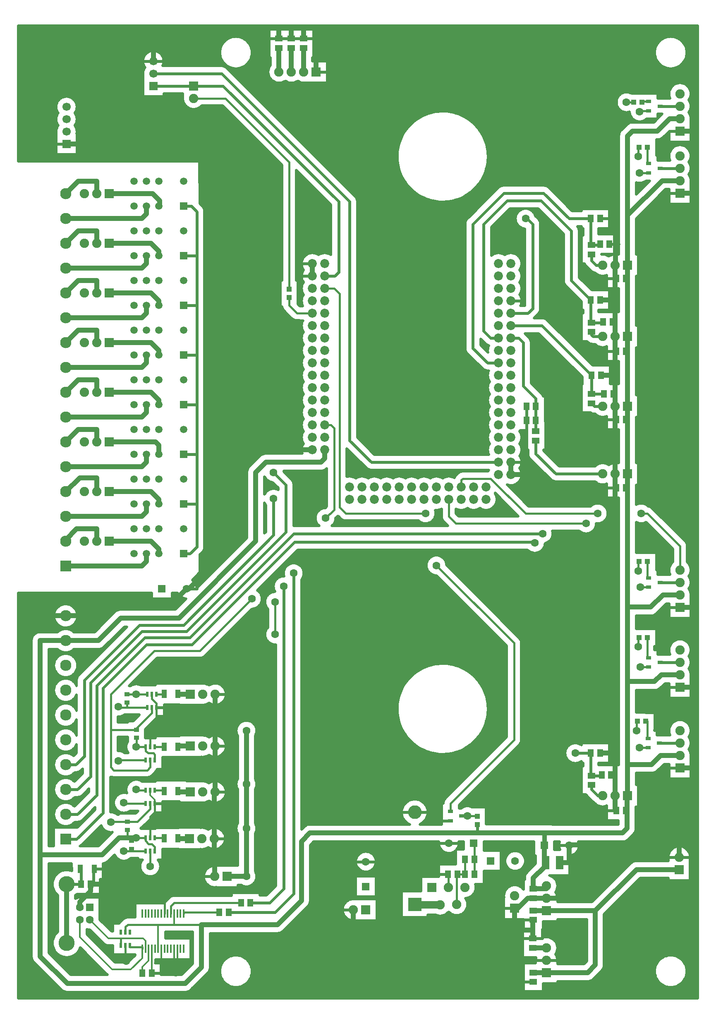
<source format=gbr>
G04 DipTrace 3.3.1.3*
G04 Top.gbr*
%MOIN*%
G04 #@! TF.FileFunction,Copper,L1,Top*
G04 #@! TF.Part,Single*
G04 #@! TA.AperFunction,Conductor*
%ADD14C,0.01378*%
%ADD15C,0.015748*%
%ADD16C,0.03937*%
%ADD17C,0.035433*%
G04 #@! TA.AperFunction,CopperBalancing*
%ADD18C,0.023622*%
G04 #@! TA.AperFunction,Conductor*
%ADD19C,0.011811*%
%ADD20C,0.059055*%
G04 #@! TA.AperFunction,CopperBalancing*
%ADD21C,0.019685*%
%ADD22R,0.059055X0.051181*%
G04 #@! TA.AperFunction,ComponentPad*
%ADD23C,0.062992*%
%ADD24R,0.062992X0.062992*%
%ADD25R,0.051181X0.059055*%
%ADD26R,0.062992X0.106299*%
G04 #@! TA.AperFunction,ComponentPad*
%ADD27R,0.110236X0.110236*%
%ADD28C,0.110236*%
%ADD30R,0.015748X0.070866*%
G04 #@! TA.AperFunction,ComponentPad*
%ADD31R,0.090551X0.090551*%
%ADD32C,0.090551*%
%ADD33R,0.066929X0.066929*%
%ADD34C,0.066929*%
%ADD35R,0.074803X0.074803*%
%ADD36C,0.074803*%
%ADD37C,0.062992*%
%ADD38C,0.129921*%
%ADD39R,0.059055X0.059055*%
%ADD40C,0.059055*%
%ADD42R,0.041339X0.025591*%
%ADD43R,0.043307X0.03937*%
%ADD44R,0.03937X0.043307*%
%ADD47R,0.04X0.07*%
%ADD48R,0.03937X0.035*%
G04 #@! TA.AperFunction,ComponentPad*
%ADD49C,0.072835*%
%ADD51C,0.074803*%
%ADD54R,0.023622X0.043307*%
%FSLAX26Y26*%
G04*
G70*
G90*
G75*
G01*
G04 Top*
%LPD*%
X1666929Y1093701D2*
D14*
Y1006201D1*
D15*
X1538976D1*
D14*
Y810236D1*
X793701Y3293701D2*
D16*
X1056201D1*
X1237450Y3474950D1*
X1706201D1*
X2324950Y4093699D1*
Y4649949D1*
X2406201Y4731199D1*
X2849950D1*
X2881201Y4762450D1*
Y4831201D1*
X1666929Y1006201D2*
D15*
X1887450D1*
D16*
X2499950D1*
X2693701Y1199951D1*
Y1674950D1*
X2762450Y1743699D1*
X4112451D1*
X4649951D1*
D17*
Y1643701D1*
X1512451Y2331151D2*
D15*
Y2374950D1*
X1499951Y2387450D1*
X1456186D1*
X1437648Y2405988D1*
Y2437450D1*
X1362453D1*
X1450148Y2862451D2*
X1362451D1*
Y2862450D1*
X1437648Y1706201D2*
X1362453D1*
X1512451Y1599902D2*
Y1631201D1*
X1487451Y1656201D1*
X1462451D1*
X1437648Y1681004D1*
Y1706201D1*
Y2087451D2*
X1362451D1*
Y2093701D1*
X1362453Y1706201D2*
D16*
X1324951D1*
X1291951D1*
X1224951D1*
X1087451Y1568701D1*
X587451D1*
Y3293701D1*
X793701D1*
X587451Y1568701D2*
Y749950D1*
X806201Y531201D1*
X1756201D1*
X1887450Y662450D1*
Y1006201D1*
X4562450Y1293701D2*
X4668702D1*
Y1318701D1*
X4112451Y1811663D2*
D18*
Y1743699D1*
X4649951Y1643701D2*
D16*
Y1506201D1*
X4662450D1*
X4649950D2*
Y1468699D1*
X4562450Y1381199D1*
Y1293701D1*
X1324951Y1681201D2*
D15*
Y1706201D1*
X1291951Y1766950D2*
Y1706201D1*
X1364201Y2510236D2*
Y2439198D1*
X1362453Y2437450D1*
X1287451Y2860165D2*
X1360167D1*
X1362451Y2862450D1*
X1538976Y1006201D2*
X1293701D1*
X1274853Y987353D1*
Y943751D1*
X4649951Y1743699D2*
D16*
X5281201D1*
X5318701Y1781199D1*
Y1924950D1*
X5306004D1*
X5318701D2*
Y2042126D1*
X5320276Y2043701D1*
X5321038Y6318701D2*
X5321811D1*
Y6721811D1*
X5599950Y6999950D1*
X5743697D1*
Y7499951D2*
X5662451D1*
X5562451Y7399951D1*
X5362451D1*
X5321811Y7359311D1*
Y6721811D1*
X5320276Y2043701D2*
X5321038Y2296463D1*
Y2963480D1*
Y3564104D1*
Y4524950D1*
Y4637451D1*
Y5074950D1*
Y5182776D1*
Y5624950D1*
Y5743701D1*
Y6212450D1*
Y6318701D1*
X5306004Y6212450D2*
X5321038D1*
X5306004Y5624950D2*
X5321038D1*
X5306004Y5074950D2*
X5321038D1*
X5306004Y4524950D2*
X5321038D1*
X5743697Y3662450D2*
X5606201D1*
X5507854Y3564104D1*
X5321038D1*
X5743697Y3018701D2*
X5593702D1*
X5538482Y2963480D1*
X5321038D1*
X5743698Y2368701D2*
X5587451D1*
X5515214Y2296463D1*
X5321038D1*
X1743701Y6793701D2*
D18*
X1806201D1*
X1849950Y6749951D1*
Y6393701D1*
X1743701D1*
Y5993701D2*
X1849950D1*
Y6393701D1*
X1743701Y5593701D2*
X1849950D1*
Y5993701D1*
X1743701Y5193701D2*
X1849950D1*
Y5593701D1*
X1743701Y4793701D2*
X1849950D1*
Y5193701D1*
X1743701Y4393701D2*
X1849950D1*
Y4793701D1*
X4556201Y818701D2*
D16*
X4668702D1*
X1743701Y3993701D2*
D18*
X1793701D1*
X1849950Y4049950D1*
Y4393701D1*
X2249950Y1393701D2*
D16*
Y1781201D1*
Y2137451D1*
Y2568701D1*
Y1393701D2*
X2093701D1*
Y1393698D1*
X1499950Y7762449D2*
D18*
X1824951D1*
X2062453D1*
X2993701Y6831201D1*
Y6262450D1*
X2962451Y6231201D1*
X2881201D1*
X1824954Y7762451D2*
X1824951Y7762449D1*
X4668702Y618701D2*
D16*
X4669094D1*
X4562450D1*
X4668702Y1118701D2*
X4712058D1*
X4562450D1*
X5737450Y1449950D2*
X5393699D1*
X5062450Y1118701D1*
X4668702D1*
Y618701D2*
X4999950D1*
X5062450Y681201D1*
Y1118701D1*
X4381201Y4731201D2*
Y4631201D1*
X4481201D1*
X4687451Y4424950D1*
X4993701D1*
X1512451Y1981152D2*
D19*
Y2012451D1*
X1475050Y2049853D1*
Y2087451D1*
X5174950Y6487451D2*
D18*
X5223386D1*
D16*
Y6693701D1*
Y8237451D1*
X3268701D1*
X2812450D1*
X2712451D1*
X2612451D1*
X2512451D1*
X1499950D1*
Y7962449D1*
X5223386Y8237451D2*
X5868701D1*
Y7399951D1*
X5743697D1*
X5868701D2*
Y6899950D1*
X5743697D1*
X5868701D2*
Y3562450D1*
X5743697D1*
X5868701D2*
Y2918701D1*
X5743697D1*
X5868701D2*
Y2268701D1*
X5743698D1*
X1499950Y7962449D2*
D3*
X1992126Y1699950D2*
D15*
Y1807776D1*
X1887450Y1912451D1*
X1512451D1*
Y1981152D1*
X1564567Y810236D2*
D19*
Y616190D1*
X1486811D1*
X1487795Y810236D2*
Y676230D1*
X1486811Y675245D1*
Y616190D1*
X1666929Y810236D2*
Y616190D1*
X1486811D1*
X1692520Y810236D2*
Y641781D1*
X1666929Y616190D1*
X1486811D2*
D3*
X1274853Y837451D2*
D15*
Y718799D1*
X1281201Y712451D1*
X1681201Y618701D2*
D19*
X1666929Y616190D1*
X5099950Y6693701D2*
D18*
X5223386D1*
X4849951Y1643701D2*
D16*
Y1649950D1*
X5218701D1*
X4849951Y1643701D2*
Y1506201D1*
X4772686D1*
X5743698Y2268701D2*
X5862450D1*
Y1906199D1*
X5737450Y1781199D1*
Y1549950D1*
X4668702Y1218701D2*
X4962451D1*
X5218701Y1474950D1*
Y1649951D1*
X5737450D1*
Y1549950D1*
X2512451Y8143698D2*
D18*
X2612451D1*
X2712451D1*
X2812451Y7874948D2*
D16*
X2812450D1*
Y8237451D1*
X1487550Y2862451D2*
D15*
Y2824852D1*
X1524951Y2787450D1*
Y2756152D1*
X1998377Y2443701D2*
Y2551525D1*
X1899951Y2649950D1*
X1524951D1*
Y2756152D1*
X1992126Y1699950D2*
D16*
Y2074951D1*
X1998377D1*
Y2443701D1*
Y2862450D1*
X3893701Y1843110D2*
D15*
X3781201D1*
X3877559Y1305413D2*
Y1409844D1*
X3874951Y1412451D1*
X2781201Y6331201D2*
D16*
Y6231201D1*
X2518701Y5056201D2*
Y4893701D1*
X2554717Y4857685D1*
X2581201Y4831201D1*
X2781201D1*
X2712451Y8143698D2*
Y8237451D1*
X2612451Y8143698D2*
Y8237451D1*
X1993701Y1393698D2*
Y1606201D1*
X1992126Y1607776D1*
Y1699950D1*
X1499950Y8237451D2*
X1249950D1*
Y7293701D1*
X799951D1*
X5223386Y6487451D2*
Y6321049D1*
X5221038Y6318701D1*
Y6212450D1*
Y6037450D1*
Y5862450D1*
Y5743701D1*
Y5624950D1*
Y5431201D1*
Y5281201D1*
Y5182776D1*
Y5074950D1*
Y4637451D1*
X5220276Y4524950D1*
Y4424950D1*
Y4118701D1*
Y2387450D1*
Y2212451D1*
Y2043701D1*
X5187451Y2212451D2*
X5220276D1*
X5099950Y2387450D2*
X5220276D1*
X5231201Y5074950D2*
X5221038D1*
X5231201Y4524950D2*
X5220276D1*
X4993701Y4424950D2*
X5220276D1*
X5231201Y6212450D2*
X5221038D1*
X5099950Y6037450D2*
X5221038D1*
X5199950Y5862450D2*
X5221038D1*
X5231201Y5624950D2*
X5221038D1*
X5106201Y5431201D2*
X5221038D1*
X5206201Y5281201D2*
X5221038D1*
X1475050Y1706201D2*
D15*
Y1875050D1*
X1512451Y1912451D1*
X1475050Y2437450D2*
Y2600049D1*
X1524951Y2649950D1*
X1590157Y1093701D2*
Y1231201D1*
Y1296407D1*
X1687449Y1393698D1*
X1993701D1*
X2512451Y8143698D2*
D16*
Y8237451D1*
X1022570Y1456201D2*
D18*
X1018701Y1452332D1*
Y1331201D1*
X993701D1*
X908711Y1143701D2*
D16*
Y1189961D1*
X993701Y1274950D1*
Y1331201D1*
X1124951D1*
Y1299950D1*
X1193701Y1231201D1*
X1590157D1*
X3268701Y6481201D2*
Y8237451D1*
X5218701Y4118701D2*
X5220276D1*
X4562450Y1043898D2*
X4556201D1*
Y962450D1*
Y893504D1*
X3112450Y1124949D2*
Y443701D1*
X712451D1*
X468701Y687451D1*
Y3493701D1*
X793701D1*
X4668702Y1218701D2*
X4518701D1*
X4437451Y1137451D1*
X4412448D1*
X4562450Y1218898D2*
X4518701Y1218701D1*
X4506299Y5068799D2*
D18*
X4506201Y5181201D1*
X4506299Y5068799D2*
X4506201D1*
Y4731201D1*
X4381201D1*
X5220276Y2043701D2*
D16*
Y1935875D1*
X5231201Y1924950D1*
X1768701Y3712450D2*
X1643701Y3587450D1*
X1049951D1*
X956202Y3493701D1*
X793701D1*
X1768701Y3712450D2*
X1787451D1*
X2243701Y4168699D1*
Y4793699D1*
X2307686Y4857685D1*
X2554717D1*
X4412448Y1137451D2*
Y962450D1*
Y443701D1*
X3112450D1*
X4556201Y962450D2*
X4412448D1*
X1487550Y2756152D2*
D15*
Y2712549D1*
X1364201Y2589199D1*
Y2576701D1*
X1156201D1*
Y2862450D1*
X1506201Y3212450D1*
X1874950D1*
X2293701Y3631201D1*
X1156201Y2576701D2*
Y2274950D1*
X1181201Y2249950D1*
X1449951D1*
X1475050Y2275049D1*
Y2331151D1*
X1437648D2*
X1218702D1*
Y2324951D1*
X1450148Y2756152D2*
X1287451D1*
X1225001D1*
X1218702Y2762451D1*
X3693701Y4318701D2*
X3049951D1*
X2999951Y4368701D1*
Y6087450D1*
X2956201Y6131201D1*
X2881201D1*
X1287451Y2793701D2*
Y2756152D1*
X1475050Y1981152D2*
Y1937547D1*
X1370917Y1833415D1*
X1291951D1*
X1156201D1*
Y1831201D1*
X1474951Y1474951D2*
Y1543701D1*
X1475050Y1543799D1*
Y1599902D1*
X2481201Y3606201D2*
Y3343701D1*
X3981201Y4531201D2*
Y4587451D1*
X3993701Y4599951D1*
X4218701D1*
X4499951Y4318701D1*
X5081201D1*
X5431201D2*
X5481201D1*
X5743697Y4056205D1*
Y3862450D1*
X1437648Y1981152D2*
X1262451D1*
Y1987451D1*
Y1599950D2*
X1437648D1*
Y1599902D1*
X5492175Y7562550D2*
X5418701D1*
Y7556201D1*
X5492175Y7062549D2*
X5418701D1*
Y7062450D1*
X5492175Y3725049D2*
X5424950D1*
Y3724950D1*
X5492175Y3081299D2*
X5424950D1*
Y3081199D1*
X5485925Y2431299D2*
X5418799D1*
X5418701Y2431201D1*
X3881201Y4431201D2*
Y4293701D1*
X3937451Y4237450D1*
X4987451D1*
X1324951Y1614736D2*
Y1599950D1*
X1262451D1*
X2781201Y5931201D2*
X2656201D1*
X2593701Y5993701D1*
Y6058021D1*
X5121038Y5182776D2*
D18*
X5054823D1*
X5031201Y5206398D1*
X1512451Y1706201D2*
D15*
X1574949D1*
X1579950Y1701199D1*
X1588584D1*
X1512451Y2087451D2*
X1583581D1*
X1588583Y2082450D1*
X1512451Y2437450D2*
X1587332D1*
X1588583Y2438701D1*
X1524951Y2862451D2*
X1587336D1*
X1588584Y2863699D1*
X5743698Y2468701D2*
D18*
X5576476D1*
X5468701Y2643701D2*
D15*
X5481201D1*
Y2506102D1*
X5485925D1*
X5743697Y7099950D2*
D18*
X5582726D1*
X5414272Y3931201D2*
D15*
X5406201D1*
Y3856201D1*
X2031201Y1106201D2*
X1743701D1*
Y1093701D1*
X1641339D2*
Y1153839D1*
X1668701Y1181201D1*
X2206201D1*
X802018Y1331496D2*
D16*
Y857480D1*
Y1331496D2*
D18*
X918898D1*
Y1331201D1*
Y1456201D1*
X912451D1*
X1499950Y7862449D2*
X2049953D1*
X3081201Y6831201D1*
Y4906201D1*
X3256201Y4731201D1*
X4281201D1*
X1462205Y810236D2*
D14*
Y715600D1*
X1412008Y665403D1*
Y616190D1*
X5743697Y3118701D2*
D18*
X5582726D1*
X2712451Y7874948D2*
D16*
Y8068895D1*
X5031201Y2131398D2*
D18*
Y2093701D1*
X5081201Y2043701D1*
X5120276D1*
X3949755Y1412451D2*
D15*
X3944488D1*
Y1167618D1*
X4012450Y1412451D2*
X3949755D1*
X4012451Y1531201D2*
Y1412451D1*
X4012450D1*
X5031201Y6406398D2*
D18*
Y6356199D1*
X5068699Y6318701D1*
X5121038D1*
X5031201Y5781398D2*
Y5756201D1*
X5043701Y5743701D1*
X5121038D1*
X1143701Y6893701D2*
D16*
X1493701D1*
X1549950Y6837451D1*
Y6793701D1*
X1543701D1*
X1043701Y6893701D2*
Y6993699D1*
X893699D1*
X793701Y6893701D1*
X1143701Y6493701D2*
X1481201D1*
X1543701Y6431201D1*
Y6393701D1*
X793701Y6693701D2*
X1406201D1*
X1443701Y6731201D1*
Y6793701D1*
X793701Y6293701D2*
X1406201D1*
X1443701Y6331201D1*
Y6393701D1*
X1043701Y6493701D2*
Y6593701D1*
X893701D1*
X793701Y6493701D1*
X1043701Y6093701D2*
Y6193701D1*
X893701D1*
X793701Y6093701D1*
X1143701D2*
X1481201D1*
X1543701Y6031201D1*
Y5993701D1*
X793701Y5893701D2*
X1406201D1*
X1443701Y5931201D1*
Y5993701D1*
X1043701Y5693701D2*
Y5793701D1*
X893701D1*
X793701Y5693701D1*
X1143701D2*
X1481201D1*
X1543701Y5631201D1*
Y5593701D1*
X793701Y5493701D2*
X1406201D1*
X1443701Y5531201D1*
Y5593701D1*
X1143701Y5293701D2*
X1481201D1*
X1543701Y5231201D1*
Y5193701D1*
X1043701Y5293701D2*
Y5393701D1*
X893701D1*
X793701Y5293701D1*
Y5093701D2*
X1406201D1*
X1443701Y5131201D1*
Y5193701D1*
X1143701Y4893701D2*
X1518701D1*
X1543701Y4868701D1*
Y4793701D1*
X1043701Y4893701D2*
Y4993701D1*
X893701D1*
X793701Y4893701D1*
Y4693701D2*
X1406201D1*
X1443701Y4731201D1*
Y4793701D1*
X1143701Y4493701D2*
X1481201D1*
X1543701Y4431201D1*
Y4393701D1*
X1043701Y4493701D2*
Y4606201D1*
X906201D1*
X793701Y4493701D1*
Y4293701D2*
X1406201D1*
X1443701Y4331201D1*
Y4393701D1*
X1143701Y4093701D2*
X1481201D1*
X1543701Y4031201D1*
Y3993701D1*
X1043701Y4093701D2*
Y4193701D1*
X881201D1*
X793701Y4106201D1*
Y4093701D1*
Y3893701D2*
X1406201D1*
X1443701Y3931201D1*
Y3993701D1*
X2468701Y4649950D2*
D18*
X2568701Y4549950D1*
Y4168699D1*
X1768702Y3368701D1*
X1406201D1*
X993701Y2956201D1*
Y2199950D1*
X887451Y2093701D1*
X793701D1*
X4637450Y4156201D2*
X2631201D1*
X1793701Y3318701D1*
X1431201D1*
X1043701Y2931201D1*
Y2049950D1*
X887451Y1893701D1*
X793701D1*
Y2293701D2*
X874951D1*
X943701Y2362450D1*
Y2974950D1*
X1387451Y3418701D1*
X1743701D1*
X2468701Y4143701D1*
Y4437450D1*
X5743697Y3762450D2*
X5582726D1*
X5743697Y7599951D2*
X5582726D1*
X5481201Y3931201D2*
D15*
Y3810825D1*
X5492175Y3799852D1*
X5414272Y3318701D2*
X5406201D1*
Y3243701D1*
X5492175Y7137352D2*
X5481201D1*
Y7268701D1*
X5492175Y7637353D2*
X5443605D1*
X5437451Y7631199D1*
X5481201Y3318701D2*
Y3156102D1*
X5492175D1*
X5406201Y7193701D2*
Y7268701D1*
X5414272D1*
X5401772Y2643701D2*
X5393701D1*
Y2568701D1*
X5312450Y7631199D2*
X5370522D1*
X4381201Y5931201D2*
D18*
X4518701D1*
X4556201Y5968701D1*
Y6649950D1*
X4499950Y6706201D1*
Y6693699D1*
X2512451Y7874948D2*
D16*
Y8068895D1*
X2612451D2*
Y7874948D1*
X3810630Y1163681D2*
D20*
X3611220D1*
X3606201Y1168701D1*
X4087255Y1531201D2*
D15*
Y1412451D1*
X4087253D1*
X4081201Y1662451D2*
X4087255Y1656398D1*
Y1531201D1*
X4574950Y4081199D2*
D18*
Y4087451D1*
X2637451D1*
X1812450Y3262450D1*
X1443701D1*
X1093701Y2912450D1*
Y1906201D1*
X881201Y1693701D1*
X793701D1*
X4011417Y1305413D2*
D15*
Y1287697D1*
X4031201Y1880512D2*
X3984252D1*
X4031201D2*
X4118799D1*
X4116879Y1878592D1*
X4112451D1*
X4581201Y4906398D2*
D18*
Y4799950D1*
X4743699Y4637451D1*
X5121038D1*
X3781201Y3899950D2*
D15*
X4406201Y3274950D1*
Y2493701D1*
X3893701Y1981201D1*
Y1917913D1*
X5031398Y5431201D2*
D18*
Y5281398D1*
X5031201Y5281201D1*
X4381201Y5831201D2*
X4631398D1*
X5031398Y5431201D1*
X5031201Y5281201D2*
X5131398D1*
X5025147Y6037450D2*
Y5856201D1*
X5031201D1*
X4281201Y5731201D2*
X4218701D1*
X4162450Y5787451D1*
Y6649950D1*
X4349950Y6837450D1*
X4624951D1*
X4868701Y6593701D1*
Y6193896D1*
X5025147Y6037450D1*
X5031201Y5856201D2*
X5118898D1*
X5125147Y5862450D1*
X4381201Y5731201D2*
X4443701D1*
X4481201Y5693701D1*
Y5343699D1*
X4581004Y5243896D1*
Y5181201D1*
X4581102Y5068799D2*
Y4981201D1*
X4581201D1*
X4581102Y5068799D2*
Y5181201D1*
X4581004D1*
X5025147Y2387450D2*
Y2212255D1*
X5031201Y2206201D1*
X5025147Y2387450D2*
X4899951D1*
X5031201Y2206201D2*
X5106398D1*
X5112648Y2212451D1*
X5025147Y6693701D2*
Y6487255D1*
X5031201Y6481201D1*
X4281201Y5531201D2*
X4193701D1*
X4074950Y5649951D1*
Y6649950D1*
X4324950Y6899950D1*
X4643701D1*
X4849950Y6693701D1*
X5025147D1*
X5031201Y6481201D2*
X5100147D1*
Y6487451D1*
X2106004Y1106201D2*
X2481201D1*
X2631201Y1256201D1*
Y3837450D1*
X2887450Y4281201D2*
D15*
X2956201Y4349951D1*
Y5006201D1*
X2931201Y5031201D1*
X2881201D1*
X2281004Y1181201D2*
D18*
X2437449D1*
X2549950Y1293702D1*
Y3731201D1*
X1237451Y837451D2*
D15*
Y893701D1*
D14*
X1418701D1*
X1436614Y875787D1*
Y810236D1*
X987451Y1045276D2*
X1139026Y893701D1*
X1237451D1*
X1411024Y810228D2*
D15*
Y824950D1*
X1312255D1*
Y837451D1*
X908711Y1045276D2*
D14*
Y903690D1*
X1168652Y643749D1*
X1318751D1*
X1411024Y736022D1*
Y810228D1*
X1698702Y2863699D2*
D16*
Y2862450D1*
X1798377D1*
X1698701Y2438701D2*
Y2443701D1*
X1798377D1*
X1698701Y2082450D2*
Y2074951D1*
X1798377D1*
X1698702Y1701199D2*
Y1699950D1*
X1792126D1*
X2593701Y6124950D2*
D15*
Y7149951D1*
X2081201Y7662451D1*
X1824954D1*
D23*
X3781201Y1843110D3*
X3693701Y4318701D3*
X4031201Y1880512D3*
D3*
X1281201Y712451D3*
X1362451Y2862450D3*
X1362453Y2437450D3*
X1362451Y2093701D3*
X2293701Y3631201D3*
X4574950Y4081199D3*
X1362453Y1706201D3*
X4637450Y4156201D3*
X2249950Y1393701D3*
X1218702Y2324951D3*
Y2762451D3*
X2249950Y1781201D3*
X1262451Y1987451D3*
Y1599950D3*
X2249950Y2137451D3*
Y2568701D3*
X5312450Y7631199D3*
X5406201Y7193701D3*
Y3856201D3*
Y3243701D3*
X5393701Y2568701D3*
X2468701Y4437450D3*
Y4649950D3*
X4499950Y6693699D3*
X1124951Y1299950D3*
X1349951Y1374951D3*
X5081201Y4318701D3*
X5431201D3*
X2481201Y3606201D3*
X5418701Y7556201D3*
Y7062450D3*
X5424950Y3724950D3*
Y3081199D3*
X5418701Y2431201D3*
X3781201Y3899950D3*
X4987451Y4237450D3*
X1681201Y618701D3*
X2631201Y3837450D3*
X2549950Y3731201D3*
X2887450Y4281201D3*
X1156201Y1831201D3*
X1474951Y1474951D3*
X1193701Y1231201D3*
X2518701Y5056201D3*
X1831201Y481201D3*
X2481201Y3343701D3*
X3268701Y6481201D3*
X4899951Y2387450D3*
X5218701Y4118701D3*
X4993701Y4424950D3*
X413404Y8230446D2*
D21*
X5885824D1*
X413404Y8210892D2*
X2430967D1*
X2793961D2*
X5885824D1*
X413404Y8191339D2*
X2430967D1*
X2793961D2*
X5885824D1*
X413404Y8171785D2*
X2430967D1*
X2793961D2*
X5885824D1*
X413404Y8152231D2*
X2118702D1*
X2212027D2*
X2430967D1*
X2793961D2*
X5622650D1*
X5715938D2*
X5885824D1*
X413404Y8132677D2*
X2083787D1*
X2246942D2*
X2430967D1*
X2793961D2*
X5587734D1*
X5750854D2*
X5885824D1*
X413404Y8113123D2*
X2063835D1*
X2266894D2*
X2430967D1*
X2793961D2*
X5567783D1*
X5770805D2*
X5885824D1*
X413404Y8093570D2*
X2050594D1*
X2280099D2*
X2430967D1*
X2793961D2*
X5554541D1*
X5784046D2*
X5885824D1*
X413404Y8074016D2*
X2041874D1*
X2288855D2*
X2430967D1*
X2793961D2*
X5545822D1*
X5792766D2*
X5885824D1*
X413404Y8054462D2*
X2036707D1*
X2293986D2*
X2430967D1*
X2793961D2*
X5540654D1*
X5797934D2*
X5885824D1*
X413404Y8034908D2*
X1456567D1*
X1543361D2*
X2034697D1*
X2296032D2*
X2430967D1*
X2793961D2*
X5538645D1*
X5799943D2*
X5885824D1*
X413404Y8015354D2*
X1433422D1*
X1566470D2*
X2035666D1*
X2295063D2*
X2430967D1*
X2793961D2*
X5539614D1*
X5798974D2*
X5885824D1*
X413404Y7995801D2*
X1421473D1*
X1578420D2*
X2039685D1*
X2291008D2*
X2430967D1*
X2793961D2*
X5543633D1*
X5794955D2*
X5885824D1*
X413404Y7976247D2*
X1415659D1*
X1584233D2*
X2047113D1*
X2283616D2*
X2440799D1*
X2784093D2*
X5551025D1*
X5787527D2*
X5885824D1*
X413404Y7956693D2*
X1414726D1*
X1585202D2*
X2058596D1*
X2272097D2*
X2440799D1*
X2901829D2*
X5562544D1*
X5776044D2*
X5885824D1*
X413404Y7937139D2*
X1418458D1*
X1581470D2*
X2075785D1*
X2254908D2*
X2440799D1*
X2901829D2*
X5579732D1*
X5758856D2*
X5885824D1*
X413404Y7917585D2*
X1427609D1*
X2079865D2*
X2103416D1*
X2227314D2*
X2434196D1*
X2901829D2*
X5607327D1*
X5731261D2*
X5885824D1*
X413404Y7898031D2*
X1422477D1*
X2103764D2*
X2426194D1*
X2901829D2*
X5885824D1*
X413404Y7878478D2*
X1416054D1*
X2123321D2*
X2423144D1*
X2901829D2*
X5885824D1*
X413404Y7858924D2*
X1414583D1*
X2142878D2*
X2424579D1*
X2901829D2*
X5885824D1*
X413404Y7839370D2*
X1414511D1*
X2162399D2*
X2430644D1*
X2901829D2*
X5885824D1*
X413404Y7819816D2*
X1414511D1*
X2181956D2*
X2442665D1*
X2901829D2*
X5885824D1*
X413404Y7800262D2*
X1414511D1*
X2201513D2*
X2465092D1*
X2901829D2*
X5885824D1*
X413404Y7780709D2*
X1414511D1*
X2221070D2*
X5708305D1*
X5779094D2*
X5885824D1*
X413404Y7761155D2*
X1414511D1*
X2240627D2*
X5679347D1*
X5808053D2*
X5885824D1*
X413404Y7741601D2*
X1414511D1*
X2260183D2*
X5664885D1*
X5822514D2*
X5885824D1*
X413404Y7722047D2*
X1414511D1*
X2279740D2*
X5657170D1*
X5830229D2*
X5885824D1*
X413404Y7702493D2*
X1414511D1*
X2299297D2*
X5270985D1*
X5353903D2*
X5654371D1*
X5833028D2*
X5885824D1*
X413404Y7682940D2*
X1414511D1*
X1585381D2*
X1735567D1*
X2318854D2*
X5247516D1*
X5564830D2*
X5655986D1*
X5831378D2*
X5885824D1*
X413404Y7663386D2*
X752053D1*
X847854D2*
X1735603D1*
X2338411D2*
X5235603D1*
X5564830D2*
X5662337D1*
X5825062D2*
X5885824D1*
X413404Y7643832D2*
X731240D1*
X868666D2*
X1737576D1*
X2357968D2*
X5229969D1*
X5821258D2*
X5885824D1*
X413404Y7624278D2*
X720331D1*
X879575D2*
X1744358D1*
X2377489D2*
X5229287D1*
X5829619D2*
X5885824D1*
X413404Y7604724D2*
X715236D1*
X884671D2*
X1757349D1*
X2397046D2*
X5233414D1*
X5832921D2*
X5885824D1*
X413404Y7585171D2*
X714949D1*
X884958D2*
X1782145D1*
X1867754D2*
X2074672D1*
X2416603D2*
X5243246D1*
X5831808D2*
X5885824D1*
X413404Y7565617D2*
X719398D1*
X880508D2*
X2094229D1*
X2436159D2*
X5262085D1*
X5826031D2*
X5885824D1*
X413404Y7546063D2*
X729446D1*
X870461D2*
X2113786D1*
X2455716D2*
X3734173D1*
X3928224D2*
X5335863D1*
X5819931D2*
X5885824D1*
X413404Y7526509D2*
X721229D1*
X878678D2*
X2133343D1*
X2475273D2*
X3679449D1*
X3982947D2*
X5340851D1*
X5564830D2*
X5588488D1*
X5828938D2*
X5885824D1*
X413404Y7506955D2*
X715595D1*
X884312D2*
X2152900D1*
X2494830D2*
X3641986D1*
X4020446D2*
X5351796D1*
X5832777D2*
X5885824D1*
X413404Y7487402D2*
X714769D1*
X885137D2*
X2172421D1*
X2514387D2*
X3612597D1*
X4049800D2*
X5373039D1*
X5464354D2*
X5549374D1*
X5832167D2*
X5885824D1*
X413404Y7467848D2*
X718609D1*
X881262D2*
X2191978D1*
X2533944D2*
X3588303D1*
X4074093D2*
X5344798D1*
X5833064D2*
X5885824D1*
X413404Y7448294D2*
X727939D1*
X871968D2*
X2211535D1*
X2553501D2*
X3567742D1*
X4094655D2*
X5310278D1*
X5833064D2*
X5885824D1*
X413404Y7428740D2*
X722233D1*
X877673D2*
X2231092D1*
X2573058D2*
X3550015D1*
X4112382D2*
X5290721D1*
X5833064D2*
X5885824D1*
X413404Y7409186D2*
X715954D1*
X883953D2*
X2250648D1*
X2592615D2*
X3534692D1*
X4127740D2*
X5271164D1*
X5833064D2*
X5885824D1*
X413404Y7389633D2*
X714626D1*
X885281D2*
X2270205D1*
X2612136D2*
X3521308D1*
X4141089D2*
X5257097D1*
X5833064D2*
X5885824D1*
X413404Y7370079D2*
X714518D1*
X885388D2*
X2289762D1*
X2631692D2*
X3509717D1*
X4152680D2*
X5250997D1*
X5633082D2*
X5654335D1*
X5833064D2*
X5885824D1*
X413404Y7350525D2*
X714518D1*
X885388D2*
X2309319D1*
X2651249D2*
X3499669D1*
X4162727D2*
X5250172D1*
X5613525D2*
X5654335D1*
X5833064D2*
X5885824D1*
X413404Y7330971D2*
X714518D1*
X885388D2*
X2328876D1*
X2670806D2*
X3491057D1*
X4171339D2*
X5250172D1*
X5574303D2*
X5654335D1*
X5833064D2*
X5885824D1*
X413404Y7311417D2*
X714518D1*
X885388D2*
X2348433D1*
X2690363D2*
X3483773D1*
X4178624D2*
X5250172D1*
X5554818D2*
X5885824D1*
X413404Y7291864D2*
X714518D1*
X885388D2*
X2367990D1*
X2709920D2*
X3477708D1*
X4184688D2*
X5250172D1*
X5554818D2*
X5885824D1*
X413404Y7272310D2*
X714518D1*
X885388D2*
X2387511D1*
X2729477D2*
X3472828D1*
X4189568D2*
X5250172D1*
X5554818D2*
X5692696D1*
X5794704D2*
X5885824D1*
X413404Y7252756D2*
X714518D1*
X885388D2*
X2407068D1*
X2749034D2*
X3469096D1*
X4193336D2*
X5250172D1*
X5554818D2*
X5672098D1*
X5815302D2*
X5885824D1*
X413404Y7233202D2*
X714518D1*
X885388D2*
X2426625D1*
X2768591D2*
X3466405D1*
X4195992D2*
X5250172D1*
X5554818D2*
X5660902D1*
X5826497D2*
X5885824D1*
X413404Y7213648D2*
X714518D1*
X885388D2*
X2446181D1*
X2788147D2*
X3464826D1*
X4197571D2*
X5250172D1*
X5554818D2*
X5655412D1*
X5831988D2*
X5885824D1*
X413404Y7194094D2*
X2465738D1*
X2807704D2*
X3464288D1*
X4198145D2*
X5250172D1*
X5564830D2*
X5654515D1*
X5832885D2*
X5885824D1*
X413404Y7174541D2*
X2485295D1*
X2827261D2*
X3464790D1*
X4197642D2*
X5250172D1*
X5564830D2*
X5658103D1*
X5829296D2*
X5885824D1*
X413404Y7154987D2*
X2504852D1*
X2846782D2*
X3466333D1*
X4196064D2*
X5250172D1*
X5820612D2*
X5885824D1*
X1874285Y7135433D2*
X2524409D1*
X2866339D2*
X3468952D1*
X4193444D2*
X5250172D1*
X5825529D2*
X5885824D1*
X1874285Y7115879D2*
X2533846D1*
X2885896D2*
X3472649D1*
X4189748D2*
X5250172D1*
X5831593D2*
X5885824D1*
X1874285Y7096325D2*
X2533846D1*
X2905453D2*
X3477493D1*
X4184904D2*
X5250172D1*
X5832992D2*
X5885824D1*
X1874321Y7076772D2*
X2533846D1*
X2925010D2*
X3483521D1*
X4178875D2*
X5250172D1*
X5829942D2*
X5885824D1*
X1874321Y7057218D2*
X2533846D1*
X2653546D2*
X2678316D1*
X2944567D2*
X3490770D1*
X4171662D2*
X5250172D1*
X5821904D2*
X5885824D1*
X1874321Y7037664D2*
X2533846D1*
X2653546D2*
X2697837D1*
X2964124D2*
X3499311D1*
X4163086D2*
X5250172D1*
X5824524D2*
X5885824D1*
X1874357Y7018110D2*
X2533846D1*
X2653546D2*
X2717394D1*
X2983680D2*
X3509286D1*
X4153110D2*
X5250172D1*
X5831162D2*
X5885824D1*
X1874357Y6998556D2*
X2533846D1*
X2653546D2*
X2736951D1*
X3003237D2*
X3520841D1*
X4141591D2*
X5250172D1*
X5471244D2*
X5498024D1*
X5833064D2*
X5885824D1*
X1874357Y6979003D2*
X2533846D1*
X2653546D2*
X2756508D1*
X3022794D2*
X3534118D1*
X4128314D2*
X5250172D1*
X5393447D2*
X5478467D1*
X5833064D2*
X5885824D1*
X1874393Y6959449D2*
X2533846D1*
X2653546D2*
X2776065D1*
X3042351D2*
X3549369D1*
X4113027D2*
X4306238D1*
X4662414D2*
X5250172D1*
X5393447D2*
X5458946D1*
X5833064D2*
X5885824D1*
X1874393Y6939895D2*
X2533846D1*
X2653546D2*
X2795622D1*
X3061872D2*
X3566988D1*
X4095444D2*
X4275521D1*
X4693131D2*
X5250172D1*
X5393447D2*
X5439389D1*
X5833064D2*
X5885824D1*
X1874393Y6920341D2*
X2533846D1*
X2653546D2*
X2815178D1*
X3081429D2*
X3587442D1*
X4074990D2*
X4255964D1*
X4712688D2*
X5250172D1*
X5393447D2*
X5419832D1*
X5620845D2*
X5654335D1*
X5833064D2*
X5885824D1*
X1874428Y6900787D2*
X2533846D1*
X2653546D2*
X2834735D1*
X3100986D2*
X3611520D1*
X4050876D2*
X4236408D1*
X4732245D2*
X5250172D1*
X5393447D2*
X5400298D1*
X5601288D2*
X5654335D1*
X5833064D2*
X5885824D1*
X1874428Y6881234D2*
X2533846D1*
X2653546D2*
X2854292D1*
X3120543D2*
X3640658D1*
X4021738D2*
X4216851D1*
X4751802D2*
X5250172D1*
X5581767D2*
X5654335D1*
X5833064D2*
X5885824D1*
X1874428Y6861680D2*
X2533846D1*
X2653546D2*
X2873849D1*
X3136942D2*
X3677727D1*
X3984706D2*
X4197294D1*
X4771359D2*
X5250172D1*
X5562210D2*
X5654335D1*
X5833064D2*
X5885824D1*
X1874464Y6842126D2*
X2533846D1*
X2653546D2*
X2893406D1*
X3144011D2*
X3731302D1*
X3931095D2*
X4177737D1*
X4790916D2*
X5250172D1*
X5542653D2*
X5654335D1*
X5833064D2*
X5885824D1*
X1874464Y6822572D2*
X2533846D1*
X2653546D2*
X2912963D1*
X3144980D2*
X4158180D1*
X4810473D2*
X5250172D1*
X5523097D2*
X5654335D1*
X5833064D2*
X5885824D1*
X1886270Y6803018D2*
X2533846D1*
X2653546D2*
X2929936D1*
X3144980D2*
X4138623D1*
X4830029D2*
X5250172D1*
X5503540D2*
X5885824D1*
X1903853Y6783465D2*
X2533846D1*
X2653546D2*
X2929936D1*
X3144980D2*
X4119066D1*
X4849586D2*
X5250172D1*
X5483983D2*
X5885824D1*
X1912143Y6763911D2*
X2533846D1*
X2653546D2*
X2929936D1*
X3144980D2*
X4099545D1*
X4365796D2*
X4456593D1*
X4543279D2*
X4609101D1*
X4869107D2*
X4947596D1*
X5177496D2*
X5250172D1*
X5464426D2*
X5885824D1*
X1913722Y6744357D2*
X2533846D1*
X2653546D2*
X2929936D1*
X3144980D2*
X4079988D1*
X4346239D2*
X4434129D1*
X4565742D2*
X4628658D1*
X5177496D2*
X5250172D1*
X5444869D2*
X5885824D1*
X1913722Y6724803D2*
X2533846D1*
X2653546D2*
X2929936D1*
X3144980D2*
X4060432D1*
X4326682D2*
X4422647D1*
X4577261D2*
X4648215D1*
X5177496D2*
X5250172D1*
X5425312D2*
X5885824D1*
X1913722Y6705249D2*
X2533846D1*
X2653546D2*
X2929936D1*
X3144980D2*
X4040875D1*
X4307125D2*
X4417300D1*
X4590287D2*
X4667771D1*
X5177496D2*
X5250172D1*
X5405755D2*
X5885824D1*
X1913722Y6685696D2*
X2533846D1*
X2653546D2*
X2929936D1*
X3144980D2*
X4022538D1*
X4287568D2*
X4416869D1*
X4608588D2*
X4687328D1*
X5177496D2*
X5250172D1*
X5393447D2*
X5885824D1*
X1913722Y6666142D2*
X2533846D1*
X2653546D2*
X2929936D1*
X3144980D2*
X4013316D1*
X4268011D2*
X4421283D1*
X4617810D2*
X4706885D1*
X5177496D2*
X5250172D1*
X5393447D2*
X5885824D1*
X1913722Y6646588D2*
X2533846D1*
X2653546D2*
X2929936D1*
X3144980D2*
X4011163D1*
X4248454D2*
X4431474D1*
X4619963D2*
X4726442D1*
X5177496D2*
X5250172D1*
X5393447D2*
X5885824D1*
X1913722Y6627034D2*
X2533846D1*
X2653546D2*
X2929936D1*
X3144980D2*
X4011163D1*
X4228933D2*
X4451103D1*
X4619963D2*
X4745999D1*
X4922718D2*
X4947596D1*
X5177496D2*
X5250172D1*
X5393447D2*
X5885824D1*
X1913722Y6607480D2*
X2533846D1*
X2653546D2*
X2929936D1*
X3144980D2*
X4011163D1*
X4226242D2*
X4492405D1*
X4619963D2*
X4765556D1*
X4930936D2*
X4961376D1*
X5088934D2*
X5250172D1*
X5393447D2*
X5885824D1*
X1913722Y6587927D2*
X2533846D1*
X2653546D2*
X2929936D1*
X3144980D2*
X4011163D1*
X4226242D2*
X4492405D1*
X4619963D2*
X4785077D1*
X4932479D2*
X4961376D1*
X5088934D2*
X5250172D1*
X5393447D2*
X5885824D1*
X1913722Y6568373D2*
X2533846D1*
X2653546D2*
X2929936D1*
X3144980D2*
X4011163D1*
X4226242D2*
X4492405D1*
X4619963D2*
X4804634D1*
X4932479D2*
X4961376D1*
X5088934D2*
X5250172D1*
X5393447D2*
X5885824D1*
X1913722Y6548819D2*
X2533846D1*
X2653546D2*
X2929936D1*
X3144980D2*
X4011163D1*
X4226242D2*
X4492405D1*
X4619963D2*
X4804921D1*
X4932479D2*
X4949713D1*
X5393447D2*
X5885824D1*
X1913722Y6529265D2*
X2533846D1*
X2653546D2*
X2929936D1*
X3144980D2*
X4011163D1*
X4226242D2*
X4492405D1*
X4619963D2*
X4804921D1*
X4932479D2*
X4949713D1*
X5393447D2*
X5885824D1*
X1913722Y6509711D2*
X2533846D1*
X2653546D2*
X2929936D1*
X3144980D2*
X4011163D1*
X4226242D2*
X4492405D1*
X4619963D2*
X4804921D1*
X4932479D2*
X4949713D1*
X5393447D2*
X5885824D1*
X1913722Y6490157D2*
X2533846D1*
X2653546D2*
X2929936D1*
X3144980D2*
X4011163D1*
X4226242D2*
X4492405D1*
X4619963D2*
X4804921D1*
X4932479D2*
X4949713D1*
X5393447D2*
X5885824D1*
X1913722Y6470604D2*
X2533846D1*
X2653546D2*
X2929936D1*
X3144980D2*
X4011163D1*
X4226242D2*
X4492405D1*
X4619963D2*
X4804921D1*
X4932479D2*
X4949713D1*
X5393447D2*
X5885824D1*
X1913722Y6451050D2*
X2533846D1*
X2653546D2*
X2929936D1*
X3144980D2*
X4011163D1*
X4226242D2*
X4492405D1*
X4619963D2*
X4804921D1*
X4932479D2*
X4949713D1*
X5393447D2*
X5885824D1*
X1913722Y6431496D2*
X2533846D1*
X2653546D2*
X2929936D1*
X3144980D2*
X4011163D1*
X4226242D2*
X4492405D1*
X4619963D2*
X4804921D1*
X4932479D2*
X4949713D1*
X5393447D2*
X5885824D1*
X1913722Y6411942D2*
X2533846D1*
X2653546D2*
X2748434D1*
X2813984D2*
X2848443D1*
X2913957D2*
X2929936D1*
X3144980D2*
X4011163D1*
X4226242D2*
X4248429D1*
X4313979D2*
X4348438D1*
X4413988D2*
X4492405D1*
X4619963D2*
X4804921D1*
X4932479D2*
X4949713D1*
X5393447D2*
X5885824D1*
X1913722Y6392388D2*
X2533846D1*
X2653546D2*
X2718219D1*
X3144980D2*
X4011163D1*
X4444203D2*
X4492405D1*
X4619963D2*
X4804921D1*
X4932479D2*
X4949713D1*
X5410420D2*
X5885824D1*
X1913722Y6372835D2*
X2533846D1*
X2653546D2*
X2703507D1*
X3144980D2*
X4011163D1*
X4458879D2*
X4492405D1*
X4619963D2*
X4804921D1*
X4932479D2*
X4949713D1*
X5410420D2*
X5885824D1*
X1913722Y6353281D2*
X2533846D1*
X2653546D2*
X2695684D1*
X3144980D2*
X4011163D1*
X4466702D2*
X4492405D1*
X4619963D2*
X4804921D1*
X4932479D2*
X4949713D1*
X5410420D2*
X5885824D1*
X1913722Y6333727D2*
X2533846D1*
X2653546D2*
X2692849D1*
X3144980D2*
X4011163D1*
X4469537D2*
X4492405D1*
X4619963D2*
X4804921D1*
X4932479D2*
X4949713D1*
X5410420D2*
X5885824D1*
X1913722Y6314173D2*
X2533846D1*
X2653546D2*
X2694500D1*
X3144980D2*
X4011163D1*
X4467886D2*
X4492405D1*
X4619963D2*
X4804921D1*
X4932479D2*
X4983911D1*
X5410420D2*
X5885824D1*
X1913722Y6294619D2*
X2533846D1*
X2653546D2*
X2700923D1*
X3144980D2*
X4011163D1*
X4461463D2*
X4492405D1*
X4619963D2*
X4804921D1*
X4932479D2*
X5003396D1*
X5410420D2*
X5885824D1*
X1913722Y6275066D2*
X2533846D1*
X2653546D2*
X2704763D1*
X3144980D2*
X4011163D1*
X4457623D2*
X4492405D1*
X4619963D2*
X4804921D1*
X4932479D2*
X5022953D1*
X5410420D2*
X5885824D1*
X1913722Y6255512D2*
X2533846D1*
X2653546D2*
X2696294D1*
X3144980D2*
X4011163D1*
X4466092D2*
X4492405D1*
X4619963D2*
X4804921D1*
X4932479D2*
X5058694D1*
X5410420D2*
X5885824D1*
X1913722Y6235958D2*
X2533846D1*
X2653546D2*
X2692957D1*
X3144980D2*
X4011163D1*
X4469465D2*
X4492405D1*
X4619963D2*
X4804921D1*
X4932479D2*
X5090918D1*
X5410420D2*
X5885824D1*
X1913722Y6216404D2*
X2533846D1*
X2653546D2*
X2694105D1*
X3144980D2*
X4011163D1*
X4468317D2*
X4492405D1*
X4619963D2*
X4804921D1*
X4935565D2*
X5153643D1*
X5392693D2*
X5885824D1*
X1913722Y6196850D2*
X2533846D1*
X2653546D2*
X2699918D1*
X3144980D2*
X4011163D1*
X4462468D2*
X4492405D1*
X4619963D2*
X4804921D1*
X4955122D2*
X5153643D1*
X5392693D2*
X5885824D1*
X1913722Y6177297D2*
X2522041D1*
X2665352D2*
X2706126D1*
X3144980D2*
X4011163D1*
X4456260D2*
X4492405D1*
X4619963D2*
X4807181D1*
X4974679D2*
X5153643D1*
X5392693D2*
X5885824D1*
X1913722Y6157743D2*
X2522041D1*
X2665352D2*
X2696976D1*
X3144980D2*
X4011163D1*
X4465410D2*
X4492405D1*
X4619963D2*
X4816583D1*
X4994235D2*
X5153643D1*
X5392693D2*
X5885824D1*
X1913722Y6138189D2*
X2522041D1*
X2665352D2*
X2693100D1*
X3144980D2*
X4011163D1*
X4469286D2*
X4492405D1*
X4619963D2*
X4835028D1*
X5013792D2*
X5153643D1*
X5392693D2*
X5885824D1*
X1913722Y6118635D2*
X2522041D1*
X2665352D2*
X2693746D1*
X3144980D2*
X4011163D1*
X4468676D2*
X4492405D1*
X4619963D2*
X4854584D1*
X5033349D2*
X5249382D1*
X5392693D2*
X5885824D1*
X1913722Y6099081D2*
X2522041D1*
X2665352D2*
X2699021D1*
X3144980D2*
X4011163D1*
X4463401D2*
X4492405D1*
X4619963D2*
X4874141D1*
X5177496D2*
X5249382D1*
X5392693D2*
X5885824D1*
X1913722Y6079528D2*
X2522041D1*
X2665352D2*
X2707598D1*
X3144980D2*
X4011163D1*
X4454824D2*
X4492405D1*
X4619963D2*
X4893698D1*
X5177496D2*
X5249382D1*
X5392693D2*
X5885824D1*
X1913722Y6059974D2*
X2522041D1*
X2665352D2*
X2697730D1*
X3144980D2*
X4011163D1*
X4464657D2*
X4492405D1*
X4619963D2*
X4913255D1*
X5177496D2*
X5249382D1*
X5392693D2*
X5885824D1*
X1913722Y6040420D2*
X2522041D1*
X2665352D2*
X2693316D1*
X3144980D2*
X4011163D1*
X4469106D2*
X4492405D1*
X4619963D2*
X4932812D1*
X5177496D2*
X5249382D1*
X5392693D2*
X5885824D1*
X1913722Y6020866D2*
X2522041D1*
X2665352D2*
X2693423D1*
X3144980D2*
X4011163D1*
X4468963D2*
X4492405D1*
X4619963D2*
X4947596D1*
X5177496D2*
X5249382D1*
X5392693D2*
X5885824D1*
X1913722Y6001312D2*
X2522041D1*
X2669909D2*
X2698160D1*
X3144980D2*
X4011163D1*
X4464262D2*
X4492405D1*
X4619963D2*
X4947596D1*
X5177496D2*
X5249382D1*
X5392693D2*
X5885824D1*
X1913722Y5981759D2*
X2535102D1*
X3144980D2*
X4011163D1*
X4619963D2*
X4947596D1*
X5177496D2*
X5249382D1*
X5392693D2*
X5885824D1*
X1913722Y5962205D2*
X2543176D1*
X3144980D2*
X4011163D1*
X4619640D2*
X4947596D1*
X5177496D2*
X5249382D1*
X5392693D2*
X5885824D1*
X1913722Y5942651D2*
X2560939D1*
X3144980D2*
X4011163D1*
X4614222D2*
X4961376D1*
X5088934D2*
X5249382D1*
X5392693D2*
X5885824D1*
X1913722Y5923097D2*
X2580496D1*
X3144980D2*
X4011163D1*
X4599976D2*
X4949713D1*
X5392693D2*
X5885824D1*
X1913722Y5903543D2*
X2600053D1*
X3144980D2*
X4011163D1*
X4580419D2*
X4949713D1*
X5392693D2*
X5885824D1*
X1913722Y5883990D2*
X2620758D1*
X3144980D2*
X4011163D1*
X4665536D2*
X4949713D1*
X5392693D2*
X5885824D1*
X1913722Y5864436D2*
X2699452D1*
X3144980D2*
X4011163D1*
X4687533D2*
X4949713D1*
X5392693D2*
X5885824D1*
X1913722Y5844882D2*
X2693890D1*
X3144980D2*
X4011163D1*
X4707090D2*
X4949713D1*
X5392693D2*
X5885824D1*
X1913722Y5825328D2*
X2693029D1*
X3144980D2*
X4011163D1*
X4726647D2*
X4949713D1*
X5410420D2*
X5885824D1*
X1913722Y5805774D2*
X2696653D1*
X3144980D2*
X4011163D1*
X4746204D2*
X4949713D1*
X5410420D2*
X5885824D1*
X1913722Y5786220D2*
X2705445D1*
X3144980D2*
X4011163D1*
X4765761D2*
X4949713D1*
X5410420D2*
X5885824D1*
X1913722Y5766667D2*
X2700421D1*
X3144980D2*
X4011163D1*
X4497634D2*
X4606553D1*
X4785318D2*
X4949713D1*
X5410420D2*
X5885824D1*
X1913722Y5747113D2*
X2694285D1*
X3144980D2*
X4011163D1*
X4517155D2*
X4626110D1*
X4804875D2*
X4949713D1*
X5410420D2*
X5885824D1*
X1913722Y5727559D2*
X2692885D1*
X3144980D2*
X4011163D1*
X4534882D2*
X4645667D1*
X4824431D2*
X4949713D1*
X5410420D2*
X5885824D1*
X1913722Y5708005D2*
X2695971D1*
X3144980D2*
X4011163D1*
X4138721D2*
X4152510D1*
X4543315D2*
X4665224D1*
X4843988D2*
X4949713D1*
X5410420D2*
X5885824D1*
X1913722Y5688451D2*
X2704117D1*
X3144980D2*
X4011163D1*
X4138721D2*
X4172067D1*
X4544965D2*
X4684780D1*
X4863545D2*
X5014018D1*
X5410420D2*
X5885824D1*
X1913722Y5668898D2*
X2701462D1*
X3144980D2*
X4011163D1*
X4145395D2*
X4201456D1*
X4544965D2*
X4704301D1*
X4883066D2*
X5073873D1*
X5410420D2*
X5885824D1*
X1913722Y5649344D2*
X2694751D1*
X3144980D2*
X4011163D1*
X4164952D2*
X4194746D1*
X4544965D2*
X4723858D1*
X4902623D2*
X5153643D1*
X5392693D2*
X5885824D1*
X1913722Y5629790D2*
X2692813D1*
X3144980D2*
X4014536D1*
X4184509D2*
X4192812D1*
X4544965D2*
X4743415D1*
X4922180D2*
X5153643D1*
X5392693D2*
X5885824D1*
X1913722Y5610236D2*
X2695397D1*
X3144980D2*
X4025624D1*
X4544965D2*
X4762972D1*
X4941737D2*
X5153643D1*
X5392693D2*
X5885824D1*
X1913722Y5590682D2*
X2702897D1*
X3144980D2*
X4044822D1*
X4544965D2*
X4782529D1*
X4961294D2*
X5153643D1*
X5392693D2*
X5885824D1*
X1913722Y5571129D2*
X2702610D1*
X3144980D2*
X4064379D1*
X4544965D2*
X4802086D1*
X4980851D2*
X5153643D1*
X5392693D2*
X5885824D1*
X1913722Y5551575D2*
X2695254D1*
X3144980D2*
X4083936D1*
X4544965D2*
X4821643D1*
X5000408D2*
X5153643D1*
X5392693D2*
X5885824D1*
X1913722Y5532021D2*
X2692813D1*
X3144980D2*
X4103493D1*
X4544965D2*
X4841200D1*
X5019964D2*
X5249382D1*
X5392693D2*
X5885824D1*
X1913722Y5512467D2*
X2694859D1*
X3144980D2*
X4123049D1*
X4544965D2*
X4860757D1*
X5039521D2*
X5249382D1*
X5392693D2*
X5885824D1*
X1913722Y5492913D2*
X2701749D1*
X3144980D2*
X4142606D1*
X4544965D2*
X4880313D1*
X5183776D2*
X5249382D1*
X5392693D2*
X5885824D1*
X1913722Y5473360D2*
X2703794D1*
X3144980D2*
X4169950D1*
X4544965D2*
X4899870D1*
X5183776D2*
X5249382D1*
X5392693D2*
X5885824D1*
X1913722Y5453806D2*
X2695828D1*
X3144980D2*
X4195823D1*
X4544965D2*
X4919427D1*
X5183776D2*
X5249382D1*
X5392693D2*
X5885824D1*
X1913722Y5434252D2*
X2692885D1*
X3144980D2*
X4192880D1*
X4544965D2*
X4938948D1*
X5183776D2*
X5249382D1*
X5392693D2*
X5885824D1*
X1913722Y5414698D2*
X2694392D1*
X3144980D2*
X4194423D1*
X4544965D2*
X4953840D1*
X5183776D2*
X5249382D1*
X5392693D2*
X5885824D1*
X1913722Y5395144D2*
X2700708D1*
X3144980D2*
X4200703D1*
X4544965D2*
X4953840D1*
X5183776D2*
X5249382D1*
X5392693D2*
X5885824D1*
X1913722Y5375591D2*
X2705086D1*
X3144980D2*
X4205081D1*
X4544965D2*
X4953840D1*
X5183776D2*
X5249382D1*
X5392693D2*
X5885824D1*
X1913722Y5356037D2*
X2696474D1*
X3144980D2*
X4196468D1*
X4558243D2*
X4949713D1*
X5392693D2*
X5885824D1*
X1913722Y5336483D2*
X2692993D1*
X3144980D2*
X4192988D1*
X4577799D2*
X4949713D1*
X5392693D2*
X5885824D1*
X1913722Y5316929D2*
X2693998D1*
X3144980D2*
X4193992D1*
X4597356D2*
X4949713D1*
X5392693D2*
X5885824D1*
X1913722Y5297375D2*
X2699703D1*
X3144980D2*
X4199698D1*
X4616913D2*
X4949713D1*
X5392693D2*
X5885824D1*
X1913722Y5277822D2*
X2706485D1*
X3144980D2*
X4206480D1*
X4634640D2*
X4949713D1*
X5392693D2*
X5885824D1*
X1913722Y5258268D2*
X2697155D1*
X3144980D2*
X4197150D1*
X4658575D2*
X4949713D1*
X5410420D2*
X5885824D1*
X1913722Y5238714D2*
X2693136D1*
X3144980D2*
X4193131D1*
X4658575D2*
X4949713D1*
X5410420D2*
X5885824D1*
X1913722Y5219160D2*
X2693675D1*
X3144980D2*
X4193670D1*
X4658575D2*
X4949713D1*
X5410420D2*
X5885824D1*
X1913722Y5199606D2*
X2698806D1*
X3144980D2*
X4198801D1*
X4658575D2*
X4949713D1*
X5410420D2*
X5885824D1*
X1913722Y5180052D2*
X2707957D1*
X3144980D2*
X4207951D1*
X4658575D2*
X4949713D1*
X5410420D2*
X5885824D1*
X1913722Y5160499D2*
X2697945D1*
X3144980D2*
X4197940D1*
X4658575D2*
X4949713D1*
X5410420D2*
X5885824D1*
X1913722Y5140945D2*
X2693352D1*
X3144980D2*
X4193382D1*
X4658647D2*
X4949713D1*
X5410420D2*
X5885824D1*
X1913722Y5121391D2*
X2693388D1*
X3144980D2*
X4193382D1*
X4658647D2*
X5045596D1*
X5410420D2*
X5885824D1*
X1913722Y5101837D2*
X2697945D1*
X3144980D2*
X4197940D1*
X4658647D2*
X5086073D1*
X5410420D2*
X5885824D1*
X1913722Y5082283D2*
X2707992D1*
X3144980D2*
X4207987D1*
X4658647D2*
X5153643D1*
X5392693D2*
X5885824D1*
X1913722Y5062730D2*
X2698770D1*
X3144980D2*
X4198765D1*
X4658647D2*
X5153643D1*
X5392693D2*
X5885824D1*
X1913722Y5043176D2*
X2693639D1*
X3144980D2*
X4193634D1*
X4662701D2*
X5153643D1*
X5392693D2*
X5885824D1*
X1913722Y5023622D2*
X2693136D1*
X3144980D2*
X4193131D1*
X4662701D2*
X5153643D1*
X5392693D2*
X5885824D1*
X1913722Y5004068D2*
X2697191D1*
X3144980D2*
X4197186D1*
X4662701D2*
X5153643D1*
X5392693D2*
X5885824D1*
X1913722Y4984514D2*
X2706521D1*
X3144980D2*
X4206516D1*
X4455901D2*
X4499690D1*
X4662701D2*
X5249382D1*
X5392693D2*
X5885824D1*
X1913722Y4964961D2*
X2699667D1*
X3144980D2*
X4199698D1*
X4462719D2*
X4499690D1*
X4662701D2*
X5249382D1*
X5392693D2*
X5885824D1*
X1913722Y4945407D2*
X2693998D1*
X3144980D2*
X4193992D1*
X4468424D2*
X4499690D1*
X4662701D2*
X5249382D1*
X5392693D2*
X5885824D1*
X1913722Y4925853D2*
X2692993D1*
X3150937D2*
X4192988D1*
X4469429D2*
X4499690D1*
X4662701D2*
X5249382D1*
X5392693D2*
X5885824D1*
X1913722Y4906299D2*
X2696474D1*
X3170493D2*
X4196468D1*
X4465913D2*
X4499690D1*
X4662701D2*
X5249382D1*
X5392693D2*
X5885824D1*
X1913722Y4886745D2*
X2705122D1*
X3190050D2*
X4205117D1*
X4457264D2*
X4499690D1*
X4662701D2*
X5249382D1*
X5392693D2*
X5885824D1*
X1913722Y4867192D2*
X2700672D1*
X3209607D2*
X4200667D1*
X4461750D2*
X4499690D1*
X4662701D2*
X5249382D1*
X5392693D2*
X5885824D1*
X1913722Y4847638D2*
X2694392D1*
X3229164D2*
X4194387D1*
X4467994D2*
X4499690D1*
X4662701D2*
X5249382D1*
X5392693D2*
X5885824D1*
X1913722Y4828084D2*
X2692885D1*
X3059791D2*
X3069943D1*
X3248685D2*
X4192880D1*
X4469537D2*
X4517417D1*
X4644975D2*
X5249382D1*
X5392693D2*
X5885824D1*
X1913722Y4808530D2*
X2695828D1*
X3059791D2*
X3089477D1*
X3268242D2*
X4195858D1*
X4466559D2*
X4517417D1*
X4662020D2*
X5249382D1*
X5392693D2*
X5885824D1*
X1913722Y4788976D2*
X2365263D1*
X3059791D2*
X3109034D1*
X4458556D2*
X4518386D1*
X4681541D2*
X5249382D1*
X5392693D2*
X5885824D1*
X1913722Y4769423D2*
X2343911D1*
X3059791D2*
X3128591D1*
X4460673D2*
X4525491D1*
X4701098D2*
X5249382D1*
X5392693D2*
X5885824D1*
X1913722Y4749869D2*
X2324355D1*
X3059791D2*
X3148148D1*
X4467563D2*
X4541890D1*
X4720654D2*
X5249382D1*
X5392693D2*
X5885824D1*
X1913722Y4730315D2*
X2304798D1*
X3059791D2*
X3167705D1*
X4469573D2*
X4561447D1*
X4740211D2*
X5249382D1*
X5392693D2*
X5885824D1*
X1913722Y4710761D2*
X2285241D1*
X3059791D2*
X3187262D1*
X4467133D2*
X4581003D1*
X4759768D2*
X5071468D1*
X5410420D2*
X5885824D1*
X1913722Y4691207D2*
X2266832D1*
X3059791D2*
X3206819D1*
X4459776D2*
X4600560D1*
X5410420D2*
X5885824D1*
X1913722Y4671654D2*
X2256749D1*
X2888121D2*
X2896383D1*
X3059791D2*
X3237643D1*
X4459525D2*
X4620117D1*
X5410420D2*
X5885824D1*
X1913722Y4652100D2*
X2253340D1*
X2555941D2*
X2896349D1*
X3059791D2*
X3966630D1*
X4467025D2*
X4639674D1*
X5410420D2*
X5885824D1*
X1913722Y4632546D2*
X2253304D1*
X2575498D2*
X2896349D1*
X3059791D2*
X3942480D1*
X4469573D2*
X4659231D1*
X5410420D2*
X5885824D1*
X1913722Y4612992D2*
X2253304D1*
X2595055D2*
X2896349D1*
X3111069D2*
X3151342D1*
X3211078D2*
X3251351D1*
X3311052D2*
X3351324D1*
X3411061D2*
X3451333D1*
X3511070D2*
X3551343D1*
X3611079D2*
X3651352D1*
X3711053D2*
X3751325D1*
X3811062D2*
X3851334D1*
X3911071D2*
X3927301D1*
X4467635D2*
X4678788D1*
X5410420D2*
X5885824D1*
X1913722Y4593438D2*
X2253304D1*
X2396615D2*
X2408001D1*
X2614612D2*
X2896349D1*
X4460889D2*
X4698345D1*
X5410420D2*
X5885824D1*
X1913722Y4573885D2*
X2253304D1*
X2396615D2*
X2437497D1*
X2627673D2*
X2896349D1*
X4447827D2*
X5059088D1*
X5410420D2*
X5885824D1*
X1913722Y4554331D2*
X2253304D1*
X2396615D2*
X2474925D1*
X2632338D2*
X2896349D1*
X4422636D2*
X5092066D1*
X5410420D2*
X5885824D1*
X1913722Y4534777D2*
X2253304D1*
X2396615D2*
X2494482D1*
X2632482D2*
X2896349D1*
X4367698D2*
X5153643D1*
X5392693D2*
X5885824D1*
X1913722Y4515223D2*
X2253304D1*
X2396615D2*
X2442378D1*
X2495010D2*
X2504924D1*
X2632482D2*
X2896349D1*
X4387254D2*
X5153643D1*
X5392693D2*
X5885824D1*
X1913722Y4495669D2*
X2253304D1*
X2396615D2*
X2409687D1*
X2632482D2*
X2896349D1*
X4406811D2*
X5153643D1*
X5392693D2*
X5885824D1*
X1913722Y4476115D2*
X2253304D1*
X2632482D2*
X2896349D1*
X4426368D2*
X5153643D1*
X5392693D2*
X5885824D1*
X1913722Y4456562D2*
X2253304D1*
X2632482D2*
X2896349D1*
X4265786D2*
X4278284D1*
X4445889D2*
X5153643D1*
X5392693D2*
X5885824D1*
X1913722Y4437008D2*
X2253304D1*
X2632482D2*
X2896349D1*
X4269375D2*
X4297841D1*
X4465446D2*
X5249382D1*
X5392693D2*
X5885824D1*
X1913722Y4417454D2*
X2253304D1*
X2632482D2*
X2896349D1*
X4268478D2*
X4317398D1*
X4485003D2*
X5249382D1*
X5392693D2*
X5885824D1*
X1913722Y4397900D2*
X2253304D1*
X2632482D2*
X2896349D1*
X4262916D2*
X4336955D1*
X4504560D2*
X5060021D1*
X5102390D2*
X5249382D1*
X5392693D2*
X5410036D1*
X5452369D2*
X5885824D1*
X1913722Y4378346D2*
X2253304D1*
X2396615D2*
X2404915D1*
X2632482D2*
X2896349D1*
X4251540D2*
X4356476D1*
X4524117D2*
X5023707D1*
X5138705D2*
X5249382D1*
X5488720D2*
X5885824D1*
X1913722Y4358793D2*
X2253304D1*
X2396615D2*
X2404915D1*
X2632482D2*
X2860572D1*
X4230333D2*
X4376033D1*
X5154135D2*
X5249382D1*
X5524927D2*
X5885824D1*
X1913722Y4339239D2*
X2253304D1*
X2396615D2*
X2404915D1*
X2632482D2*
X2828276D1*
X3774532D2*
X3821371D1*
X3941035D2*
X4395590D1*
X5162030D2*
X5249382D1*
X5544484D2*
X5885824D1*
X1913722Y4319685D2*
X2253304D1*
X2396615D2*
X2404915D1*
X2632482D2*
X2813635D1*
X3777152D2*
X3821371D1*
X3941035D2*
X4415147D1*
X5164649D2*
X5249382D1*
X5564040D2*
X5885824D1*
X1913722Y4300131D2*
X2253304D1*
X2396615D2*
X2404915D1*
X2632482D2*
X2806207D1*
X3775034D2*
X3821371D1*
X3958582D2*
X4434704D1*
X5162532D2*
X5249382D1*
X5583597D2*
X5885824D1*
X1913722Y4280577D2*
X2253304D1*
X2396615D2*
X2404915D1*
X2632482D2*
X2803983D1*
X2970906D2*
X3004252D1*
X3767714D2*
X3822878D1*
X5155212D2*
X5249382D1*
X5603154D2*
X5885824D1*
X1913722Y4261024D2*
X2253304D1*
X2396615D2*
X2404915D1*
X2632482D2*
X2806530D1*
X2968394D2*
X3043223D1*
X3753253D2*
X3831455D1*
X5140751D2*
X5249382D1*
X5622675D2*
X5885824D1*
X1913722Y4241470D2*
X2253304D1*
X2396615D2*
X2404915D1*
X2632482D2*
X2814317D1*
X2960571D2*
X3665705D1*
X3721675D2*
X3849612D1*
X5109173D2*
X5249382D1*
X5392693D2*
X5403189D1*
X5459187D2*
X5474627D1*
X5642232D2*
X5885824D1*
X1913722Y4221916D2*
X2253304D1*
X2396615D2*
X2404915D1*
X2632482D2*
X2829568D1*
X2945320D2*
X3869169D1*
X5069413D2*
X5249382D1*
X5392693D2*
X5494184D1*
X5661789D2*
X5885824D1*
X1913722Y4202362D2*
X2253304D1*
X2396615D2*
X2404915D1*
X5062990D2*
X5249382D1*
X5392693D2*
X5513741D1*
X5681346D2*
X5885824D1*
X1913722Y4182808D2*
X2253304D1*
X2396615D2*
X2404915D1*
X5049892D2*
X5249382D1*
X5392693D2*
X5533262D1*
X5700903D2*
X5885824D1*
X1913722Y4163255D2*
X2253304D1*
X4720619D2*
X4951759D1*
X5023122D2*
X5249382D1*
X5392693D2*
X5552819D1*
X5720460D2*
X5885824D1*
X1913722Y4143701D2*
X2253304D1*
X4719937D2*
X5249382D1*
X5392693D2*
X5572376D1*
X5740017D2*
X5885824D1*
X1913722Y4124147D2*
X2253304D1*
X4714339D2*
X5249382D1*
X5392693D2*
X5591933D1*
X5759573D2*
X5885824D1*
X1913722Y4104593D2*
X2235326D1*
X4702497D2*
X5249382D1*
X5392693D2*
X5611490D1*
X5779130D2*
X5885824D1*
X1913722Y4085039D2*
X2215769D1*
X4679136D2*
X5249382D1*
X5392693D2*
X5631046D1*
X5795852D2*
X5885824D1*
X1913722Y4065486D2*
X2196212D1*
X4656888D2*
X5249382D1*
X5392693D2*
X5650603D1*
X5802778D2*
X5885824D1*
X1913614Y4045932D2*
X2176655D1*
X4650393D2*
X5249382D1*
X5392693D2*
X5670160D1*
X5803532D2*
X5885824D1*
X1909057Y4026378D2*
X2157098D1*
X4637224D2*
X5249382D1*
X5392693D2*
X5683868D1*
X5803532D2*
X5885824D1*
X1896210Y4006824D2*
X2137542D1*
X2646190D2*
X4539665D1*
X4610239D2*
X5249382D1*
X5392693D2*
X5683868D1*
X5803532D2*
X5885824D1*
X1876653Y3987270D2*
X2118021D1*
X2626669D2*
X5249382D1*
X5554818D2*
X5683868D1*
X5803532D2*
X5885824D1*
X1876259Y3967717D2*
X2098464D1*
X2607112D2*
X3733957D1*
X3828430D2*
X5249382D1*
X5554818D2*
X5683868D1*
X5803532D2*
X5885824D1*
X1876259Y3948163D2*
X2078907D1*
X2587555D2*
X3713539D1*
X3848884D2*
X5249382D1*
X5554818D2*
X5683868D1*
X5803532D2*
X5885824D1*
X1876259Y3928609D2*
X2059350D1*
X2567998D2*
X3702953D1*
X3859470D2*
X5249382D1*
X5554818D2*
X5683868D1*
X5803532D2*
X5885824D1*
X1876294Y3909055D2*
X2039793D1*
X2548441D2*
X2590328D1*
X2672098D2*
X3698252D1*
X3864171D2*
X5249382D1*
X5554818D2*
X5667792D1*
X5819608D2*
X5885824D1*
X1876294Y3889501D2*
X2020236D1*
X2528884D2*
X2566537D1*
X2695889D2*
X3698396D1*
X3875474D2*
X5249382D1*
X5554818D2*
X5658606D1*
X5828758D2*
X5885824D1*
X1876294Y3869948D2*
X2000679D1*
X2509327D2*
X2554480D1*
X2707910D2*
X3703456D1*
X3895031D2*
X5249382D1*
X5554818D2*
X5654658D1*
X5832741D2*
X5885824D1*
X1876330Y3850394D2*
X1981122D1*
X2489770D2*
X2548774D1*
X2713616D2*
X3714544D1*
X3914588D2*
X5249382D1*
X5564830D2*
X5655161D1*
X5832239D2*
X5885824D1*
X1863627Y3830840D2*
X1961565D1*
X2470214D2*
X2548021D1*
X2714405D2*
X3736038D1*
X3934109D2*
X5249382D1*
X5564830D2*
X5660256D1*
X5827143D2*
X5885824D1*
X1844322Y3811286D2*
X1942009D1*
X2450657D2*
X2532878D1*
X2710351D2*
X3786061D1*
X3953666D2*
X5249382D1*
X5818136D2*
X5885824D1*
X1825016Y3791732D2*
X1922452D1*
X2431100D2*
X2493405D1*
X2700626D2*
X3805618D1*
X3973223D2*
X5249382D1*
X5828005D2*
X5885824D1*
X1826128Y3772178D2*
X1902895D1*
X2411579D2*
X2477544D1*
X2694992D2*
X3825175D1*
X3992780D2*
X5249382D1*
X5832526D2*
X5885824D1*
X1841559Y3752625D2*
X1883374D1*
X2392022D2*
X2469363D1*
X2694992D2*
X3844696D1*
X4012336D2*
X5249382D1*
X5832526D2*
X5885824D1*
X1849525Y3733071D2*
X1863817D1*
X2372465D2*
X2466492D1*
X2694992D2*
X3864253D1*
X4031893D2*
X5249382D1*
X5827969D2*
X5885824D1*
X2352908Y3713517D2*
X2468430D1*
X2694992D2*
X3883810D1*
X4051450D2*
X5249382D1*
X5818100D2*
X5885824D1*
X2347669Y3693963D2*
X2475499D1*
X2694992D2*
X3903366D1*
X4071007D2*
X5249382D1*
X5827179D2*
X5885824D1*
X413404Y3674409D2*
X1485239D1*
X1652162D2*
X1694659D1*
X2364786D2*
X2434627D1*
X2694992D2*
X3922923D1*
X4090564D2*
X5249382D1*
X5832239D2*
X5885824D1*
X413404Y3654856D2*
X1485239D1*
X1652162D2*
X1709084D1*
X2373649D2*
X2413850D1*
X2694992D2*
X3942480D1*
X4110121D2*
X5249382D1*
X5832741D2*
X5885824D1*
X413404Y3635302D2*
X1485239D1*
X1652162D2*
X1740483D1*
X2377058D2*
X2403120D1*
X2694992D2*
X3962037D1*
X4129678D2*
X5249382D1*
X5833064D2*
X5885824D1*
X413404Y3615748D2*
X1746476D1*
X2375695D2*
X2398312D1*
X2694992D2*
X3981594D1*
X4149235D2*
X5249382D1*
X5833064D2*
X5885824D1*
X413404Y3596194D2*
X1726919D1*
X2369271D2*
X2398348D1*
X2694992D2*
X4001151D1*
X4168756D2*
X5249382D1*
X5833064D2*
X5885824D1*
X413404Y3576640D2*
X744840D1*
X842543D2*
X1707362D1*
X2356210D2*
X2403300D1*
X2694992D2*
X4020708D1*
X4188313D2*
X5249382D1*
X5620917D2*
X5654335D1*
X5833064D2*
X5885824D1*
X413404Y3557087D2*
X720619D1*
X866800D2*
X1687805D1*
X2329548D2*
X2414209D1*
X2694992D2*
X4040265D1*
X4207869D2*
X5249382D1*
X5601360D2*
X5654335D1*
X5833064D2*
X5885824D1*
X413404Y3537533D2*
X707126D1*
X880257D2*
X1204840D1*
X2283831D2*
X2421350D1*
X2694992D2*
X4059786D1*
X4227426D2*
X5249382D1*
X5581803D2*
X5654335D1*
X5833064D2*
X5885824D1*
X413404Y3517979D2*
X699590D1*
X887793D2*
X1179972D1*
X2264310D2*
X2421350D1*
X2694992D2*
X4079342D1*
X4246983D2*
X5249382D1*
X5562246D2*
X5654335D1*
X5833064D2*
X5885824D1*
X413404Y3498425D2*
X696576D1*
X890843D2*
X1160415D1*
X2244753D2*
X2421350D1*
X2694992D2*
X4098899D1*
X4266540D2*
X5249382D1*
X5533108D2*
X5654335D1*
X5833064D2*
X5885824D1*
X413404Y3478871D2*
X697617D1*
X889766D2*
X1140858D1*
X2225196D2*
X2421350D1*
X2694992D2*
X4118456D1*
X4286097D2*
X5249382D1*
X5392693D2*
X5654335D1*
X5833064D2*
X5885824D1*
X413404Y3459318D2*
X702892D1*
X884527D2*
X1121301D1*
X2205639D2*
X2421350D1*
X2694992D2*
X4138013D1*
X4305654D2*
X5249382D1*
X5392693D2*
X5885824D1*
X413404Y3439764D2*
X713191D1*
X874193D2*
X1101744D1*
X2186083D2*
X2421350D1*
X2694992D2*
X4157570D1*
X4325211D2*
X5249382D1*
X5392693D2*
X5885824D1*
X413404Y3420210D2*
X731097D1*
X856286D2*
X1082188D1*
X2166526D2*
X2421350D1*
X2694992D2*
X4177127D1*
X4344768D2*
X5249382D1*
X5392693D2*
X5885824D1*
X413404Y3400656D2*
X771251D1*
X816168D2*
X1062631D1*
X1263680D2*
X1280017D1*
X2146969D2*
X2420955D1*
X2694992D2*
X4196684D1*
X4364324D2*
X5249382D1*
X5392693D2*
X5885824D1*
X413404Y3381102D2*
X753811D1*
X833608D2*
X1043074D1*
X1244123D2*
X1260460D1*
X2127412D2*
X2406816D1*
X2694992D2*
X4216241D1*
X4383845D2*
X5249382D1*
X5554818D2*
X5885824D1*
X413404Y3361549D2*
X569582D1*
X1224566D2*
X1240903D1*
X2107855D2*
X2399711D1*
X2694992D2*
X4235798D1*
X4403402D2*
X5249382D1*
X5554818D2*
X5885824D1*
X413404Y3341995D2*
X535241D1*
X1205009D2*
X1221346D1*
X2088298D2*
X2397738D1*
X2694992D2*
X4255354D1*
X4422959D2*
X5249382D1*
X5554818D2*
X5885824D1*
X413404Y3322441D2*
X522000D1*
X1185452D2*
X1201825D1*
X2068741D2*
X2400573D1*
X2694992D2*
X4274911D1*
X4442516D2*
X5249382D1*
X5554818D2*
X5885824D1*
X413404Y3302887D2*
X516402D1*
X1165895D2*
X1182269D1*
X2049184D2*
X2408682D1*
X2694992D2*
X4294432D1*
X4458843D2*
X5249382D1*
X5554818D2*
X5718245D1*
X5769154D2*
X5885824D1*
X413404Y3283333D2*
X515792D1*
X1146338D2*
X1162712D1*
X2029663D2*
X2424471D1*
X2694992D2*
X4313989D1*
X4465446D2*
X5249382D1*
X5554818D2*
X5682899D1*
X5804500D2*
X5885824D1*
X413404Y3263780D2*
X515792D1*
X1126781D2*
X1143155D1*
X2010107D2*
X2463298D1*
X2694992D2*
X4333546D1*
X4466056D2*
X5249382D1*
X5554818D2*
X5666859D1*
X5820541D2*
X5885824D1*
X413404Y3244226D2*
X515792D1*
X1107260D2*
X1123598D1*
X1990550D2*
X2486156D1*
X2694992D2*
X4346357D1*
X4466056D2*
X5249382D1*
X5541039D2*
X5658139D1*
X5829260D2*
X5885824D1*
X413404Y3224672D2*
X515792D1*
X1067716D2*
X1104041D1*
X1970993D2*
X2486156D1*
X2694992D2*
X4346357D1*
X4466056D2*
X5249382D1*
X5541039D2*
X5654515D1*
X5832849D2*
X5885824D1*
X413404Y3205118D2*
X515792D1*
X659103D2*
X756646D1*
X830737D2*
X1084484D1*
X1951436D2*
X2486156D1*
X2694992D2*
X4346357D1*
X4466056D2*
X5249382D1*
X5564830D2*
X5655376D1*
X5831988D2*
X5885824D1*
X413404Y3185564D2*
X515792D1*
X659103D2*
X766479D1*
X820940D2*
X1064927D1*
X1931879D2*
X2486156D1*
X2694992D2*
X4346357D1*
X4466056D2*
X5249382D1*
X5564830D2*
X5660866D1*
X5826533D2*
X5885824D1*
X413404Y3166010D2*
X515792D1*
X659103D2*
X729697D1*
X857722D2*
X1045370D1*
X1911461D2*
X2486156D1*
X2694992D2*
X4346357D1*
X4466056D2*
X5249382D1*
X5819141D2*
X5885824D1*
X413404Y3146457D2*
X515792D1*
X659103D2*
X712401D1*
X875018D2*
X1025814D1*
X1524019D2*
X2486156D1*
X2694992D2*
X4346357D1*
X4466056D2*
X5249382D1*
X5828543D2*
X5885824D1*
X413404Y3126903D2*
X515792D1*
X659103D2*
X702425D1*
X884958D2*
X1006257D1*
X1504462D2*
X2486156D1*
X2694992D2*
X4346357D1*
X4466056D2*
X5249382D1*
X5832669D2*
X5885824D1*
X413404Y3107349D2*
X515792D1*
X659103D2*
X697437D1*
X889946D2*
X986700D1*
X1484906D2*
X2486156D1*
X2694992D2*
X3798298D1*
X3864099D2*
X4346357D1*
X4466056D2*
X5249382D1*
X5832311D2*
X5885824D1*
X413404Y3087795D2*
X515792D1*
X659103D2*
X696648D1*
X890771D2*
X967179D1*
X1465349D2*
X2486156D1*
X2694992D2*
X3707582D1*
X3954814D2*
X4346357D1*
X4466056D2*
X5249382D1*
X5827430D2*
X5885824D1*
X413404Y3068241D2*
X515792D1*
X659103D2*
X699913D1*
X887470D2*
X947622D1*
X1445792D2*
X2486156D1*
X2694992D2*
X3662296D1*
X4000100D2*
X4346357D1*
X4466056D2*
X5249382D1*
X5817670D2*
X5885824D1*
X413404Y3048688D2*
X515792D1*
X659103D2*
X707772D1*
X879647D2*
X928065D1*
X1426271D2*
X2486156D1*
X2694992D2*
X3628781D1*
X4033616D2*
X4346357D1*
X4466056D2*
X5249382D1*
X5827753D2*
X5885824D1*
X413404Y3029134D2*
X515792D1*
X659103D2*
X721659D1*
X865724D2*
X908508D1*
X1406714D2*
X2486156D1*
X2694992D2*
X3601796D1*
X4060601D2*
X4346357D1*
X4466056D2*
X5249382D1*
X5832454D2*
X5885824D1*
X413404Y3009580D2*
X515792D1*
X659103D2*
X746993D1*
X840390D2*
X890530D1*
X1387157D2*
X2486156D1*
X2694992D2*
X3579225D1*
X4083172D2*
X4346357D1*
X4466056D2*
X5249382D1*
X5832598D2*
X5885824D1*
X413404Y2990026D2*
X515792D1*
X659103D2*
X881774D1*
X1367600D2*
X2486156D1*
X2694992D2*
X3559955D1*
X4102478D2*
X4346357D1*
X4466056D2*
X5249382D1*
X5833064D2*
X5885824D1*
X413404Y2970472D2*
X515792D1*
X659103D2*
X735295D1*
X852088D2*
X879908D1*
X1348043D2*
X2486156D1*
X2694992D2*
X3543269D1*
X4119128D2*
X4346357D1*
X4466056D2*
X5249382D1*
X5833064D2*
X5885824D1*
X413404Y2950919D2*
X515792D1*
X659103D2*
X715559D1*
X871860D2*
X879908D1*
X1328486D2*
X2486156D1*
X2694992D2*
X3528807D1*
X4133589D2*
X4346357D1*
X4466056D2*
X5249382D1*
X5833064D2*
X5885824D1*
X413404Y2931365D2*
X515792D1*
X659103D2*
X704219D1*
X1308930D2*
X1316969D1*
X2054101D2*
X2486156D1*
X2694992D2*
X3516212D1*
X4146184D2*
X4346357D1*
X4466056D2*
X5249382D1*
X5606886D2*
X5654335D1*
X5833064D2*
X5885824D1*
X413404Y2911811D2*
X515792D1*
X659103D2*
X698191D1*
X2072473D2*
X2486156D1*
X2694992D2*
X3505303D1*
X4157093D2*
X4346357D1*
X4466056D2*
X5249382D1*
X5587222D2*
X5654335D1*
X5833064D2*
X5885824D1*
X413404Y2892257D2*
X515792D1*
X659103D2*
X696468D1*
X2082521D2*
X2486156D1*
X2694992D2*
X3495866D1*
X4166531D2*
X4346357D1*
X4466056D2*
X5249382D1*
X5392693D2*
X5654335D1*
X5833064D2*
X5885824D1*
X413404Y2872703D2*
X515792D1*
X659103D2*
X698801D1*
X2087150D2*
X2486156D1*
X2694992D2*
X3487828D1*
X4174569D2*
X4346357D1*
X4466056D2*
X5249382D1*
X5392693D2*
X5654335D1*
X5833064D2*
X5885824D1*
X413404Y2853150D2*
X515792D1*
X659103D2*
X705511D1*
X2087258D2*
X2486156D1*
X2694992D2*
X3481081D1*
X4181315D2*
X4346357D1*
X4466056D2*
X5249382D1*
X5392693D2*
X5654335D1*
X5833064D2*
X5885824D1*
X413404Y2833596D2*
X515792D1*
X659103D2*
X717820D1*
X869599D2*
X879908D1*
X2082844D2*
X2486156D1*
X2694992D2*
X3475519D1*
X4186877D2*
X4346357D1*
X4466056D2*
X5249382D1*
X5392693D2*
X5654335D1*
X5833064D2*
X5885824D1*
X413404Y2814042D2*
X515792D1*
X659103D2*
X739458D1*
X847925D2*
X879908D1*
X2073119D2*
X2486156D1*
X2694992D2*
X3471106D1*
X4191291D2*
X4346357D1*
X4466056D2*
X5249382D1*
X5392693D2*
X5885824D1*
X413404Y2794488D2*
X515792D1*
X659103D2*
X879908D1*
X2055285D2*
X2486156D1*
X2694992D2*
X3467840D1*
X4194592D2*
X4346357D1*
X4466056D2*
X5249382D1*
X5392693D2*
X5885824D1*
X413404Y2774934D2*
X515792D1*
X659103D2*
X741934D1*
X845449D2*
X879908D1*
X1588719D2*
X2486156D1*
X2694992D2*
X3465615D1*
X4196781D2*
X4346357D1*
X4466056D2*
X5249382D1*
X5392693D2*
X5885824D1*
X413404Y2755381D2*
X515792D1*
X659103D2*
X719111D1*
X868272D2*
X879908D1*
X1588719D2*
X2486156D1*
X2694992D2*
X3464467D1*
X4197929D2*
X4346357D1*
X4466056D2*
X5249382D1*
X5392693D2*
X5885824D1*
X413404Y2735827D2*
X515792D1*
X659103D2*
X706265D1*
X1588719D2*
X2486156D1*
X2694992D2*
X3464359D1*
X4198037D2*
X4346357D1*
X4466056D2*
X5249382D1*
X5392693D2*
X5885824D1*
X413404Y2716273D2*
X515792D1*
X659103D2*
X699160D1*
X1588719D2*
X2486156D1*
X2694992D2*
X3465292D1*
X4197104D2*
X4346357D1*
X4466056D2*
X5249382D1*
X5392693D2*
X5885824D1*
X413404Y2696719D2*
X515792D1*
X659103D2*
X696504D1*
X1268847D2*
X1386378D1*
X1588719D2*
X2486156D1*
X2694992D2*
X3467302D1*
X4195095D2*
X4346357D1*
X4466056D2*
X5249382D1*
X5542331D2*
X5885824D1*
X413404Y2677165D2*
X515792D1*
X659103D2*
X697904D1*
X1216061D2*
X1368364D1*
X1535323D2*
X2486156D1*
X2694992D2*
X3470388D1*
X4192009D2*
X4346357D1*
X4466056D2*
X5249382D1*
X5542331D2*
X5885824D1*
X413404Y2657612D2*
X515792D1*
X659103D2*
X703574D1*
X1216061D2*
X1348807D1*
X1516412D2*
X2486156D1*
X2694992D2*
X3474586D1*
X4187846D2*
X4346357D1*
X4466056D2*
X5249382D1*
X5542331D2*
X5885824D1*
X413404Y2638058D2*
X515792D1*
X659103D2*
X714411D1*
X873008D2*
X879905D1*
X1216061D2*
X1292541D1*
X1496891D2*
X2205183D1*
X2294704D2*
X2486156D1*
X2694992D2*
X3479897D1*
X4182499D2*
X4346357D1*
X4466056D2*
X5249382D1*
X5542331D2*
X5688533D1*
X5798867D2*
X5885824D1*
X413404Y2618504D2*
X515792D1*
X659103D2*
X733214D1*
X854169D2*
X879908D1*
X1477334D2*
X2183473D1*
X2316414D2*
X2486156D1*
X2694992D2*
X3486428D1*
X4175968D2*
X4346357D1*
X4466056D2*
X5249382D1*
X5542331D2*
X5669909D1*
X5817490D2*
X5885824D1*
X413404Y2598950D2*
X515792D1*
X659103D2*
X781729D1*
X805654D2*
X879908D1*
X1457777D2*
X2172313D1*
X2327610D2*
X2486156D1*
X2694992D2*
X3494215D1*
X4168181D2*
X4346357D1*
X4466056D2*
X5249382D1*
X5542331D2*
X5659718D1*
X5827682D2*
X5885824D1*
X413404Y2579396D2*
X515792D1*
X659103D2*
X750079D1*
X837304D2*
X879908D1*
X1438220D2*
X2167182D1*
X2332705D2*
X2486156D1*
X2694992D2*
X3503365D1*
X4159067D2*
X4346357D1*
X4466056D2*
X5249382D1*
X5542331D2*
X5654981D1*
X5832418D2*
X5885824D1*
X413404Y2559843D2*
X515792D1*
X659103D2*
X723166D1*
X864253D2*
X879908D1*
X1435852D2*
X2166967D1*
X2332921D2*
X2486156D1*
X2694992D2*
X3513951D1*
X4148445D2*
X4346357D1*
X4466056D2*
X5249382D1*
X5558550D2*
X5654766D1*
X5832634D2*
X5885824D1*
X413404Y2540289D2*
X515792D1*
X659103D2*
X708633D1*
X1435852D2*
X2171596D1*
X2328292D2*
X2486156D1*
X2694992D2*
X3526224D1*
X4136173D2*
X4346357D1*
X4466056D2*
X5249382D1*
X5558550D2*
X5659072D1*
X5828327D2*
X5885824D1*
X413404Y2520735D2*
X515792D1*
X659103D2*
X700380D1*
X1435852D2*
X1516602D1*
X1941639D2*
X1955106D1*
X2041649D2*
X2178306D1*
X2321617D2*
X2486156D1*
X2694992D2*
X3540290D1*
X4122106D2*
X4346357D1*
X4466056D2*
X5249382D1*
X5818746D2*
X5885824D1*
X413404Y2501181D2*
X515792D1*
X659103D2*
X696756D1*
X1216025D2*
X1292541D1*
X2066194D2*
X2178306D1*
X2321617D2*
X2486156D1*
X2694992D2*
X3556510D1*
X4105887D2*
X4329850D1*
X4466056D2*
X5249382D1*
X5826820D2*
X5885824D1*
X413404Y2481627D2*
X515792D1*
X659103D2*
X697222D1*
X1216025D2*
X1292002D1*
X2079076D2*
X2178306D1*
X2321617D2*
X2486156D1*
X2694992D2*
X3575241D1*
X4087155D2*
X4310329D1*
X4464764D2*
X5249382D1*
X5832095D2*
X5885824D1*
X413404Y2462073D2*
X515792D1*
X659103D2*
X701851D1*
X1216025D2*
X1282780D1*
X2085786D2*
X2178306D1*
X2321617D2*
X2486156D1*
X2694992D2*
X3597095D1*
X4065302D2*
X4290772D1*
X4456654D2*
X4865242D1*
X4934668D2*
X4947596D1*
X5177496D2*
X5249382D1*
X5832813D2*
X5885824D1*
X413404Y2442520D2*
X515792D1*
X659103D2*
X711360D1*
X1216025D2*
X1279156D1*
X2087724D2*
X2178306D1*
X2321617D2*
X2486156D1*
X2694992D2*
X3623111D1*
X4039285D2*
X4271215D1*
X4438820D2*
X4837898D1*
X5177496D2*
X5249382D1*
X5829045D2*
X5885824D1*
X413404Y2422966D2*
X515792D1*
X659103D2*
X727903D1*
X859480D2*
X879908D1*
X1216025D2*
X1280268D1*
X2085248D2*
X2178306D1*
X2321617D2*
X2486156D1*
X2694992D2*
X3655084D1*
X4007313D2*
X4251658D1*
X4419263D2*
X4824621D1*
X5177496D2*
X5249382D1*
X5820146D2*
X5885824D1*
X413404Y2403412D2*
X515792D1*
X659103D2*
X761311D1*
X826072D2*
X879908D1*
X1242723D2*
X1286440D1*
X2077892D2*
X2178306D1*
X2321617D2*
X2486156D1*
X2694992D2*
X3697319D1*
X3965077D2*
X4232101D1*
X4399742D2*
X4818054D1*
X5177496D2*
X5249382D1*
X5825887D2*
X5885824D1*
X413404Y2383858D2*
X515792D1*
X659103D2*
X760916D1*
X826467D2*
X875710D1*
X2064040D2*
X2178306D1*
X2321617D2*
X2486156D1*
X2694992D2*
X3768334D1*
X3894062D2*
X4212545D1*
X4380185D2*
X4816583D1*
X5177496D2*
X5249382D1*
X5831736D2*
X5885824D1*
X413404Y2364304D2*
X515792D1*
X659103D2*
X727759D1*
X1936903D2*
X1959879D1*
X2036876D2*
X2178306D1*
X2321617D2*
X2486156D1*
X2694992D2*
X4192988D1*
X4360628D2*
X4819849D1*
X5177496D2*
X5249382D1*
X5832957D2*
X5885824D1*
X413404Y2344751D2*
X515792D1*
X659103D2*
X711289D1*
X1576231D2*
X2178306D1*
X2321617D2*
X2486156D1*
X2694992D2*
X4173431D1*
X4341072D2*
X4828568D1*
X5177496D2*
X5249382D1*
X5833064D2*
X5885824D1*
X413404Y2325197D2*
X515792D1*
X659103D2*
X701815D1*
X1576231D2*
X2178306D1*
X2321617D2*
X2486156D1*
X2694992D2*
X4153874D1*
X4321515D2*
X4845398D1*
X5177496D2*
X5249382D1*
X5833064D2*
X5885824D1*
X413404Y2305643D2*
X515792D1*
X659103D2*
X697222D1*
X1576231D2*
X2178306D1*
X2321617D2*
X2486156D1*
X2694992D2*
X4134317D1*
X4301958D2*
X4961376D1*
X5088934D2*
X5249382D1*
X5833064D2*
X5885824D1*
X413404Y2286089D2*
X515792D1*
X659103D2*
X696756D1*
X1576231D2*
X2178306D1*
X2321617D2*
X2486156D1*
X2694992D2*
X4114760D1*
X4282401D2*
X4961376D1*
X5605343D2*
X5654335D1*
X5833064D2*
X5885824D1*
X413404Y2266535D2*
X515792D1*
X659103D2*
X700416D1*
X1576231D2*
X2178306D1*
X2321617D2*
X2486156D1*
X2694992D2*
X4095203D1*
X4262844D2*
X4949713D1*
X5585822D2*
X5654335D1*
X5833064D2*
X5885824D1*
X413404Y2246982D2*
X515792D1*
X659103D2*
X708705D1*
X917397D2*
X929931D1*
X1527644D2*
X2178306D1*
X2321617D2*
X2486156D1*
X2694992D2*
X4075682D1*
X4243287D2*
X4949713D1*
X5566265D2*
X5654335D1*
X5833064D2*
X5885824D1*
X413404Y2227428D2*
X515792D1*
X659103D2*
X723274D1*
X864109D2*
X929931D1*
X1511245D2*
X2178306D1*
X2321617D2*
X2486156D1*
X2694992D2*
X4056125D1*
X4223730D2*
X4949713D1*
X5526685D2*
X5654335D1*
X5833064D2*
X5885824D1*
X413404Y2207874D2*
X515792D1*
X659103D2*
X750367D1*
X837052D2*
X912240D1*
X1491652D2*
X2178306D1*
X2321617D2*
X2486156D1*
X2694992D2*
X4036569D1*
X4204173D2*
X4949713D1*
X5392442D2*
X5654335D1*
X5833064D2*
X5885824D1*
X413404Y2188320D2*
X515792D1*
X659103D2*
X780581D1*
X806838D2*
X892683D1*
X1157498D2*
X2178306D1*
X2321617D2*
X2486156D1*
X2694992D2*
X4017012D1*
X4184652D2*
X4949713D1*
X5392371D2*
X5654335D1*
X5833064D2*
X5885824D1*
X413404Y2168766D2*
X515792D1*
X659103D2*
X733070D1*
X854349D2*
X873126D1*
X1157498D2*
X1328748D1*
X1396164D2*
X2172744D1*
X2327143D2*
X2486156D1*
X2694992D2*
X3997455D1*
X4165095D2*
X4949713D1*
X5392299D2*
X5885824D1*
X413404Y2149213D2*
X515792D1*
X659103D2*
X714303D1*
X1157498D2*
X1300830D1*
X2046421D2*
X2167325D1*
X2332562D2*
X2486156D1*
X2694992D2*
X3977898D1*
X4145539D2*
X4949713D1*
X5392263D2*
X5885824D1*
X413404Y2129659D2*
X515792D1*
X659103D2*
X703502D1*
X1157498D2*
X1287337D1*
X2068490D2*
X2166859D1*
X2333028D2*
X2486156D1*
X2694992D2*
X3958341D1*
X4125982D2*
X4949713D1*
X5409631D2*
X5885824D1*
X413404Y2110105D2*
X515792D1*
X659103D2*
X697868D1*
X1157498D2*
X1280663D1*
X2080368D2*
X2171201D1*
X2328686D2*
X2486156D1*
X2694992D2*
X3938784D1*
X4106425D2*
X4949713D1*
X5409631D2*
X5885824D1*
X413404Y2090551D2*
X515792D1*
X659103D2*
X696504D1*
X973699D2*
X979918D1*
X1157498D2*
X1279048D1*
X2086360D2*
X2178306D1*
X2321617D2*
X2486156D1*
X2694992D2*
X3919227D1*
X4086868D2*
X4949713D1*
X5409631D2*
X5885824D1*
X413404Y2070997D2*
X515792D1*
X659103D2*
X699196D1*
X954143D2*
X975360D1*
X1157498D2*
X1282206D1*
X2087652D2*
X2178306D1*
X2321617D2*
X2486156D1*
X2694992D2*
X3899670D1*
X4067311D2*
X4949713D1*
X5409631D2*
X5885824D1*
X413404Y2051444D2*
X515792D1*
X659103D2*
X706337D1*
X934586D2*
X955803D1*
X1157498D2*
X1210007D1*
X2084530D2*
X2178306D1*
X2321617D2*
X2486156D1*
X2694992D2*
X3880113D1*
X4047754D2*
X4984126D1*
X5409631D2*
X5885824D1*
X413404Y2031890D2*
X515792D1*
X659103D2*
X719219D1*
X889515D2*
X936247D1*
X1157498D2*
X1192173D1*
X2076385D2*
X2178306D1*
X2321617D2*
X2486156D1*
X2694992D2*
X3860592D1*
X4028197D2*
X5003611D1*
X5409631D2*
X5885824D1*
X413404Y2012336D2*
X515792D1*
X659103D2*
X742149D1*
X845234D2*
X916690D1*
X1157498D2*
X1182879D1*
X2061313D2*
X2178306D1*
X2321617D2*
X2486156D1*
X2694992D2*
X3578435D1*
X3633974D2*
X3842937D1*
X4008640D2*
X5023168D1*
X5409631D2*
X5885824D1*
X413404Y1992782D2*
X515792D1*
X659103D2*
X897133D1*
X1157498D2*
X1179147D1*
X1576231D2*
X1709013D1*
X1930121D2*
X1966625D1*
X2030130D2*
X2178306D1*
X2321617D2*
X2486156D1*
X2694992D2*
X3538891D1*
X3673518D2*
X3835043D1*
X3989084D2*
X5044197D1*
X5409631D2*
X5885824D1*
X413404Y1973228D2*
X515792D1*
X659103D2*
X739278D1*
X848141D2*
X877612D1*
X1157498D2*
X1180223D1*
X1576231D2*
X2178306D1*
X2321617D2*
X2486156D1*
X2694992D2*
X3519944D1*
X3692465D2*
X3821048D1*
X3969527D2*
X5066624D1*
X5409631D2*
X5885824D1*
X413404Y1953675D2*
X515792D1*
X659103D2*
X717712D1*
X1157498D2*
X1186324D1*
X1576231D2*
X2178306D1*
X2321617D2*
X2486156D1*
X2694992D2*
X3508425D1*
X3703984D2*
X3821048D1*
X3966333D2*
X3993328D1*
X4069069D2*
X5153643D1*
X5390361D2*
X5885824D1*
X413404Y1934121D2*
X515792D1*
X659103D2*
X705440D1*
X1017263D2*
X1029904D1*
X1157498D2*
X1198847D1*
X1576231D2*
X2178306D1*
X2321617D2*
X2486156D1*
X2694992D2*
X3501822D1*
X3710586D2*
X3821048D1*
X4184114D2*
X5153643D1*
X5390361D2*
X5885824D1*
X413404Y1914567D2*
X515792D1*
X659103D2*
X698765D1*
X997706D2*
X1012680D1*
X1157498D2*
X1224038D1*
X1300891D2*
X1368256D1*
X1576231D2*
X2178306D1*
X2321617D2*
X2486156D1*
X2694992D2*
X3499203D1*
X3713206D2*
X3821048D1*
X4184114D2*
X5153643D1*
X5390361D2*
X5885824D1*
X413404Y1895013D2*
X515792D1*
X659103D2*
X696468D1*
X978149D2*
X993123D1*
X1208849D2*
X1220306D1*
X1516340D2*
X2178306D1*
X2321617D2*
X2486156D1*
X2694992D2*
X3500243D1*
X3712165D2*
X3821048D1*
X4184114D2*
X5153643D1*
X5390361D2*
X5885824D1*
X413404Y1875459D2*
X515792D1*
X659103D2*
X698227D1*
X958592D2*
X973566D1*
X1496783D2*
X2178306D1*
X2321617D2*
X2486156D1*
X2694992D2*
X3505088D1*
X3707285D2*
X3821048D1*
X4184114D2*
X5153643D1*
X5390361D2*
X5885824D1*
X413404Y1855906D2*
X515792D1*
X659103D2*
X704291D1*
X939035D2*
X954009D1*
X1477226D2*
X2178306D1*
X2321617D2*
X2486156D1*
X2694992D2*
X3514346D1*
X3698027D2*
X3821048D1*
X4184114D2*
X5153643D1*
X5390361D2*
X5885824D1*
X413404Y1836352D2*
X515792D1*
X659103D2*
X715667D1*
X912481D2*
X934452D1*
X1457669D2*
X2178306D1*
X2321617D2*
X2486156D1*
X2694992D2*
X3529669D1*
X3682740D2*
X3821048D1*
X4184114D2*
X5247050D1*
X5390361D2*
X5885824D1*
X413404Y1816798D2*
X515792D1*
X659103D2*
X735475D1*
X851909D2*
X914931D1*
X1438113D2*
X2174682D1*
X2325241D2*
X2486156D1*
X2694992D2*
X3556474D1*
X3655935D2*
X3821048D1*
X4184114D2*
X5247050D1*
X5390361D2*
X5885824D1*
X413404Y1797244D2*
X515792D1*
X659103D2*
X895375D1*
X1074139D2*
X1080142D1*
X1418556D2*
X2168079D1*
X2331808D2*
X2486156D1*
X2694992D2*
X2715887D1*
X5390361D2*
X5885824D1*
X413404Y1777690D2*
X515792D1*
X659103D2*
X696468D1*
X1054582D2*
X1092773D1*
X1934032D2*
X1950226D1*
X2034041D2*
X2166572D1*
X2333351D2*
X2486156D1*
X5390253D2*
X5885824D1*
X413404Y1758136D2*
X515792D1*
X659103D2*
X696468D1*
X1035026D2*
X1118144D1*
X2059304D2*
X2169801D1*
X2330086D2*
X2486156D1*
X5386414D2*
X5885824D1*
X413404Y1738583D2*
X515792D1*
X659103D2*
X696468D1*
X1015469D2*
X1156827D1*
X2072509D2*
X2178306D1*
X2321617D2*
X2486156D1*
X5375792D2*
X5885824D1*
X413404Y1719029D2*
X515792D1*
X659103D2*
X696468D1*
X995912D2*
X1137270D1*
X2079399D2*
X2178306D1*
X2321617D2*
X2486156D1*
X5357060D2*
X5885824D1*
X413404Y1699475D2*
X515792D1*
X659103D2*
X696468D1*
X976355D2*
X1117713D1*
X2081480D2*
X2178306D1*
X2321617D2*
X2486156D1*
X5337504D2*
X5885824D1*
X413404Y1679921D2*
X515792D1*
X659103D2*
X696468D1*
X956798D2*
X1098156D1*
X2079184D2*
X2178306D1*
X2321617D2*
X2486156D1*
X5311236D2*
X5885824D1*
X413404Y1660367D2*
X515792D1*
X659103D2*
X696468D1*
X937241D2*
X1078599D1*
X2072007D2*
X2178306D1*
X2321617D2*
X2486156D1*
X2779643D2*
X3797759D1*
X3964646D2*
X3997742D1*
X4164665D2*
X4566470D1*
X4733429D2*
X4768211D1*
X4931689D2*
X5885824D1*
X413404Y1640814D2*
X515792D1*
X659103D2*
X696468D1*
X915172D2*
X1059042D1*
X2058443D2*
X2178306D1*
X2321617D2*
X2486156D1*
X2765361D2*
X3800666D1*
X3961740D2*
X3997742D1*
X4164665D2*
X4566470D1*
X4733429D2*
X4766525D1*
X4933376D2*
X5885824D1*
X413404Y1621260D2*
X515792D1*
X1932130D2*
X1952128D1*
X2032139D2*
X2178306D1*
X2321617D2*
X2486156D1*
X2765361D2*
X3808919D1*
X3953486D2*
X3997742D1*
X4164665D2*
X4566470D1*
X4733429D2*
X4769647D1*
X4930254D2*
X5684945D1*
X5789967D2*
X5885824D1*
X413404Y1601706D2*
X515792D1*
X1576231D2*
X2178306D1*
X2321617D2*
X2486156D1*
X2765361D2*
X3824888D1*
X4164808D2*
X4566470D1*
X4921749D2*
X5665065D1*
X5809847D2*
X5885824D1*
X413404Y1582152D2*
X515792D1*
X1576231D2*
X2178306D1*
X2321617D2*
X2486156D1*
X2765361D2*
X3168243D1*
X3256651D2*
X3865329D1*
X3897076D2*
X3934909D1*
X4302173D2*
X4362433D1*
X4468676D2*
X4566470D1*
X4905350D2*
X5654228D1*
X5820684D2*
X5885824D1*
X413404Y1562598D2*
X515792D1*
X1181864D2*
X1188043D1*
X1576231D2*
X2178306D1*
X2321617D2*
X2486156D1*
X2765361D2*
X3146246D1*
X3278648D2*
X3934909D1*
X4302173D2*
X4344921D1*
X4486187D2*
X4566470D1*
X4859921D2*
X5648989D1*
X5825887D2*
X5885824D1*
X413404Y1543045D2*
X515792D1*
X1162307D2*
X1202148D1*
X1576231D2*
X2178306D1*
X2321617D2*
X2486156D1*
X2765361D2*
X3134942D1*
X3289952D2*
X3934909D1*
X4302173D2*
X4335807D1*
X4495302D2*
X4578312D1*
X4856153D2*
X5648343D1*
X5826533D2*
X5885824D1*
X413404Y1523491D2*
X515792D1*
X1142750D2*
X1232291D1*
X1292638D2*
X1407514D1*
X1542392D2*
X2178306D1*
X2321617D2*
X2486156D1*
X2765361D2*
X3129739D1*
X3295155D2*
X3934909D1*
X4302173D2*
X4332218D1*
X4498890D2*
X4578312D1*
X4856153D2*
X5648091D1*
X5826820D2*
X5885824D1*
X413404Y1503937D2*
X515792D1*
X1115155D2*
X1396820D1*
X1553086D2*
X2178306D1*
X2321617D2*
X2486156D1*
X2765361D2*
X3129416D1*
X3295478D2*
X3934909D1*
X4302173D2*
X4333438D1*
X4497670D2*
X4578312D1*
X4856153D2*
X5347669D1*
X5826820D2*
X5885824D1*
X413404Y1484383D2*
X515792D1*
X659103D2*
X840472D1*
X1094522D2*
X1392048D1*
X1557858D2*
X2178306D1*
X2321617D2*
X2486156D1*
X2765361D2*
X3133974D1*
X3290921D2*
X3797400D1*
X4302173D2*
X4339682D1*
X4491426D2*
X4565107D1*
X4856153D2*
X5327610D1*
X5826820D2*
X5885824D1*
X413404Y1464829D2*
X515792D1*
X659103D2*
X840472D1*
X1094522D2*
X1392119D1*
X1557786D2*
X1940932D1*
X2321617D2*
X2486156D1*
X2765361D2*
X3144344D1*
X3280550D2*
X3797400D1*
X4302173D2*
X4352421D1*
X4478687D2*
X4545550D1*
X4856153D2*
X5308053D1*
X5826820D2*
X5885824D1*
X413404Y1445276D2*
X515792D1*
X659103D2*
X783595D1*
X820438D2*
X840472D1*
X1094522D2*
X1397071D1*
X1552834D2*
X1921160D1*
X2321617D2*
X2486156D1*
X2765361D2*
X3164332D1*
X3260563D2*
X3797400D1*
X4302173D2*
X4378222D1*
X4452887D2*
X4525993D1*
X4856153D2*
X5288496D1*
X5826820D2*
X5885824D1*
X413404Y1425722D2*
X515792D1*
X659103D2*
X734183D1*
X1094522D2*
X1408052D1*
X1541854D2*
X1910395D1*
X2326856D2*
X2486156D1*
X2765361D2*
X3797400D1*
X4164808D2*
X4506867D1*
X4856153D2*
X5268939D1*
X5826820D2*
X5885824D1*
X413404Y1406168D2*
X515792D1*
X659103D2*
X712652D1*
X1094522D2*
X1429259D1*
X1520646D2*
X1905227D1*
X2332454D2*
X2486156D1*
X2765361D2*
X3797400D1*
X4164808D2*
X4495420D1*
X4856153D2*
X5249382D1*
X5826820D2*
X5885824D1*
X413404Y1386614D2*
X515792D1*
X659103D2*
X699160D1*
X1094522D2*
X1904617D1*
X2333100D2*
X2486156D1*
X2765361D2*
X3128986D1*
X3295909D2*
X3654330D1*
X4164808D2*
X4491006D1*
X4725678D2*
X5229861D1*
X5826820D2*
X5885824D1*
X413404Y1367060D2*
X515792D1*
X659103D2*
X690727D1*
X1071269D2*
X1908493D1*
X2328938D2*
X2486156D1*
X2765361D2*
X3128986D1*
X3295909D2*
X3654330D1*
X4164808D2*
X4480958D1*
X4743477D2*
X5210304D1*
X5411317D2*
X5648091D1*
X5826820D2*
X5885824D1*
X413404Y1347507D2*
X515792D1*
X659103D2*
X686206D1*
X1071269D2*
X1917536D1*
X2319069D2*
X2486156D1*
X2765361D2*
X3128986D1*
X3295909D2*
X3654330D1*
X4164808D2*
X4480958D1*
X4753201D2*
X5190748D1*
X5391760D2*
X5885824D1*
X413404Y1327953D2*
X515792D1*
X659103D2*
X685129D1*
X1071269D2*
X1934150D1*
X2300087D2*
X2486156D1*
X2765361D2*
X3128986D1*
X3295909D2*
X3654330D1*
X4097848D2*
X4480958D1*
X4757579D2*
X5171191D1*
X5372204D2*
X5885824D1*
X413404Y1308399D2*
X515792D1*
X659103D2*
X687426D1*
X1071269D2*
X1972690D1*
X2183068D2*
X2475248D1*
X2765361D2*
X3128986D1*
X3295909D2*
X3654330D1*
X4100719D2*
X4359419D1*
X4465446D2*
X4480958D1*
X4757472D2*
X5151634D1*
X5352683D2*
X5885824D1*
X413404Y1288845D2*
X515792D1*
X659103D2*
X693311D1*
X1071269D2*
X2455727D1*
X2765361D2*
X3128986D1*
X3295909D2*
X3654330D1*
X4099212D2*
X4339790D1*
X4752807D2*
X5132077D1*
X5333126D2*
X5885824D1*
X413404Y1269291D2*
X515792D1*
X659103D2*
X703358D1*
X1071269D2*
X2436170D1*
X2765361D2*
X3128986D1*
X3295909D2*
X3499131D1*
X4092968D2*
X4329096D1*
X4742759D2*
X5112520D1*
X5313569D2*
X5885824D1*
X413404Y1249738D2*
X515792D1*
X659103D2*
X719219D1*
X884814D2*
X2128642D1*
X2358578D2*
X2416613D1*
X2765361D2*
X3128986D1*
X3295909D2*
X3499131D1*
X4080768D2*
X4323929D1*
X4752376D2*
X5092963D1*
X5294012D2*
X5885824D1*
X413404Y1230184D2*
X515792D1*
X659103D2*
X730379D1*
X873654D2*
X1635916D1*
X2765361D2*
X3499131D1*
X4057874D2*
X4323391D1*
X4757328D2*
X5073406D1*
X5274455D2*
X5885824D1*
X413404Y1210630D2*
X515792D1*
X659103D2*
X730379D1*
X1070910D2*
X1614314D1*
X2765361D2*
X3093209D1*
X3301830D2*
X3499131D1*
X4022528D2*
X4323068D1*
X4757687D2*
X5053849D1*
X5254898D2*
X5885824D1*
X413404Y1191076D2*
X515792D1*
X659103D2*
X730379D1*
X1070910D2*
X1595080D1*
X2764787D2*
X3053342D1*
X3301830D2*
X3499131D1*
X4030637D2*
X4323068D1*
X4758082D2*
X5034292D1*
X5235341D2*
X5885824D1*
X413404Y1171522D2*
X515792D1*
X659103D2*
X730379D1*
X1070910D2*
X1351175D1*
X2759297D2*
X3036512D1*
X3301830D2*
X3499131D1*
X4033759D2*
X4323068D1*
X5215784D2*
X5885824D1*
X413404Y1151969D2*
X515792D1*
X659103D2*
X730379D1*
X1070910D2*
X1351175D1*
X2746199D2*
X3027362D1*
X3301830D2*
X3499131D1*
X4032432D2*
X4323068D1*
X5196228D2*
X5885824D1*
X413404Y1132415D2*
X515792D1*
X659103D2*
X730379D1*
X1070910D2*
X1351175D1*
X2726678D2*
X3023414D1*
X3301830D2*
X3499131D1*
X4026439D2*
X4323068D1*
X5176671D2*
X5885824D1*
X413404Y1112861D2*
X515792D1*
X659103D2*
X730379D1*
X1070910D2*
X1351175D1*
X2707121D2*
X3023917D1*
X3301830D2*
X3499131D1*
X4014597D2*
X4323068D1*
X5157114D2*
X5885824D1*
X413404Y1093307D2*
X515792D1*
X659103D2*
X730379D1*
X1070910D2*
X1351175D1*
X2687564D2*
X3029012D1*
X3301830D2*
X3499131D1*
X3864422D2*
X3896513D1*
X3992457D2*
X4323068D1*
X5137557D2*
X5885824D1*
X413404Y1073753D2*
X515792D1*
X659103D2*
X730379D1*
X1070910D2*
X1351175D1*
X2668007D2*
X3039634D1*
X3301830D2*
X3499131D1*
X3713278D2*
X4323068D1*
X5134112D2*
X5885824D1*
X413404Y1054199D2*
X515792D1*
X659103D2*
X730379D1*
X1070443D2*
X1259384D1*
X2648450D2*
X3059155D1*
X3301830D2*
X4323068D1*
X5134112D2*
X5885824D1*
X413404Y1034646D2*
X515792D1*
X659103D2*
X730379D1*
X1080491D2*
X1238320D1*
X2628929D2*
X4480958D1*
X4758082D2*
X4990801D1*
X5134112D2*
X5885824D1*
X413404Y1015092D2*
X515792D1*
X659103D2*
X730379D1*
X1100048D2*
X1173656D1*
X2609372D2*
X4480958D1*
X4643934D2*
X4990801D1*
X5134112D2*
X5885824D1*
X413404Y995538D2*
X515792D1*
X659103D2*
X730379D1*
X1119605D2*
X1173656D1*
X2589816D2*
X4480958D1*
X4643934D2*
X4990801D1*
X5134112D2*
X5885824D1*
X413404Y975984D2*
X515792D1*
X659103D2*
X730379D1*
X1139161D2*
X1173656D1*
X2570259D2*
X4480958D1*
X4643934D2*
X4990801D1*
X5134112D2*
X5885824D1*
X413404Y956430D2*
X515792D1*
X659103D2*
X730379D1*
X967563D2*
X993877D1*
X1158718D2*
X1173656D1*
X2550702D2*
X4474714D1*
X4637690D2*
X4990801D1*
X5134112D2*
X5885824D1*
X413404Y936877D2*
X515792D1*
X659103D2*
X716922D1*
X967563D2*
X1013434D1*
X1597833D2*
X1815804D1*
X2509004D2*
X4474714D1*
X4637690D2*
X4990801D1*
X5134112D2*
X5885824D1*
X413404Y917323D2*
X515792D1*
X659103D2*
X701887D1*
X977503D2*
X1032990D1*
X1597833D2*
X1815804D1*
X1959115D2*
X4474714D1*
X4637690D2*
X4990801D1*
X5134112D2*
X5885824D1*
X413404Y897769D2*
X515792D1*
X659103D2*
X692378D1*
X997060D2*
X1052547D1*
X1597833D2*
X1815804D1*
X1959115D2*
X4474714D1*
X4707916D2*
X4990801D1*
X5134112D2*
X5885824D1*
X413404Y878215D2*
X515792D1*
X659103D2*
X686959D1*
X1016617D2*
X1072104D1*
X1803557D2*
X1815804D1*
X1959115D2*
X4474714D1*
X4734685D2*
X4990801D1*
X5134112D2*
X5885824D1*
X413404Y858661D2*
X515792D1*
X659103D2*
X685093D1*
X1036174D2*
X1091625D1*
X1803557D2*
X1815804D1*
X1959115D2*
X4474714D1*
X4748393D2*
X4990801D1*
X5134112D2*
X5885824D1*
X413404Y839108D2*
X515792D1*
X659103D2*
X686564D1*
X1055731D2*
X1121050D1*
X1803557D2*
X1815804D1*
X1959115D2*
X4474714D1*
X4755642D2*
X4990801D1*
X5134112D2*
X5885824D1*
X413404Y819554D2*
X515792D1*
X659103D2*
X691516D1*
X1075288D2*
X1173656D1*
X1803557D2*
X1815804D1*
X1959115D2*
X4474714D1*
X4758082D2*
X4990801D1*
X5134112D2*
X5885824D1*
X413404Y800000D2*
X515792D1*
X659103D2*
X700488D1*
X903546D2*
X929967D1*
X1094809D2*
X1173656D1*
X1803557D2*
X1815804D1*
X1959115D2*
X4474714D1*
X4756036D2*
X4990801D1*
X5134112D2*
X5885824D1*
X413404Y780446D2*
X515792D1*
X659103D2*
X714734D1*
X889336D2*
X949524D1*
X1114365D2*
X1173656D1*
X1803557D2*
X1815804D1*
X1959115D2*
X4474714D1*
X4749254D2*
X4990801D1*
X5134112D2*
X5885824D1*
X413404Y760892D2*
X515792D1*
X677045D2*
X737699D1*
X866334D2*
X969081D1*
X1133922D2*
X1351175D1*
X1803557D2*
X1815804D1*
X1959115D2*
X4474714D1*
X4747209D2*
X4990801D1*
X5134112D2*
X5885824D1*
X413404Y741339D2*
X516330D1*
X696566D2*
X988638D1*
X1153479D2*
X1333915D1*
X1803557D2*
X1815804D1*
X1959115D2*
X2098894D1*
X2231835D2*
X4582331D1*
X4755103D2*
X4990801D1*
X5134112D2*
X5602806D1*
X5735746D2*
X5885824D1*
X413404Y721785D2*
X521748D1*
X716123D2*
X1008194D1*
X1173036D2*
X1314358D1*
X1521077D2*
X1815804D1*
X1959115D2*
X2073201D1*
X2257528D2*
X4579389D1*
X4758010D2*
X4990801D1*
X5134112D2*
X5577113D1*
X5761439D2*
X5885824D1*
X413404Y702231D2*
X534703D1*
X735680D2*
X1027751D1*
X1192593D2*
X1294801D1*
X1519462D2*
X1815804D1*
X1959115D2*
X2056874D1*
X2273819D2*
X4579317D1*
X4758082D2*
X4982978D1*
X5134112D2*
X5560821D1*
X5777767D2*
X5885824D1*
X413404Y682677D2*
X554224D1*
X755237D2*
X1047308D1*
X1564353D2*
X1807156D1*
X1959115D2*
X2045965D1*
X2284764D2*
X4480958D1*
X5134112D2*
X5549876D1*
X5788711D2*
X5885824D1*
X413404Y663123D2*
X573745D1*
X774793D2*
X1066865D1*
X1564353D2*
X1787599D1*
X1959115D2*
X2039004D1*
X2291726D2*
X4480958D1*
X5131708D2*
X5542951D1*
X5795637D2*
X5885824D1*
X413404Y643570D2*
X593301D1*
X794350D2*
X1086422D1*
X1564353D2*
X1768042D1*
X1956496D2*
X2035379D1*
X2295350D2*
X4480958D1*
X5123060D2*
X5539291D1*
X5799261D2*
X5885824D1*
X413404Y624016D2*
X612858D1*
X813907D2*
X1105979D1*
X1564353D2*
X1748485D1*
X1947560D2*
X2034769D1*
X2295924D2*
X4480958D1*
X5105799D2*
X5538716D1*
X5799871D2*
X5885824D1*
X413404Y604462D2*
X632415D1*
X833464D2*
X1125500D1*
X1564353D2*
X1728928D1*
X1929977D2*
X2037173D1*
X2293520D2*
X4480958D1*
X5086243D2*
X5541121D1*
X5797467D2*
X5885824D1*
X413404Y584908D2*
X651972D1*
X1910420D2*
X2042771D1*
X2287922D2*
X4480958D1*
X5066686D2*
X5546719D1*
X5791869D2*
X5885824D1*
X413404Y565354D2*
X671529D1*
X1890863D2*
X2051994D1*
X2278700D2*
X4480958D1*
X5046770D2*
X5555941D1*
X5782647D2*
X5885824D1*
X413404Y545801D2*
X691086D1*
X1871306D2*
X2065917D1*
X2264777D2*
X4480958D1*
X4758082D2*
X5569864D1*
X5768724D2*
X5885824D1*
X413404Y526247D2*
X710643D1*
X1851750D2*
X2087052D1*
X2243641D2*
X4480958D1*
X4643934D2*
X5591000D1*
X5747588D2*
X5885824D1*
X413404Y506693D2*
X730200D1*
X1832229D2*
X2126130D1*
X2204599D2*
X4480958D1*
X4643934D2*
X5630042D1*
X5708510D2*
X5885824D1*
X413404Y487139D2*
X749757D1*
X1812672D2*
X4480958D1*
X4643934D2*
X5885824D1*
X413404Y467585D2*
X775773D1*
X1786620D2*
X5885824D1*
X413404Y448031D2*
X5885824D1*
X413404Y428478D2*
X5885824D1*
X2434761Y8219289D2*
X2791979D1*
Y7993304D1*
X2782111D1*
X2782136Y7962355D1*
X2899853Y7962349D1*
Y7787546D1*
X2725050D1*
Y7788457D1*
X2712451Y7787546D1*
X2705594Y7787815D1*
X2698779Y7788622D1*
X2692048Y7789961D1*
X2685443Y7791824D1*
X2679004Y7794199D1*
X2672772Y7797072D1*
X2666784Y7800425D1*
X2662482Y7803300D1*
X2652131Y7797072D1*
X2645899Y7794199D1*
X2639460Y7791824D1*
X2632855Y7789961D1*
X2626124Y7788622D1*
X2619309Y7787815D1*
X2612451Y7787546D1*
X2605594Y7787815D1*
X2598779Y7788622D1*
X2592048Y7789961D1*
X2585443Y7791824D1*
X2579004Y7794199D1*
X2572772Y7797072D1*
X2566784Y7800425D1*
X2562482Y7803300D1*
X2552131Y7797072D1*
X2545899Y7794199D1*
X2539460Y7791824D1*
X2532855Y7789961D1*
X2526124Y7788622D1*
X2519309Y7787815D1*
X2512451Y7787546D1*
X2505594Y7787815D1*
X2498779Y7788622D1*
X2492048Y7789961D1*
X2485443Y7791824D1*
X2479004Y7794199D1*
X2472772Y7797072D1*
X2466784Y7800425D1*
X2461078Y7804238D1*
X2455689Y7808487D1*
X2450649Y7813145D1*
X2445991Y7818185D1*
X2441742Y7823574D1*
X2437929Y7829280D1*
X2434576Y7835268D1*
X2431703Y7841500D1*
X2429328Y7847939D1*
X2427465Y7854544D1*
X2426126Y7861275D1*
X2425319Y7868090D1*
X2425050Y7874948D1*
X2425319Y7881805D1*
X2426126Y7888620D1*
X2427465Y7895351D1*
X2429328Y7901956D1*
X2431703Y7908395D1*
X2434576Y7914627D1*
X2437929Y7920615D1*
X2442754Y7927605D1*
X2442766Y7993329D1*
X2432924Y7993304D1*
Y8219289D1*
X2434761D1*
X4584809Y743110D2*
X4476673D1*
Y969094D1*
X4482924D1*
X4482923Y1050036D1*
X4325046Y1050050D1*
Y1224853D1*
X4325957D1*
X4325046Y1237451D1*
X4325315Y1244309D1*
X4326122Y1251124D1*
X4327461Y1257855D1*
X4329324Y1264460D1*
X4331699Y1270899D1*
X4334572Y1277131D1*
X4337925Y1283119D1*
X4341738Y1288825D1*
X4345987Y1294214D1*
X4350645Y1299254D1*
X4355685Y1303912D1*
X4361074Y1308161D1*
X4366780Y1311974D1*
X4372768Y1315327D1*
X4379000Y1318200D1*
X4385439Y1320575D1*
X4392044Y1322438D1*
X4398775Y1323777D1*
X4405590Y1324584D1*
X4412448Y1324853D1*
X4419305Y1324584D1*
X4426120Y1323777D1*
X4432851Y1322438D1*
X4439456Y1320575D1*
X4445895Y1318200D1*
X4452127Y1315327D1*
X4458115Y1311974D1*
X4463821Y1308161D1*
X4469210Y1303912D1*
X4474250Y1299254D1*
X4478908Y1294214D1*
X4482908Y1289141D1*
X4482923Y1369291D1*
X4492791D1*
X4492980Y1386667D1*
X4494690Y1397467D1*
X4498069Y1407867D1*
X4503034Y1417610D1*
X4509461Y1426456D1*
X4526167Y1443466D1*
X4580289Y1497588D1*
X4580266Y1562216D1*
X4568456Y1562205D1*
Y1673984D1*
X4162680Y1674014D1*
X4162845Y1600214D1*
X4300197Y1600197D1*
Y1437205D1*
X4162868D1*
X4162844Y1332924D1*
X4094341D1*
X4096404Y1325817D1*
X4097743Y1319086D1*
X4098549Y1312271D1*
X4098819Y1305413D1*
X4098549Y1298556D1*
X4097743Y1291741D1*
X4096404Y1285010D1*
X4094541Y1278405D1*
X4092166Y1271966D1*
X4089293Y1265734D1*
X4085939Y1259746D1*
X4082127Y1254040D1*
X4077878Y1248651D1*
X4073220Y1243611D1*
X4068180Y1238953D1*
X4062791Y1234704D1*
X4057085Y1230891D1*
X4051097Y1227538D1*
X4044864Y1224665D1*
X4038426Y1222290D1*
X4031821Y1220427D1*
X4025090Y1219088D1*
X4015784Y1218183D1*
X4022364Y1207298D1*
X4025237Y1201065D1*
X4027612Y1194627D1*
X4029475Y1188022D1*
X4030814Y1181291D1*
X4031620Y1174476D1*
X4031890Y1167618D1*
X4031620Y1160761D1*
X4030814Y1153945D1*
X4029475Y1147215D1*
X4027612Y1140610D1*
X4025237Y1134171D1*
X4022364Y1127939D1*
X4019010Y1121951D1*
X4015198Y1116245D1*
X4010949Y1110855D1*
X4006290Y1105816D1*
X4001251Y1101157D1*
X3995862Y1096909D1*
X3990155Y1093096D1*
X3984168Y1089743D1*
X3977935Y1086870D1*
X3971497Y1084494D1*
X3964892Y1082631D1*
X3958161Y1081293D1*
X3951346Y1080486D1*
X3944488Y1080217D1*
X3937631Y1080486D1*
X3930816Y1081293D1*
X3924085Y1082631D1*
X3917480Y1084494D1*
X3911041Y1086870D1*
X3904809Y1089743D1*
X3898821Y1093096D1*
X3893115Y1096909D1*
X3887725Y1101157D1*
X3879247Y1109536D1*
X3872432Y1101879D1*
X3867393Y1097220D1*
X3862003Y1092972D1*
X3856297Y1089159D1*
X3850309Y1085806D1*
X3844077Y1082933D1*
X3837638Y1080557D1*
X3831033Y1078694D1*
X3824303Y1077356D1*
X3817487Y1076549D1*
X3810630Y1076280D1*
X3803772Y1076549D1*
X3796957Y1077356D1*
X3790226Y1078694D1*
X3783621Y1080557D1*
X3774529Y1084156D1*
X3711338Y1084153D1*
X3711319Y1063583D1*
X3501083D1*
Y1273819D1*
X3656282D1*
X3656299Y1392815D1*
X3799370D1*
X3799361Y1491979D1*
X3936862D1*
X3936861Y1602925D1*
X3930292Y1597401D1*
X3922664Y1592291D1*
X3914509Y1588073D1*
X3905931Y1584798D1*
X3897040Y1582509D1*
X3887947Y1581235D1*
X3878769Y1580992D1*
X3869621Y1581782D1*
X3860621Y1583597D1*
X3851882Y1586412D1*
X3843515Y1590192D1*
X3835626Y1594890D1*
X3828316Y1600445D1*
X3821677Y1606787D1*
X3815793Y1613836D1*
X3810740Y1621502D1*
X3806581Y1629687D1*
X3803369Y1638289D1*
X3801145Y1647197D1*
X3799937Y1656299D1*
X3799761Y1665478D1*
X3800534Y1674016D1*
X2791303Y1674014D1*
X2763388Y1646087D1*
X2763171Y1194484D1*
X2761461Y1183684D1*
X2758081Y1173284D1*
X2753117Y1163541D1*
X2746690Y1154695D1*
X2729984Y1137685D1*
X2545207Y953212D1*
X2536361Y946784D1*
X2526617Y941820D1*
X2516218Y938441D1*
X2505418Y936730D1*
X2481577Y936516D1*
X1957130D1*
X1956920Y656983D1*
X1955210Y646182D1*
X1951831Y635783D1*
X1946866Y626040D1*
X1940439Y617193D1*
X1923733Y600184D1*
X1801458Y478212D1*
X1792611Y471785D1*
X1782868Y466820D1*
X1772468Y463441D1*
X1761668Y461731D1*
X1737828Y461516D1*
X800733Y461730D1*
X789933Y463441D1*
X779533Y466820D1*
X769790Y471784D1*
X760944Y478212D1*
X743934Y494917D1*
X534462Y704693D1*
X528035Y713540D1*
X523071Y723283D1*
X519692Y733682D1*
X517981Y744483D1*
X517766Y768323D1*
X517981Y3299168D1*
X519692Y3309968D1*
X523071Y3320368D1*
X528035Y3330111D1*
X534462Y3338958D1*
X542195Y3346690D1*
X551041Y3353117D1*
X560784Y3358081D1*
X571184Y3361461D1*
X581984Y3363171D1*
X605824Y3363386D1*
X728727D1*
X737699Y3370780D1*
X743919Y3374937D1*
X750447Y3378592D1*
X757240Y3381724D1*
X764259Y3384313D1*
X771459Y3386344D1*
X778796Y3387803D1*
X786226Y3388683D1*
X793701Y3388976D1*
X801176Y3388683D1*
X808605Y3387803D1*
X815942Y3386344D1*
X823143Y3384313D1*
X830161Y3381724D1*
X836955Y3378592D1*
X843482Y3374937D1*
X849702Y3370780D1*
X858560Y3363392D1*
X1027343Y3363386D1*
X1192193Y3527939D1*
X1201040Y3534366D1*
X1210783Y3539331D1*
X1221182Y3542710D1*
X1231983Y3544420D1*
X1255823Y3544635D1*
X1677354D1*
X1763826Y3631125D1*
X1755306Y3632062D1*
X1746349Y3634079D1*
X1737675Y3637091D1*
X1729395Y3641059D1*
X1721614Y3645933D1*
X1714431Y3651652D1*
X1707937Y3658142D1*
X1702214Y3665322D1*
X1697335Y3673099D1*
X1695034Y3677605D1*
X1650186Y3677607D1*
X1650197Y3630954D1*
X1487205D1*
Y3677639D1*
X411392Y3677598D1*
X411417Y411394D1*
X5887800Y411417D1*
X5887795Y8249985D1*
X411412Y8250000D1*
X411417Y7153569D1*
X1863218Y7153514D1*
X1866212Y7152797D1*
X1868839Y7151189D1*
X1870840Y7148849D1*
X1872021Y7146004D1*
X1872294Y7143707D1*
X1872500Y6814828D1*
X1896952Y6790095D1*
X1902653Y6782248D1*
X1907056Y6773606D1*
X1910053Y6764381D1*
X1911571Y6754801D1*
X1911761Y6731579D1*
X1911571Y4045100D1*
X1910053Y4035521D1*
X1907056Y4026296D1*
X1902653Y4017654D1*
X1896952Y4009807D1*
X1880666Y3993252D1*
X1874246Y3986832D1*
X1874245Y3846257D1*
X1873312Y3843322D1*
X1871517Y3840820D1*
X1812586Y3781155D1*
X1819672Y3776039D1*
X1826501Y3769902D1*
X1832596Y3763036D1*
X1837881Y3755528D1*
X1842287Y3747473D1*
X1845760Y3738974D1*
X1848254Y3730137D1*
X1849739Y3721077D1*
X1850049Y3717351D1*
X2255269Y4122568D1*
X2255480Y4655416D1*
X2257190Y4666216D1*
X2260570Y4676616D1*
X2265534Y4686359D1*
X2271961Y4695206D1*
X2288667Y4712215D1*
X2360944Y4784188D1*
X2369790Y4790616D1*
X2379533Y4795580D1*
X2389933Y4798959D1*
X2400733Y4800670D1*
X2424573Y4800885D1*
X2700216Y4801043D1*
X2697474Y4809806D1*
X2695676Y4818811D1*
X2694844Y4827955D1*
X2694988Y4837136D1*
X2696104Y4846250D1*
X2698181Y4855194D1*
X2701195Y4863867D1*
X2705113Y4872171D1*
X2709889Y4880013D1*
X2710717Y4881195D1*
X2704202Y4891968D1*
X2701362Y4898130D1*
X2699013Y4904496D1*
X2697171Y4911027D1*
X2695847Y4917682D1*
X2695050Y4924421D1*
X2694783Y4931201D1*
X2695050Y4937981D1*
X2695847Y4944719D1*
X2697171Y4951375D1*
X2699013Y4957905D1*
X2701362Y4964271D1*
X2704202Y4970433D1*
X2707518Y4976354D1*
X2710743Y4981180D1*
X2707518Y4986048D1*
X2704202Y4991968D1*
X2701362Y4998130D1*
X2699013Y5004496D1*
X2697171Y5011027D1*
X2695847Y5017682D1*
X2695050Y5024421D1*
X2694783Y5031201D1*
X2695050Y5037981D1*
X2695847Y5044719D1*
X2697171Y5051375D1*
X2699013Y5057905D1*
X2701362Y5064271D1*
X2704202Y5070433D1*
X2707518Y5076354D1*
X2710743Y5081180D1*
X2707518Y5086048D1*
X2704202Y5091968D1*
X2701362Y5098130D1*
X2699013Y5104496D1*
X2697171Y5111027D1*
X2695847Y5117682D1*
X2695050Y5124421D1*
X2694783Y5131201D1*
X2695050Y5137981D1*
X2695847Y5144719D1*
X2697171Y5151375D1*
X2699013Y5157905D1*
X2701362Y5164271D1*
X2704202Y5170433D1*
X2707518Y5176354D1*
X2710743Y5181180D1*
X2707518Y5186048D1*
X2704202Y5191968D1*
X2701362Y5198130D1*
X2699013Y5204496D1*
X2697171Y5211027D1*
X2695847Y5217682D1*
X2695050Y5224421D1*
X2694783Y5231201D1*
X2695050Y5237981D1*
X2695847Y5244719D1*
X2697171Y5251375D1*
X2699013Y5257905D1*
X2701362Y5264271D1*
X2704202Y5270433D1*
X2707518Y5276354D1*
X2710743Y5281180D1*
X2707518Y5286048D1*
X2704202Y5291968D1*
X2701362Y5298130D1*
X2699013Y5304496D1*
X2697171Y5311027D1*
X2695847Y5317682D1*
X2695050Y5324421D1*
X2694783Y5331201D1*
X2695050Y5337981D1*
X2695847Y5344719D1*
X2697171Y5351375D1*
X2699013Y5357905D1*
X2701362Y5364271D1*
X2704202Y5370433D1*
X2707518Y5376354D1*
X2710743Y5381180D1*
X2707518Y5386048D1*
X2704202Y5391968D1*
X2701362Y5398130D1*
X2699013Y5404496D1*
X2697171Y5411027D1*
X2695847Y5417682D1*
X2695050Y5424421D1*
X2694783Y5431201D1*
X2695050Y5437981D1*
X2695847Y5444719D1*
X2697171Y5451375D1*
X2699013Y5457905D1*
X2701362Y5464271D1*
X2704202Y5470433D1*
X2707518Y5476354D1*
X2710743Y5481180D1*
X2707518Y5486048D1*
X2704202Y5491968D1*
X2701362Y5498130D1*
X2699013Y5504496D1*
X2697171Y5511027D1*
X2695847Y5517682D1*
X2695050Y5524421D1*
X2694783Y5531201D1*
X2695050Y5537981D1*
X2695847Y5544719D1*
X2697171Y5551375D1*
X2699013Y5557905D1*
X2701362Y5564271D1*
X2704202Y5570433D1*
X2707518Y5576354D1*
X2710743Y5581180D1*
X2707518Y5586048D1*
X2704202Y5591968D1*
X2701362Y5598130D1*
X2699013Y5604496D1*
X2697171Y5611027D1*
X2695847Y5617682D1*
X2695050Y5624421D1*
X2694783Y5631201D1*
X2695050Y5637981D1*
X2695847Y5644719D1*
X2697171Y5651375D1*
X2699013Y5657905D1*
X2701362Y5664271D1*
X2704202Y5670433D1*
X2707518Y5676354D1*
X2710743Y5681180D1*
X2707518Y5686048D1*
X2704202Y5691968D1*
X2701362Y5698130D1*
X2699013Y5704496D1*
X2697171Y5711027D1*
X2695847Y5717682D1*
X2695050Y5724421D1*
X2694783Y5731201D1*
X2695050Y5737981D1*
X2695847Y5744719D1*
X2697171Y5751375D1*
X2699013Y5757905D1*
X2701362Y5764271D1*
X2704202Y5770433D1*
X2707518Y5776354D1*
X2710743Y5781180D1*
X2707518Y5786048D1*
X2704202Y5791968D1*
X2701362Y5798130D1*
X2699013Y5804496D1*
X2697171Y5811027D1*
X2695847Y5817682D1*
X2695050Y5824421D1*
X2694783Y5831201D1*
X2695050Y5837981D1*
X2695847Y5844719D1*
X2697171Y5851375D1*
X2699013Y5857905D1*
X2701362Y5864271D1*
X2705821Y5873324D1*
X2651660Y5873505D1*
X2642690Y5874926D1*
X2634053Y5877732D1*
X2625962Y5881855D1*
X2618615Y5887193D1*
X2602286Y5903269D1*
X2549693Y5956115D1*
X2544355Y5963462D1*
X2540232Y5971553D1*
X2537426Y5980190D1*
X2536537Y5984665D1*
X2534777Y5986367D1*
X2524016D1*
Y6196603D1*
X2535822D1*
X2535827Y7126011D1*
X2057250Y7604556D1*
X1890476Y7604577D1*
X1881717Y7595991D1*
X1876327Y7591742D1*
X1870621Y7587929D1*
X1864634Y7584576D1*
X1858401Y7581703D1*
X1851963Y7579328D1*
X1845358Y7577465D1*
X1838627Y7576126D1*
X1831812Y7575319D1*
X1824954Y7575050D1*
X1818097Y7575319D1*
X1811281Y7576126D1*
X1804551Y7577465D1*
X1797945Y7579328D1*
X1791507Y7581703D1*
X1785275Y7584576D1*
X1779287Y7587929D1*
X1773581Y7591742D1*
X1768191Y7595991D1*
X1763152Y7600649D1*
X1758493Y7605689D1*
X1754245Y7611078D1*
X1750432Y7616784D1*
X1747079Y7622772D1*
X1744206Y7629004D1*
X1741830Y7635443D1*
X1739967Y7642048D1*
X1738629Y7648779D1*
X1737822Y7655594D1*
X1737552Y7662451D1*
X1737822Y7669309D1*
X1738499Y7675033D1*
X1737553Y7675050D1*
Y7700635D1*
X1583415Y7700638D1*
Y7678984D1*
X1416486D1*
Y7845913D1*
X1418172D1*
X1416743Y7855900D1*
X1416486Y7862449D1*
X1416743Y7868997D1*
X1417513Y7875506D1*
X1418792Y7881933D1*
X1420571Y7888241D1*
X1422839Y7894389D1*
X1425583Y7900341D1*
X1428785Y7906059D1*
X1433139Y7912413D1*
X1428539Y7919243D1*
X1424225Y7927348D1*
X1420828Y7935878D1*
X1418388Y7944730D1*
X1416935Y7953796D1*
X1416487Y7962967D1*
X1417049Y7972131D1*
X1418614Y7981179D1*
X1421164Y7989999D1*
X1424667Y7998487D1*
X1429081Y8006538D1*
X1434352Y8014055D1*
X1440418Y8020948D1*
X1447203Y8027134D1*
X1454628Y8032536D1*
X1462600Y8037090D1*
X1471025Y8040741D1*
X1479800Y8043444D1*
X1488818Y8045168D1*
X1497971Y8045890D1*
X1507149Y8045602D1*
X1516239Y8044309D1*
X1525132Y8042024D1*
X1533720Y8038777D1*
X1541900Y8034605D1*
X1549571Y8029561D1*
X1556643Y8023705D1*
X1563028Y8017107D1*
X1568650Y8009848D1*
X1573441Y8002015D1*
X1577342Y7993703D1*
X1580307Y7985013D1*
X1582299Y7976050D1*
X1583295Y7966923D1*
X1583334Y7958775D1*
X1582426Y7949639D1*
X1580520Y7940657D1*
X1577639Y7931939D1*
X1574161Y7924261D1*
X2054802Y7924069D1*
X2064382Y7922552D1*
X2073607Y7919555D1*
X2082249Y7915151D1*
X2090096Y7909450D1*
X2106651Y7893164D1*
X3128202Y6871344D1*
X3133903Y6863497D1*
X3138307Y6854855D1*
X3141304Y6845630D1*
X3142821Y6836050D1*
X3143012Y6812828D1*
Y4931815D1*
X3281795Y4793021D1*
X4203651Y4793012D1*
X4199013Y4804496D1*
X4197171Y4811027D1*
X4195847Y4817682D1*
X4195050Y4824421D1*
X4194783Y4831201D1*
X4195050Y4837981D1*
X4195847Y4844719D1*
X4197171Y4851375D1*
X4199013Y4857905D1*
X4201362Y4864271D1*
X4204202Y4870433D1*
X4207518Y4876354D1*
X4210743Y4881180D1*
X4207518Y4886048D1*
X4204202Y4891968D1*
X4201362Y4898130D1*
X4199013Y4904496D1*
X4197171Y4911027D1*
X4195847Y4917682D1*
X4195050Y4924421D1*
X4194783Y4931201D1*
X4195050Y4937981D1*
X4195847Y4944719D1*
X4197171Y4951375D1*
X4199013Y4957905D1*
X4201362Y4964271D1*
X4204202Y4970433D1*
X4207518Y4976354D1*
X4210743Y4981180D1*
X4207518Y4986048D1*
X4204202Y4991968D1*
X4201362Y4998130D1*
X4199013Y5004496D1*
X4197171Y5011027D1*
X4195847Y5017682D1*
X4195050Y5024421D1*
X4194783Y5031201D1*
X4195050Y5037981D1*
X4195847Y5044719D1*
X4197171Y5051375D1*
X4199013Y5057905D1*
X4201362Y5064271D1*
X4204202Y5070433D1*
X4207518Y5076354D1*
X4210743Y5081180D1*
X4207518Y5086048D1*
X4204202Y5091968D1*
X4201362Y5098130D1*
X4199013Y5104496D1*
X4197171Y5111027D1*
X4195847Y5117682D1*
X4195050Y5124421D1*
X4194783Y5131201D1*
X4195050Y5137981D1*
X4195847Y5144719D1*
X4197171Y5151375D1*
X4199013Y5157905D1*
X4201362Y5164271D1*
X4204202Y5170433D1*
X4207518Y5176354D1*
X4210743Y5181180D1*
X4207518Y5186048D1*
X4204202Y5191968D1*
X4201362Y5198130D1*
X4199013Y5204496D1*
X4197171Y5211027D1*
X4195847Y5217682D1*
X4195050Y5224421D1*
X4194783Y5231201D1*
X4195050Y5237981D1*
X4195847Y5244719D1*
X4197171Y5251375D1*
X4199013Y5257905D1*
X4201362Y5264271D1*
X4204202Y5270433D1*
X4207518Y5276354D1*
X4210743Y5281180D1*
X4207518Y5286048D1*
X4204202Y5291968D1*
X4201362Y5298130D1*
X4199013Y5304496D1*
X4197171Y5311027D1*
X4195847Y5317682D1*
X4195050Y5324421D1*
X4194783Y5331201D1*
X4195050Y5337981D1*
X4195847Y5344719D1*
X4197171Y5351375D1*
X4199013Y5357905D1*
X4201362Y5364271D1*
X4204202Y5370433D1*
X4207518Y5376354D1*
X4210743Y5381180D1*
X4207518Y5386048D1*
X4204202Y5391968D1*
X4201362Y5398130D1*
X4199013Y5404496D1*
X4197171Y5411027D1*
X4195847Y5417682D1*
X4195050Y5424421D1*
X4194783Y5431201D1*
X4195050Y5437981D1*
X4195847Y5444719D1*
X4197171Y5451375D1*
X4199013Y5457905D1*
X4201362Y5464271D1*
X4203725Y5469398D1*
X4188851Y5469580D1*
X4179271Y5471098D1*
X4170047Y5474095D1*
X4161405Y5478498D1*
X4153558Y5484199D1*
X4137002Y5500485D1*
X4027949Y5609808D1*
X4022248Y5617655D1*
X4017844Y5626297D1*
X4014847Y5635522D1*
X4013330Y5645102D1*
X4013139Y5668324D1*
X4013330Y6654800D1*
X4014847Y6664380D1*
X4017844Y6673604D1*
X4022248Y6682246D1*
X4027949Y6690093D1*
X4044235Y6706649D1*
X4284807Y6946952D1*
X4292654Y6952653D1*
X4301296Y6957056D1*
X4310521Y6960053D1*
X4320100Y6961571D1*
X4343323Y6961761D1*
X4648550Y6961571D1*
X4658130Y6960053D1*
X4667355Y6957056D1*
X4675997Y6952653D1*
X4683844Y6946952D1*
X4700399Y6930666D1*
X4875556Y6755509D1*
X4949529Y6755512D1*
X4949556Y6773228D1*
X5175541D1*
Y6614173D1*
X5086922D1*
X5086958Y6566994D1*
X5250541Y6566979D1*
Y6407924D1*
X5110752D1*
X5110693Y6405610D1*
X5121038Y6406102D1*
X5127896Y6405833D1*
X5134711Y6405026D1*
X5141442Y6403687D1*
X5148047Y6401825D1*
X5154485Y6399449D1*
X5160718Y6396576D1*
X5166705Y6393223D1*
X5171007Y6390348D1*
X5178509Y6395057D1*
X5186755Y6399098D1*
X5195378Y6402251D1*
X5204285Y6404482D1*
X5213377Y6405766D1*
X5222554Y6406089D1*
X5231713Y6405448D1*
X5233641Y6405188D1*
X5233637Y6406102D1*
X5252117D1*
X5252126Y7359311D1*
X5252984Y7370212D1*
X5255537Y7380845D1*
X5259721Y7390947D1*
X5265435Y7400271D1*
X5272552Y7408600D1*
X5317195Y7452940D1*
X5326041Y7459368D1*
X5335784Y7464332D1*
X5346184Y7467711D1*
X5356984Y7469422D1*
X5380824Y7469637D1*
X5533583D1*
X5601097Y7537147D1*
X5562859Y7537156D1*
X5562844Y7499754D1*
X5477476D1*
X5471628Y7494231D1*
X5466603Y7490269D1*
X5461282Y7486714D1*
X5455699Y7483587D1*
X5449888Y7480908D1*
X5443884Y7478693D1*
X5437726Y7476956D1*
X5431450Y7475708D1*
X5425095Y7474956D1*
X5418701Y7474705D1*
X5412307Y7474956D1*
X5405952Y7475708D1*
X5399676Y7476956D1*
X5393517Y7478693D1*
X5387514Y7480908D1*
X5381702Y7483587D1*
X5376119Y7486714D1*
X5370799Y7490269D1*
X5365773Y7494231D1*
X5361074Y7498574D1*
X5356731Y7503273D1*
X5352769Y7508299D1*
X5349214Y7513619D1*
X5346087Y7519202D1*
X5343408Y7525014D1*
X5341193Y7531017D1*
X5339456Y7537176D1*
X5338208Y7543452D1*
X5337308Y7553578D1*
X5331475Y7551955D1*
X5325199Y7550707D1*
X5318844Y7549955D1*
X5312450Y7549703D1*
X5306056Y7549955D1*
X5299701Y7550707D1*
X5293425Y7551955D1*
X5287266Y7553692D1*
X5281263Y7555907D1*
X5275452Y7558586D1*
X5269869Y7561713D1*
X5264548Y7565268D1*
X5259523Y7569229D1*
X5254824Y7573573D1*
X5250480Y7578272D1*
X5246518Y7583297D1*
X5242963Y7588618D1*
X5239837Y7594201D1*
X5237158Y7600012D1*
X5234943Y7606016D1*
X5233206Y7612175D1*
X5231957Y7618451D1*
X5231205Y7624805D1*
X5230954Y7631199D1*
X5231205Y7637594D1*
X5231957Y7643948D1*
X5233206Y7650224D1*
X5234943Y7656383D1*
X5237158Y7662387D1*
X5239837Y7668198D1*
X5242963Y7673781D1*
X5246518Y7679102D1*
X5250480Y7684127D1*
X5254824Y7688826D1*
X5259523Y7693170D1*
X5264548Y7697131D1*
X5269869Y7700686D1*
X5275452Y7703813D1*
X5281263Y7706492D1*
X5287266Y7708707D1*
X5293425Y7710444D1*
X5299701Y7711692D1*
X5306056Y7712444D1*
X5312450Y7712696D1*
X5318844Y7712444D1*
X5325199Y7711692D1*
X5331475Y7710444D1*
X5337634Y7708707D1*
X5343637Y7706492D1*
X5349449Y7703813D1*
X5354661Y7700894D1*
X5509105Y7700884D1*
Y7700131D1*
X5562844Y7700148D1*
Y7662721D1*
X5653395Y7662746D1*
Y7661778D1*
X5665080Y7661763D1*
X5660573Y7672943D1*
X5658710Y7679548D1*
X5657371Y7686279D1*
X5656565Y7693094D1*
X5656295Y7699951D1*
X5656565Y7706809D1*
X5657371Y7713624D1*
X5658710Y7720355D1*
X5660573Y7726960D1*
X5662948Y7733399D1*
X5665821Y7739631D1*
X5669175Y7745619D1*
X5672987Y7751325D1*
X5677236Y7756714D1*
X5681895Y7761754D1*
X5686934Y7766412D1*
X5692323Y7770661D1*
X5698030Y7774474D1*
X5704017Y7777827D1*
X5710250Y7780700D1*
X5716688Y7783075D1*
X5723293Y7784938D1*
X5730024Y7786277D1*
X5736839Y7787084D1*
X5743697Y7787353D1*
X5750554Y7787084D1*
X5757369Y7786277D1*
X5764100Y7784938D1*
X5770705Y7783075D1*
X5777144Y7780700D1*
X5783376Y7777827D1*
X5789364Y7774474D1*
X5795070Y7770661D1*
X5800460Y7766412D1*
X5805499Y7761754D1*
X5810158Y7756714D1*
X5814406Y7751325D1*
X5818219Y7745619D1*
X5821572Y7739631D1*
X5824445Y7733399D1*
X5826821Y7726960D1*
X5828684Y7720355D1*
X5830022Y7713624D1*
X5830829Y7706809D1*
X5831098Y7699951D1*
X5830829Y7693094D1*
X5830022Y7686279D1*
X5828684Y7679548D1*
X5826821Y7672943D1*
X5824445Y7666504D1*
X5821572Y7660272D1*
X5818219Y7654284D1*
X5815344Y7649982D1*
X5821572Y7639631D1*
X5824445Y7633399D1*
X5826821Y7626960D1*
X5828684Y7620355D1*
X5830022Y7613624D1*
X5830829Y7606809D1*
X5831098Y7599951D1*
X5830829Y7593094D1*
X5830022Y7586279D1*
X5828684Y7579548D1*
X5826821Y7572943D1*
X5824445Y7566504D1*
X5821572Y7560272D1*
X5818219Y7554284D1*
X5815344Y7549982D1*
X5821572Y7539631D1*
X5824445Y7533399D1*
X5826821Y7526960D1*
X5828684Y7520355D1*
X5830022Y7513624D1*
X5830829Y7506809D1*
X5831098Y7499951D1*
X5830829Y7493094D1*
X5830152Y7487370D1*
X5831099Y7487353D1*
Y7312550D1*
X5656296D1*
Y7395248D1*
X5607708Y7346962D1*
X5598862Y7340535D1*
X5589119Y7335571D1*
X5578719Y7332192D1*
X5567919Y7330481D1*
X5552870Y7330266D1*
X5552855Y7200141D1*
X5562844Y7200147D1*
Y7162720D1*
X5653395Y7162745D1*
Y7161776D1*
X5665080Y7161761D1*
X5660573Y7172942D1*
X5658710Y7179547D1*
X5657371Y7186278D1*
X5656565Y7193093D1*
X5656295Y7199950D1*
X5656565Y7206808D1*
X5657371Y7213623D1*
X5658710Y7220354D1*
X5660573Y7226959D1*
X5662948Y7233397D1*
X5665821Y7239630D1*
X5669175Y7245617D1*
X5672987Y7251323D1*
X5677236Y7256713D1*
X5681895Y7261752D1*
X5686934Y7266411D1*
X5692323Y7270659D1*
X5698030Y7274472D1*
X5704017Y7277826D1*
X5710250Y7280699D1*
X5716688Y7283074D1*
X5723293Y7284937D1*
X5730024Y7286276D1*
X5736839Y7287082D1*
X5743697Y7287352D1*
X5750554Y7287082D1*
X5757369Y7286276D1*
X5764100Y7284937D1*
X5770705Y7283074D1*
X5777144Y7280699D1*
X5783376Y7277826D1*
X5789364Y7274472D1*
X5795070Y7270659D1*
X5800460Y7266411D1*
X5805499Y7261752D1*
X5810158Y7256713D1*
X5814406Y7251323D1*
X5818219Y7245617D1*
X5821572Y7239630D1*
X5824445Y7233397D1*
X5826821Y7226959D1*
X5828684Y7220354D1*
X5830022Y7213623D1*
X5830829Y7206808D1*
X5831098Y7199950D1*
X5830829Y7193093D1*
X5830022Y7186278D1*
X5828684Y7179547D1*
X5826821Y7172942D1*
X5824445Y7166503D1*
X5821572Y7160271D1*
X5818219Y7154283D1*
X5815344Y7149981D1*
X5821572Y7139630D1*
X5824445Y7133397D1*
X5826821Y7126959D1*
X5828684Y7120354D1*
X5830022Y7113623D1*
X5830829Y7106808D1*
X5831098Y7099950D1*
X5830829Y7093093D1*
X5830022Y7086278D1*
X5828684Y7079547D1*
X5826821Y7072942D1*
X5824445Y7066503D1*
X5821572Y7060271D1*
X5818219Y7054283D1*
X5815344Y7049981D1*
X5821572Y7039630D1*
X5824445Y7033397D1*
X5826821Y7026959D1*
X5828684Y7020354D1*
X5830022Y7013623D1*
X5830829Y7006808D1*
X5831098Y6999950D1*
X5830829Y6993093D1*
X5830152Y6987369D1*
X5831098Y6987352D1*
Y6812549D1*
X5656295D1*
Y6930270D1*
X5628832Y6930265D1*
X5391502Y6692952D1*
X5391496Y6406138D1*
X5408440Y6406102D1*
Y6231299D1*
X5390749D1*
X5390723Y5831109D1*
X5408440Y5831102D1*
Y5656299D1*
X5390749D1*
X5390723Y5270163D1*
X5408440Y5270177D1*
Y5095374D1*
X5390749D1*
X5390723Y4724828D1*
X5408440Y4724853D1*
Y4550050D1*
X5390749D1*
X5390723Y4389416D1*
X5400014Y4393993D1*
X5406017Y4396208D1*
X5412176Y4397945D1*
X5418452Y4399193D1*
X5424807Y4399946D1*
X5431201Y4400197D1*
X5437595Y4399946D1*
X5443950Y4399193D1*
X5450226Y4397945D1*
X5456384Y4396208D1*
X5462388Y4393993D1*
X5468199Y4391314D1*
X5473782Y4388188D1*
X5479103Y4384632D1*
X5484128Y4380671D1*
X5489116Y4376015D1*
X5494711Y4374976D1*
X5503348Y4372169D1*
X5511440Y4368047D1*
X5518787Y4362709D1*
X5535115Y4346632D1*
X5787705Y4093791D1*
X5793043Y4086444D1*
X5797166Y4078352D1*
X5799972Y4069715D1*
X5801393Y4060745D1*
X5801571Y4037832D1*
Y3927919D1*
X5810158Y3919213D1*
X5814406Y3913823D1*
X5818219Y3908117D1*
X5821572Y3902130D1*
X5824445Y3895897D1*
X5826821Y3889459D1*
X5828684Y3882854D1*
X5830022Y3876123D1*
X5830829Y3869308D1*
X5831098Y3862450D1*
X5830829Y3855593D1*
X5830022Y3848778D1*
X5828684Y3842047D1*
X5826821Y3835442D1*
X5824445Y3829003D1*
X5821572Y3822771D1*
X5818219Y3816783D1*
X5815344Y3812481D1*
X5821572Y3802130D1*
X5824445Y3795897D1*
X5826821Y3789459D1*
X5828684Y3782854D1*
X5830022Y3776123D1*
X5830829Y3769308D1*
X5831098Y3762450D1*
X5830829Y3755593D1*
X5830022Y3748778D1*
X5828684Y3742047D1*
X5826821Y3735442D1*
X5824445Y3729003D1*
X5821572Y3722771D1*
X5818219Y3716783D1*
X5815344Y3712481D1*
X5821572Y3702130D1*
X5824445Y3695897D1*
X5826821Y3689459D1*
X5828684Y3682854D1*
X5830022Y3676123D1*
X5830829Y3669308D1*
X5831098Y3662450D1*
X5830829Y3655593D1*
X5830152Y3649869D1*
X5831099Y3649851D1*
Y3475048D1*
X5656296D1*
Y3592770D1*
X5635075Y3592765D1*
X5553111Y3511115D1*
X5544265Y3504687D1*
X5534522Y3499723D1*
X5524122Y3496344D1*
X5513322Y3494633D1*
X5489482Y3494419D1*
X5390692D1*
X5390723Y3388379D1*
X5552855Y3388386D1*
Y3249015D1*
X5539039D1*
X5539075Y3218907D1*
X5562844Y3218898D1*
Y3181470D1*
X5653395Y3181496D1*
Y3180527D1*
X5665080Y3180512D1*
X5660573Y3191692D1*
X5658710Y3198297D1*
X5657371Y3205028D1*
X5656565Y3211843D1*
X5656295Y3218701D1*
X5656565Y3225558D1*
X5657371Y3232373D1*
X5658710Y3239104D1*
X5660573Y3245709D1*
X5662948Y3252148D1*
X5665821Y3258380D1*
X5669175Y3264368D1*
X5672987Y3270074D1*
X5677236Y3275464D1*
X5681895Y3280503D1*
X5686934Y3285161D1*
X5692323Y3289410D1*
X5698030Y3293223D1*
X5704017Y3296576D1*
X5710250Y3299449D1*
X5716688Y3301825D1*
X5723293Y3303687D1*
X5730024Y3305026D1*
X5736839Y3305833D1*
X5743697Y3306102D1*
X5750554Y3305833D1*
X5757369Y3305026D1*
X5764100Y3303687D1*
X5770705Y3301825D1*
X5777144Y3299449D1*
X5783376Y3296576D1*
X5789364Y3293223D1*
X5795070Y3289410D1*
X5800460Y3285161D1*
X5805499Y3280503D1*
X5810158Y3275464D1*
X5814406Y3270074D1*
X5818219Y3264368D1*
X5821572Y3258380D1*
X5824445Y3252148D1*
X5826821Y3245709D1*
X5828684Y3239104D1*
X5830022Y3232373D1*
X5830829Y3225558D1*
X5831098Y3218701D1*
X5830829Y3211843D1*
X5830022Y3205028D1*
X5828684Y3198297D1*
X5826821Y3191692D1*
X5824445Y3185254D1*
X5821572Y3179021D1*
X5818219Y3173034D1*
X5815344Y3168732D1*
X5821572Y3158380D1*
X5824445Y3152148D1*
X5826821Y3145709D1*
X5828684Y3139104D1*
X5830022Y3132373D1*
X5830829Y3125558D1*
X5831098Y3118701D1*
X5830829Y3111843D1*
X5830022Y3105028D1*
X5828684Y3098297D1*
X5826821Y3091692D1*
X5824445Y3085254D1*
X5821572Y3079021D1*
X5818219Y3073034D1*
X5815344Y3068732D1*
X5821572Y3058380D1*
X5824445Y3052148D1*
X5826821Y3045709D1*
X5828684Y3039104D1*
X5830022Y3032373D1*
X5830829Y3025558D1*
X5831098Y3018701D1*
X5830829Y3011843D1*
X5830152Y3006120D1*
X5831098Y3006102D1*
Y2831299D1*
X5656295D1*
Y2949021D1*
X5622588Y2949016D1*
X5583739Y2910491D1*
X5574892Y2904064D1*
X5565149Y2899100D1*
X5554749Y2895721D1*
X5543949Y2894010D1*
X5520109Y2893795D1*
X5390746D1*
X5390723Y2713403D1*
X5540355Y2713386D1*
Y2574016D1*
X5539099D1*
X5539075Y2568882D1*
X5556595Y2568897D1*
Y2531470D1*
X5647146Y2531496D1*
Y2530527D1*
X5665074Y2530512D1*
X5660574Y2541692D1*
X5658712Y2548297D1*
X5657373Y2555028D1*
X5656566Y2561843D1*
X5656297Y2568701D1*
X5656566Y2575558D1*
X5657373Y2582373D1*
X5658712Y2589104D1*
X5660574Y2595709D1*
X5662950Y2602148D1*
X5665823Y2608380D1*
X5669176Y2614368D1*
X5672989Y2620074D1*
X5677237Y2625464D1*
X5681896Y2630503D1*
X5686935Y2635161D1*
X5692325Y2639410D1*
X5698031Y2643223D1*
X5704019Y2646576D1*
X5710251Y2649449D1*
X5716690Y2651825D1*
X5723295Y2653687D1*
X5730026Y2655026D1*
X5736841Y2655833D1*
X5743698Y2656102D1*
X5750556Y2655833D1*
X5757371Y2655026D1*
X5764102Y2653687D1*
X5770707Y2651825D1*
X5777145Y2649449D1*
X5783378Y2646576D1*
X5789365Y2643223D1*
X5795072Y2639410D1*
X5800461Y2635161D1*
X5805500Y2630503D1*
X5810159Y2625464D1*
X5814408Y2620074D1*
X5818220Y2614368D1*
X5821574Y2608380D1*
X5824447Y2602148D1*
X5826822Y2595709D1*
X5828685Y2589104D1*
X5830024Y2582373D1*
X5830830Y2575558D1*
X5831100Y2568701D1*
X5830830Y2561843D1*
X5830024Y2555028D1*
X5828685Y2548297D1*
X5826822Y2541692D1*
X5824447Y2535254D1*
X5821574Y2529021D1*
X5818220Y2523034D1*
X5815346Y2518732D1*
X5821574Y2508380D1*
X5824447Y2502148D1*
X5826822Y2495709D1*
X5828685Y2489104D1*
X5830024Y2482373D1*
X5830830Y2475558D1*
X5831100Y2468701D1*
X5830830Y2461843D1*
X5830024Y2455028D1*
X5828685Y2448297D1*
X5826822Y2441692D1*
X5824447Y2435254D1*
X5821574Y2429021D1*
X5818220Y2423034D1*
X5815346Y2418732D1*
X5821574Y2408380D1*
X5824447Y2402148D1*
X5826822Y2395709D1*
X5828685Y2389104D1*
X5830024Y2382373D1*
X5830830Y2375558D1*
X5831100Y2368701D1*
X5830830Y2361843D1*
X5830153Y2356120D1*
X5831100Y2356102D1*
Y2181299D1*
X5656297D1*
Y2299021D1*
X5616345Y2299016D1*
X5564489Y2247188D1*
X5556174Y2240087D1*
X5546850Y2234373D1*
X5536748Y2230189D1*
X5526115Y2227636D1*
X5515214Y2226778D1*
X5390516D1*
X5390225Y2131079D1*
X5407677Y2131102D1*
Y1956299D1*
X5388407D1*
X5388386Y1781199D1*
X5387528Y1770298D1*
X5384975Y1759666D1*
X5380791Y1749563D1*
X5375077Y1740240D1*
X5367960Y1731910D1*
X5326458Y1690711D1*
X5317611Y1684283D1*
X5307868Y1679319D1*
X5297468Y1675940D1*
X5286668Y1674229D1*
X5262828Y1674014D1*
X4925624D1*
X4928627Y1664956D1*
X4930518Y1655971D1*
X4931387Y1646831D1*
X4931261Y1638193D1*
X4930126Y1629082D1*
X4927973Y1620157D1*
X4924829Y1611530D1*
X4920735Y1603312D1*
X4915743Y1595606D1*
X4909916Y1588511D1*
X4903327Y1582116D1*
X4896061Y1576503D1*
X4888210Y1571743D1*
X4879873Y1567896D1*
X4871157Y1565012D1*
X4862171Y1563126D1*
X4854184Y1562320D1*
X4854183Y1403051D1*
X4691596D1*
X4702149Y1399449D1*
X4708382Y1396576D1*
X4714369Y1393223D1*
X4720075Y1389410D1*
X4725465Y1385161D1*
X4730504Y1380503D1*
X4735163Y1375464D1*
X4739411Y1370074D1*
X4743224Y1364368D1*
X4746577Y1358380D1*
X4749451Y1352148D1*
X4751826Y1345709D1*
X4753689Y1339104D1*
X4755028Y1332373D1*
X4755834Y1325558D1*
X4756104Y1318701D1*
X4755834Y1311843D1*
X4755028Y1305028D1*
X4753689Y1298297D1*
X4751826Y1291692D1*
X4749451Y1285254D1*
X4746577Y1279021D1*
X4743224Y1273034D1*
X4740465Y1268592D1*
X4745303Y1260788D1*
X4749296Y1252519D1*
X4752399Y1243877D1*
X4754578Y1234957D1*
X4755810Y1225858D1*
X4756084Y1216864D1*
X4755409Y1207706D1*
X4755189Y1206107D1*
X4756104Y1206102D1*
Y1188411D1*
X5033608Y1188386D1*
X5344425Y1499225D1*
X5352740Y1506327D1*
X5362063Y1512040D1*
X5372166Y1516225D1*
X5382798Y1518777D1*
X5393721Y1519634D1*
X5650020Y1519635D1*
X5650049Y1537352D1*
X5650946D1*
X5650089Y1547286D1*
X5650292Y1556466D1*
X5651456Y1565574D1*
X5653570Y1574510D1*
X5656610Y1583174D1*
X5660541Y1591472D1*
X5665322Y1599312D1*
X5670898Y1606606D1*
X5677210Y1613276D1*
X5684186Y1619246D1*
X5691750Y1624452D1*
X5699818Y1628835D1*
X5708301Y1632348D1*
X5717107Y1634951D1*
X5726137Y1636616D1*
X5735291Y1637325D1*
X5744470Y1637069D1*
X5753571Y1635852D1*
X5762494Y1633687D1*
X5771141Y1630597D1*
X5779416Y1626618D1*
X5787228Y1621792D1*
X5794490Y1616173D1*
X5801123Y1609824D1*
X5807053Y1602813D1*
X5812215Y1595219D1*
X5816551Y1587126D1*
X5820015Y1578622D1*
X5822567Y1569802D1*
X5824180Y1560762D1*
X5824836Y1551604D1*
X5824543Y1542610D1*
X5823937Y1537356D1*
X5824852Y1537352D1*
Y1362548D1*
X5650049D1*
Y1380239D1*
X5422566Y1380265D1*
X5132118Y1089819D1*
X5132135Y681201D1*
X5131277Y670300D1*
X5128725Y659667D1*
X5124540Y649564D1*
X5118827Y640241D1*
X5111709Y631911D1*
X5045207Y565712D1*
X5036361Y559284D1*
X5026617Y554320D1*
X5016218Y550941D1*
X5005418Y549230D1*
X4981577Y549016D1*
X4756117D1*
X4756104Y531299D1*
X4641956D1*
X4641978Y468307D1*
X4482923D1*
Y694291D1*
X4581281D1*
X4581301Y706102D1*
X4582198D1*
X4581341Y716037D1*
X4581544Y725217D1*
X4582708Y734325D1*
X4584781Y743115D1*
X4635728Y968312D2*
Y899644D1*
X4641694Y901825D1*
X4648299Y903687D1*
X4655029Y905026D1*
X4661845Y905833D1*
X4668702Y906102D1*
X4675560Y905833D1*
X4682375Y905026D1*
X4689106Y903687D1*
X4695711Y901825D1*
X4702149Y899449D1*
X4708382Y896576D1*
X4714369Y893223D1*
X4720075Y889410D1*
X4725465Y885161D1*
X4730504Y880503D1*
X4735163Y875464D1*
X4739411Y870074D1*
X4743224Y864368D1*
X4746577Y858380D1*
X4749451Y852148D1*
X4751826Y845709D1*
X4753689Y839104D1*
X4755028Y832373D1*
X4755834Y825558D1*
X4756104Y818701D1*
X4755834Y811843D1*
X4755028Y805028D1*
X4753689Y798297D1*
X4751826Y791692D1*
X4749451Y785254D1*
X4746577Y779021D1*
X4743224Y773034D1*
X4740465Y768592D1*
X4745303Y760788D1*
X4749296Y752519D1*
X4752399Y743877D1*
X4754578Y734957D1*
X4755810Y725858D1*
X4756084Y716864D1*
X4755409Y707706D1*
X4755189Y706107D1*
X4756104Y706102D1*
Y688411D1*
X4971098Y688386D1*
X4992771Y710071D1*
X4992765Y1049050D1*
X4756107Y1049016D1*
X4756104Y1031299D1*
X4641978D1*
Y968307D1*
X4635727D1*
X3293925Y1510614D2*
X3293202Y1501461D1*
X3291453Y1492448D1*
X3288702Y1483688D1*
X3284982Y1475294D1*
X3280343Y1467371D1*
X3274841Y1460021D1*
X3268547Y1453335D1*
X3261542Y1447401D1*
X3253913Y1442291D1*
X3245758Y1438073D1*
X3237181Y1434798D1*
X3228289Y1432509D1*
X3219196Y1431235D1*
X3210018Y1430992D1*
X3200871Y1431782D1*
X3191870Y1433597D1*
X3183131Y1436412D1*
X3174764Y1440192D1*
X3166875Y1444890D1*
X3159565Y1450445D1*
X3152926Y1456787D1*
X3147042Y1463836D1*
X3141989Y1471502D1*
X3137830Y1479687D1*
X3134618Y1488289D1*
X3132394Y1497197D1*
X3131187Y1506299D1*
X3131010Y1515478D1*
X3131868Y1524620D1*
X3133748Y1533607D1*
X3136627Y1542325D1*
X3140468Y1550664D1*
X3145223Y1558519D1*
X3150832Y1565788D1*
X3157222Y1572381D1*
X3164314Y1578212D1*
X3172016Y1583210D1*
X3180232Y1587309D1*
X3188857Y1590458D1*
X3197781Y1592616D1*
X3206891Y1593758D1*
X3216072Y1593867D1*
X3225207Y1592943D1*
X3234180Y1590997D1*
X3242877Y1588055D1*
X3251188Y1584152D1*
X3259007Y1579340D1*
X3266235Y1573679D1*
X3272781Y1567240D1*
X3278561Y1560106D1*
X3283502Y1552367D1*
X3287541Y1544122D1*
X3290626Y1535475D1*
X3292720Y1526535D1*
X3293795Y1517417D1*
X3293925Y1510614D1*
X3140141Y1393947D2*
X3293946D1*
Y1230955D1*
X3130954D1*
Y1393947D1*
X3140141D1*
X3962676Y1660614D2*
X3961952Y1651461D1*
X3960204Y1642448D1*
X3957452Y1633688D1*
X3953733Y1625294D1*
X3949093Y1617371D1*
X3944170Y1610725D1*
X3999694Y1610728D1*
X3999705Y1674003D1*
X3961846Y1674014D1*
X3962637Y1665582D1*
X3962676Y1660614D1*
X4776051Y1609348D2*
X4772684Y1617790D1*
X4770260Y1626646D1*
X4768847Y1635718D1*
X4768464Y1644891D1*
X4769115Y1654050D1*
X4770792Y1663077D1*
X4773474Y1671858D1*
X4774309Y1674020D1*
X4731419Y1674014D1*
X4731448Y1609327D1*
X4776042Y1609350D1*
X1069291Y1371205D2*
Y1251673D1*
X884719D1*
X876679Y1244079D1*
X871723Y1240172D1*
X871703Y1216344D1*
X879900Y1219934D1*
X888658Y1222691D1*
X897670Y1224445D1*
X905956Y1225197D1*
X1068948D1*
Y1062205D1*
X1067189D1*
X1068696Y1051670D1*
X1068907Y1044252D1*
X1162592Y950589D1*
X1175664Y950591D1*
X1175641Y1015404D1*
X1224202D1*
X1228032Y1021371D1*
X1233943Y1028288D1*
X1256115Y1050209D1*
X1263462Y1055547D1*
X1271553Y1059670D1*
X1280190Y1062476D1*
X1289160Y1063897D1*
X1312073Y1064075D1*
X1353161D1*
X1353150Y1179134D1*
X1589314D1*
X1591993Y1184078D1*
X1597331Y1191425D1*
X1613407Y1207753D1*
X1631115Y1225209D1*
X1638462Y1230547D1*
X1646553Y1234669D1*
X1655190Y1237476D1*
X1664160Y1238896D1*
X1687073Y1239075D1*
X2130638D1*
X2130610Y1260728D1*
X2356595D1*
Y1243037D1*
X2411874Y1243012D1*
X2488158Y1319324D1*
X2488139Y3262488D1*
X2481201Y3262205D1*
X2474807Y3262456D1*
X2468452Y3263208D1*
X2462176Y3264456D1*
X2456017Y3266193D1*
X2450014Y3268408D1*
X2444202Y3271087D1*
X2438619Y3274214D1*
X2433299Y3277769D1*
X2428273Y3281731D1*
X2423574Y3286074D1*
X2419231Y3290773D1*
X2415269Y3295799D1*
X2411714Y3301119D1*
X2408587Y3306702D1*
X2405908Y3312514D1*
X2403693Y3318517D1*
X2401956Y3324676D1*
X2400708Y3330952D1*
X2399956Y3337307D1*
X2399705Y3343701D1*
X2399956Y3350095D1*
X2400708Y3356450D1*
X2401956Y3362726D1*
X2403693Y3368884D1*
X2405908Y3374888D1*
X2408587Y3380699D1*
X2411714Y3386282D1*
X2415269Y3391603D1*
X2419231Y3396628D1*
X2423320Y3401052D1*
X2423327Y3548851D1*
X2419231Y3553273D1*
X2415269Y3558299D1*
X2411714Y3563619D1*
X2408587Y3569202D1*
X2405908Y3575014D1*
X2403693Y3581017D1*
X2401956Y3587176D1*
X2400708Y3593452D1*
X2399956Y3599807D1*
X2399705Y3606201D1*
X2399956Y3612595D1*
X2400708Y3618950D1*
X2401956Y3625226D1*
X2403693Y3631384D1*
X2405908Y3637388D1*
X2408587Y3643199D1*
X2411714Y3648782D1*
X2415269Y3654103D1*
X2419231Y3659128D1*
X2423574Y3663827D1*
X2428273Y3668171D1*
X2433299Y3672132D1*
X2438619Y3675688D1*
X2444202Y3678814D1*
X2450014Y3681493D1*
X2456017Y3683708D1*
X2462176Y3685445D1*
X2468452Y3686693D1*
X2474807Y3687446D1*
X2481026Y3687690D1*
X2477337Y3694202D1*
X2474658Y3700014D1*
X2472443Y3706017D1*
X2470706Y3712176D1*
X2469457Y3718452D1*
X2468705Y3724807D1*
X2468454Y3731201D1*
X2468705Y3737595D1*
X2469457Y3743950D1*
X2470706Y3750226D1*
X2472443Y3756384D1*
X2474658Y3762388D1*
X2477337Y3768199D1*
X2480463Y3773782D1*
X2484018Y3779103D1*
X2487980Y3784128D1*
X2492324Y3788827D1*
X2497023Y3793171D1*
X2502048Y3797132D1*
X2507369Y3800688D1*
X2512952Y3803814D1*
X2518763Y3806493D1*
X2524766Y3808708D1*
X2530925Y3810445D1*
X2537201Y3811693D1*
X2543556Y3812446D1*
X2553622Y3812553D1*
X2551956Y3818425D1*
X2550708Y3824701D1*
X2549956Y3831056D1*
X2549705Y3837450D1*
X2549956Y3843844D1*
X2550708Y3850199D1*
X2551956Y3856475D1*
X2553693Y3862634D1*
X2555908Y3868637D1*
X2558587Y3874449D1*
X2561714Y3880032D1*
X2565269Y3885352D1*
X2569231Y3890378D1*
X2573574Y3895077D1*
X2578273Y3899420D1*
X2583299Y3903382D1*
X2588619Y3906937D1*
X2594202Y3910064D1*
X2600014Y3912743D1*
X2606017Y3914957D1*
X2612176Y3916694D1*
X2618452Y3917943D1*
X2624807Y3918695D1*
X2631201Y3918946D1*
X2637595Y3918695D1*
X2643950Y3917943D1*
X2650226Y3916694D1*
X2656384Y3914957D1*
X2662388Y3912743D1*
X2668199Y3910064D1*
X2673782Y3906937D1*
X2679103Y3903382D1*
X2684128Y3899420D1*
X2688827Y3895077D1*
X2693171Y3890378D1*
X2697132Y3885352D1*
X2700688Y3880032D1*
X2703814Y3874449D1*
X2706493Y3868637D1*
X2708708Y3862634D1*
X2710445Y3856475D1*
X2711693Y3850199D1*
X2712446Y3843844D1*
X2712697Y3837450D1*
X2712446Y3831056D1*
X2711693Y3824701D1*
X2710445Y3818425D1*
X2708708Y3812266D1*
X2706493Y3806263D1*
X2703814Y3800452D1*
X2700688Y3794869D1*
X2697132Y3789548D1*
X2693018Y3784357D1*
X2693012Y1772782D1*
X2717193Y1796688D1*
X2726040Y1803116D1*
X2735783Y1808080D1*
X2746182Y1811459D1*
X2756983Y1813170D1*
X2780823Y1813385D1*
X3565789D1*
X3556579Y1817764D1*
X3548680Y1822449D1*
X3541220Y1827805D1*
X3534257Y1833792D1*
X3527842Y1840364D1*
X3522025Y1847470D1*
X3516851Y1855057D1*
X3512359Y1863067D1*
X3508583Y1871438D1*
X3505552Y1880107D1*
X3503289Y1889007D1*
X3501812Y1898071D1*
X3501132Y1907229D1*
X3501253Y1916412D1*
X3502175Y1925549D1*
X3503891Y1934571D1*
X3506389Y1943408D1*
X3509648Y1951994D1*
X3513643Y1960262D1*
X3518346Y1968151D1*
X3523719Y1975598D1*
X3529721Y1982549D1*
X3536307Y1988948D1*
X3543426Y1994749D1*
X3551025Y1999906D1*
X3559045Y2004381D1*
X3567424Y2008138D1*
X3576100Y2011149D1*
X3585005Y2013392D1*
X3594073Y2014849D1*
X3603232Y2015509D1*
X3612415Y2015367D1*
X3621549Y2014425D1*
X3630567Y2012688D1*
X3639399Y2010171D1*
X3647977Y2006893D1*
X3656237Y2002879D1*
X3664115Y1998159D1*
X3671550Y1992769D1*
X3678487Y1986751D1*
X3684872Y1980151D1*
X3690657Y1973019D1*
X3695797Y1965408D1*
X3700254Y1957379D1*
X3703992Y1948991D1*
X3706984Y1940308D1*
X3709207Y1931398D1*
X3710644Y1922328D1*
X3711283Y1913167D1*
X3711062Y1903090D1*
X3710021Y1893966D1*
X3708188Y1884967D1*
X3705576Y1876163D1*
X3702205Y1867620D1*
X3698102Y1859405D1*
X3693298Y1851578D1*
X3687829Y1844201D1*
X3681737Y1837329D1*
X3675068Y1831015D1*
X3667873Y1825308D1*
X3660208Y1820250D1*
X3652131Y1815880D1*
X3646588Y1813387D1*
X3823032Y1813386D1*
Y1980709D1*
X3835842D1*
X3836005Y1985742D1*
X3837426Y1994711D1*
X3840232Y2003348D1*
X3844355Y2011440D1*
X3849693Y2018787D1*
X3865769Y2035115D1*
X4348306Y2517652D1*
X4348327Y3250965D1*
X3780839Y3818465D1*
X3774807Y3818705D1*
X3768452Y3819457D1*
X3762176Y3820706D1*
X3756017Y3822443D1*
X3750014Y3824658D1*
X3744202Y3827337D1*
X3738619Y3830463D1*
X3733299Y3834018D1*
X3728273Y3837980D1*
X3723574Y3842324D1*
X3719231Y3847023D1*
X3715269Y3852048D1*
X3711714Y3857369D1*
X3708587Y3862952D1*
X3705908Y3868763D1*
X3703693Y3874766D1*
X3701956Y3880925D1*
X3700708Y3887201D1*
X3699956Y3893556D1*
X3699705Y3899950D1*
X3699956Y3906344D1*
X3700708Y3912699D1*
X3701956Y3918975D1*
X3703693Y3925134D1*
X3705908Y3931137D1*
X3708587Y3936949D1*
X3711714Y3942532D1*
X3715269Y3947852D1*
X3719231Y3952878D1*
X3723574Y3957577D1*
X3728273Y3961920D1*
X3733299Y3965882D1*
X3738619Y3969437D1*
X3744202Y3972564D1*
X3750014Y3975243D1*
X3756017Y3977457D1*
X3762176Y3979194D1*
X3768452Y3980443D1*
X3774807Y3981195D1*
X3781201Y3981446D1*
X3787595Y3981195D1*
X3793950Y3980443D1*
X3800226Y3979194D1*
X3806384Y3977457D1*
X3812388Y3975243D1*
X3818199Y3972564D1*
X3823782Y3969437D1*
X3829103Y3965882D1*
X3834128Y3961920D1*
X3838827Y3957577D1*
X3843171Y3952878D1*
X3847132Y3947852D1*
X3850688Y3942532D1*
X3853814Y3936949D1*
X3856493Y3931137D1*
X3858708Y3925134D1*
X3860445Y3918975D1*
X3861693Y3912699D1*
X3862446Y3906344D1*
X3862682Y3900325D1*
X4450209Y3312536D1*
X4455547Y3305189D1*
X4459669Y3297098D1*
X4462476Y3288461D1*
X4463896Y3279491D1*
X4464075Y3256577D1*
X4463896Y2489160D1*
X4462476Y2480190D1*
X4459669Y2471553D1*
X4455547Y2463462D1*
X4450209Y2456115D1*
X4434133Y2439786D1*
X3964385Y1970038D1*
X3964370Y1943281D1*
X3979287Y1943307D1*
X3988619Y1949999D1*
X3994202Y1953125D1*
X4000014Y1955804D1*
X4006017Y1958019D1*
X4012176Y1959756D1*
X4018452Y1961005D1*
X4024807Y1961757D1*
X4031201Y1962008D1*
X4037595Y1961757D1*
X4043950Y1961005D1*
X4050226Y1959756D1*
X4056384Y1958019D1*
X4062388Y1955804D1*
X4068199Y1953125D1*
X4073324Y1950255D1*
X4182137Y1950245D1*
Y1813419D1*
X5249038Y1813385D1*
X5249016Y1845396D1*
X5155610Y1845422D1*
Y1963761D1*
X5147284Y1960577D1*
X5140679Y1958714D1*
X5133948Y1957375D1*
X5127133Y1956569D1*
X5120276Y1956299D1*
X5113418Y1956569D1*
X5106603Y1957375D1*
X5099872Y1958714D1*
X5093267Y1960577D1*
X5086828Y1962952D1*
X5080596Y1965825D1*
X5074608Y1969179D1*
X5068902Y1972991D1*
X5063513Y1977240D1*
X5058473Y1981899D1*
X5052039Y1989191D1*
X5044869Y1993695D1*
X5037481Y2000008D1*
X4984188Y2053573D1*
X4982120Y2055807D1*
X4951673D1*
Y2281791D1*
X4963336D1*
Y2307958D1*
X4949557Y2307922D1*
Y2322814D1*
X4942533Y2317963D1*
X4936950Y2314837D1*
X4931139Y2312158D1*
X4925135Y2309943D1*
X4918976Y2308206D1*
X4912700Y2306957D1*
X4906346Y2306205D1*
X4899951Y2305954D1*
X4893557Y2306205D1*
X4887203Y2306957D1*
X4880927Y2308206D1*
X4874768Y2309943D1*
X4868764Y2312158D1*
X4862953Y2314837D1*
X4857370Y2317963D1*
X4852049Y2321518D1*
X4847024Y2325480D1*
X4842325Y2329824D1*
X4837981Y2334523D1*
X4834020Y2339548D1*
X4830465Y2344869D1*
X4827338Y2350452D1*
X4824659Y2356263D1*
X4822444Y2362266D1*
X4820707Y2368425D1*
X4819459Y2374701D1*
X4818707Y2381056D1*
X4818455Y2387450D1*
X4818707Y2393844D1*
X4819459Y2400199D1*
X4820707Y2406475D1*
X4822444Y2412634D1*
X4824659Y2418637D1*
X4827338Y2424449D1*
X4830465Y2430032D1*
X4834020Y2435352D1*
X4837981Y2440378D1*
X4842325Y2445077D1*
X4847024Y2449420D1*
X4852049Y2453382D1*
X4857370Y2456937D1*
X4862953Y2460064D1*
X4868764Y2462743D1*
X4874768Y2464957D1*
X4880927Y2466694D1*
X4887203Y2467943D1*
X4893557Y2468695D1*
X4899951Y2468946D1*
X4906346Y2468695D1*
X4912700Y2467943D1*
X4918976Y2466694D1*
X4925135Y2464957D1*
X4931139Y2462743D1*
X4936950Y2460064D1*
X4942533Y2456937D1*
X4949561Y2452036D1*
X4949557Y2466977D1*
X5175541D1*
Y2307922D1*
X5086922D1*
X5086958Y2291962D1*
X5251343Y2291979D1*
X5251353Y4445455D1*
X5155610Y4445422D1*
Y4557173D1*
X5148047Y4554328D1*
X5141442Y4552465D1*
X5134711Y4551126D1*
X5127896Y4550319D1*
X5121038Y4550050D1*
X5114181Y4550319D1*
X5107365Y4551126D1*
X5100635Y4552465D1*
X5094029Y4554328D1*
X5087591Y4556703D1*
X5081359Y4559576D1*
X5075371Y4562929D1*
X5069665Y4566742D1*
X5064275Y4570991D1*
X5059255Y4575631D1*
X4738850Y4575831D1*
X4729270Y4577348D1*
X4720045Y4580345D1*
X4711403Y4584749D1*
X4703556Y4590450D1*
X4687001Y4606736D1*
X4534199Y4759807D1*
X4528498Y4767654D1*
X4524095Y4776296D1*
X4521098Y4785521D1*
X4519580Y4795100D1*
X4519390Y4818323D1*
Y4830775D1*
X4501673Y4830807D1*
Y4989256D1*
X4456762Y4989272D1*
X4451659Y4981221D1*
X4454884Y4976354D1*
X4458199Y4970433D1*
X4461040Y4964271D1*
X4463389Y4957905D1*
X4465230Y4951375D1*
X4466554Y4944719D1*
X4467352Y4937981D1*
X4467618Y4931201D1*
X4467352Y4924421D1*
X4466554Y4917682D1*
X4465230Y4911027D1*
X4463389Y4904496D1*
X4461040Y4898130D1*
X4458199Y4891968D1*
X4454884Y4886048D1*
X4451659Y4881221D1*
X4454884Y4876354D1*
X4458199Y4870433D1*
X4461040Y4864271D1*
X4463389Y4857905D1*
X4465230Y4851375D1*
X4466554Y4844719D1*
X4467352Y4837981D1*
X4467618Y4831201D1*
X4467352Y4824421D1*
X4466554Y4817682D1*
X4465230Y4811027D1*
X4463389Y4804496D1*
X4461040Y4798130D1*
X4458199Y4791968D1*
X4454884Y4786048D1*
X4451659Y4781221D1*
X4456126Y4774260D1*
X4460272Y4766067D1*
X4463525Y4757481D1*
X4465849Y4748598D1*
X4467217Y4739518D1*
X4467618Y4731201D1*
X4467130Y4722032D1*
X4465672Y4712966D1*
X4463261Y4704106D1*
X4459923Y4695553D1*
X4455696Y4687401D1*
X4451686Y4681203D1*
X4456126Y4674260D1*
X4460272Y4666067D1*
X4463525Y4657481D1*
X4465849Y4648598D1*
X4467217Y4639518D1*
X4467618Y4631201D1*
X4467130Y4622032D1*
X4465672Y4612966D1*
X4463261Y4604106D1*
X4459923Y4595553D1*
X4455696Y4587401D1*
X4450628Y4579744D1*
X4444777Y4572668D1*
X4438208Y4566253D1*
X4430995Y4560571D1*
X4423220Y4555687D1*
X4414970Y4551655D1*
X4406340Y4548521D1*
X4397425Y4546320D1*
X4388328Y4545078D1*
X4379150Y4544808D1*
X4369995Y4545513D1*
X4360966Y4547186D1*
X4352166Y4549807D1*
X4349808Y4550692D1*
X4523944Y4376554D1*
X5023825Y4376575D1*
X5028273Y4380671D1*
X5033299Y4384632D1*
X5038619Y4388188D1*
X5044202Y4391314D1*
X5050014Y4393993D1*
X5056017Y4396208D1*
X5062176Y4397945D1*
X5068452Y4399193D1*
X5074807Y4399946D1*
X5081201Y4400197D1*
X5087595Y4399946D1*
X5093950Y4399193D1*
X5100226Y4397945D1*
X5106384Y4396208D1*
X5112388Y4393993D1*
X5118199Y4391314D1*
X5123782Y4388188D1*
X5129103Y4384632D1*
X5134128Y4380671D1*
X5138827Y4376327D1*
X5143171Y4371628D1*
X5147132Y4366603D1*
X5150688Y4361282D1*
X5153814Y4355699D1*
X5156493Y4349888D1*
X5158708Y4343884D1*
X5160445Y4337726D1*
X5161693Y4331450D1*
X5162446Y4325095D1*
X5162697Y4318701D1*
X5162446Y4312307D1*
X5161693Y4305952D1*
X5160445Y4299676D1*
X5158708Y4293517D1*
X5156493Y4287514D1*
X5153814Y4281702D1*
X5150688Y4276119D1*
X5147132Y4270799D1*
X5143171Y4265773D1*
X5138827Y4261074D1*
X5134128Y4256731D1*
X5129103Y4252769D1*
X5123782Y4249214D1*
X5118199Y4246087D1*
X5112388Y4243408D1*
X5106384Y4241193D1*
X5100226Y4239456D1*
X5093950Y4238208D1*
X5087595Y4237456D1*
X5081201Y4237205D1*
X5074807Y4237456D1*
X5068924Y4238152D1*
X5068696Y4231056D1*
X5067944Y4224701D1*
X5066696Y4218425D1*
X5064959Y4212266D1*
X5062744Y4206263D1*
X5060065Y4200452D1*
X5056938Y4194869D1*
X5053383Y4189548D1*
X5049422Y4184523D1*
X5045078Y4179824D1*
X5040379Y4175480D1*
X5035354Y4171518D1*
X5030033Y4167963D1*
X5024450Y4164837D1*
X5018639Y4162158D1*
X5012635Y4159943D1*
X5006476Y4158206D1*
X5000200Y4156957D1*
X4993846Y4156205D1*
X4987451Y4155954D1*
X4981057Y4156205D1*
X4974703Y4156957D1*
X4968427Y4158206D1*
X4962268Y4159943D1*
X4956264Y4162158D1*
X4950453Y4164837D1*
X4944870Y4167963D1*
X4939549Y4171518D1*
X4934524Y4175480D1*
X4930100Y4179569D1*
X4715557Y4179576D1*
X4717943Y4168950D1*
X4718695Y4162595D1*
X4718946Y4156201D1*
X4718695Y4149807D1*
X4717943Y4143452D1*
X4716694Y4137176D1*
X4714957Y4131017D1*
X4712743Y4125014D1*
X4710064Y4119202D1*
X4706937Y4113619D1*
X4703382Y4108299D1*
X4699420Y4103273D1*
X4695077Y4098574D1*
X4690378Y4094231D1*
X4685352Y4090269D1*
X4680032Y4086714D1*
X4674449Y4083587D1*
X4668637Y4080908D1*
X4662634Y4078693D1*
X4656352Y4076932D1*
X4655443Y4068451D1*
X4654194Y4062175D1*
X4652457Y4056016D1*
X4650243Y4050012D1*
X4647564Y4044201D1*
X4644437Y4038618D1*
X4640882Y4033297D1*
X4636920Y4028272D1*
X4632577Y4023573D1*
X4627878Y4019229D1*
X4622852Y4015268D1*
X4617532Y4011713D1*
X4611949Y4008586D1*
X4606137Y4005907D1*
X4600134Y4003692D1*
X4593975Y4001955D1*
X4587699Y4000707D1*
X4581344Y3999955D1*
X4574950Y3999703D1*
X4568556Y3999955D1*
X4562201Y4000707D1*
X4555925Y4001955D1*
X4549766Y4003692D1*
X4543763Y4005907D1*
X4537952Y4008586D1*
X4532369Y4011713D1*
X4527048Y4015268D1*
X4522023Y4019229D1*
X4515406Y4025647D1*
X2663077Y4025640D1*
X2337418Y3700003D1*
X2346628Y3693171D1*
X2351327Y3688827D1*
X2355671Y3684128D1*
X2359632Y3679103D1*
X2363188Y3673782D1*
X2366314Y3668199D1*
X2368993Y3662388D1*
X2371208Y3656384D1*
X2372945Y3650226D1*
X2374193Y3643950D1*
X2374946Y3637595D1*
X2375197Y3631201D1*
X2374946Y3624807D1*
X2374193Y3618452D1*
X2372945Y3612176D1*
X2371208Y3606017D1*
X2368993Y3600014D1*
X2366314Y3594202D1*
X2363188Y3588619D1*
X2359632Y3583299D1*
X2355671Y3578273D1*
X2351327Y3573574D1*
X2346628Y3569231D1*
X2341603Y3565269D1*
X2336282Y3561714D1*
X2330699Y3558587D1*
X2324888Y3555908D1*
X2318884Y3553693D1*
X2312726Y3551956D1*
X2306450Y3550708D1*
X2300095Y3549956D1*
X2294075Y3549719D1*
X1912536Y3168442D1*
X1905189Y3163104D1*
X1897098Y3158981D1*
X1888461Y3156175D1*
X1879491Y3154754D1*
X1856577Y3154576D1*
X1530139D1*
X1303255Y2927658D1*
X1313613Y2927665D1*
X1319870Y2931937D1*
X1325453Y2935064D1*
X1331264Y2937743D1*
X1337268Y2939957D1*
X1343427Y2941694D1*
X1349703Y2942943D1*
X1356057Y2943695D1*
X1362451Y2943946D1*
X1368846Y2943695D1*
X1375200Y2942943D1*
X1381476Y2941694D1*
X1387635Y2939957D1*
X1393639Y2937743D1*
X1401173Y2934099D1*
X1518582Y2934105D1*
X1518584Y2948699D1*
X1710985D1*
X1710975Y2949852D1*
X1885778D1*
Y2948954D1*
X1898377Y2949852D1*
X1905234Y2949582D1*
X1912049Y2948776D1*
X1918780Y2947437D1*
X1925385Y2945574D1*
X1931824Y2943199D1*
X1938056Y2940326D1*
X1944044Y2936972D1*
X1948346Y2934098D1*
X1955848Y2938807D1*
X1964093Y2942847D1*
X1972717Y2946000D1*
X1981624Y2948231D1*
X1990716Y2949515D1*
X1999892Y2949839D1*
X2009052Y2949197D1*
X2018094Y2947599D1*
X2026918Y2945060D1*
X2035427Y2941610D1*
X2043528Y2937286D1*
X2051130Y2932136D1*
X2058149Y2926217D1*
X2064509Y2919595D1*
X2070140Y2912341D1*
X2074978Y2904537D1*
X2078970Y2896268D1*
X2082074Y2887627D1*
X2084253Y2878707D1*
X2085485Y2869608D1*
X2085759Y2860613D1*
X2085084Y2851456D1*
X2083452Y2842420D1*
X2080881Y2833605D1*
X2077400Y2825108D1*
X2073046Y2817024D1*
X2067868Y2809441D1*
X2061923Y2802443D1*
X2055277Y2796107D1*
X2048003Y2790504D1*
X2040181Y2785695D1*
X2031898Y2781732D1*
X2023245Y2778661D1*
X2014317Y2776514D1*
X2005214Y2775316D1*
X1996034Y2775080D1*
X1986881Y2775808D1*
X1977855Y2777492D1*
X1969055Y2780114D1*
X1960579Y2783644D1*
X1952520Y2788045D1*
X1948376Y2790768D1*
X1938056Y2784575D1*
X1931824Y2781702D1*
X1925385Y2779326D1*
X1918780Y2777463D1*
X1912049Y2776125D1*
X1905234Y2775318D1*
X1898377Y2775049D1*
X1891519Y2775318D1*
X1885796Y2775995D1*
X1885778Y2775048D1*
X1710975D1*
Y2778673D1*
X1586780Y2778699D1*
X1586762Y2684499D1*
X1538201Y2684498D1*
X1534371Y2678531D1*
X1528473Y2671625D1*
X1433904Y2577057D1*
X1433886Y2509090D1*
X1518569Y2509104D1*
X1518583Y2523701D1*
X1710983D1*
X1710975Y2531102D1*
X1885778D1*
Y2530205D1*
X1898377Y2531102D1*
X1905234Y2530833D1*
X1912049Y2530026D1*
X1918780Y2528687D1*
X1925385Y2526825D1*
X1931824Y2524449D1*
X1938056Y2521576D1*
X1944044Y2518223D1*
X1948346Y2515348D1*
X1955848Y2520057D1*
X1964093Y2524098D1*
X1972717Y2527251D1*
X1981624Y2529482D1*
X1990716Y2530766D1*
X1999892Y2531089D1*
X2009052Y2530448D1*
X2018094Y2528849D1*
X2026918Y2526311D1*
X2035427Y2522861D1*
X2043528Y2518537D1*
X2051130Y2513387D1*
X2058149Y2507468D1*
X2064509Y2500845D1*
X2070140Y2493592D1*
X2074978Y2485788D1*
X2078970Y2477519D1*
X2082074Y2468877D1*
X2084253Y2459957D1*
X2085485Y2450858D1*
X2085759Y2441864D1*
X2085084Y2432706D1*
X2083452Y2423670D1*
X2080881Y2414856D1*
X2077400Y2406359D1*
X2073046Y2398275D1*
X2067868Y2390692D1*
X2061923Y2383694D1*
X2055277Y2377358D1*
X2048003Y2371755D1*
X2040181Y2366945D1*
X2031898Y2362983D1*
X2023245Y2359912D1*
X2014317Y2357765D1*
X2005214Y2356567D1*
X1996034Y2356331D1*
X1986881Y2357058D1*
X1977855Y2358743D1*
X1969055Y2361364D1*
X1960579Y2364895D1*
X1952520Y2369295D1*
X1948376Y2372019D1*
X1938056Y2365825D1*
X1931824Y2362952D1*
X1925385Y2360577D1*
X1918780Y2358714D1*
X1912049Y2357375D1*
X1905234Y2356569D1*
X1898377Y2356299D1*
X1891519Y2356569D1*
X1885796Y2357246D1*
X1885778Y2356299D1*
X1768688D1*
X1768701Y2353701D1*
X1574291D1*
X1574263Y2259497D1*
X1530807D1*
X1528519Y2252901D1*
X1524396Y2244809D1*
X1519058Y2237462D1*
X1502982Y2221134D1*
X1487538Y2205942D1*
X1480191Y2200604D1*
X1472099Y2196481D1*
X1463462Y2193675D1*
X1454492Y2192254D1*
X1431579Y2192076D1*
X1176660Y2192255D1*
X1167690Y2193675D1*
X1159037Y2196489D1*
X1155512Y2195915D1*
Y1912681D1*
X1162595Y1912446D1*
X1168950Y1911693D1*
X1175226Y1910445D1*
X1181384Y1908708D1*
X1187388Y1906493D1*
X1193199Y1903814D1*
X1198782Y1900688D1*
X1204103Y1897132D1*
X1211166Y1891287D1*
X1222264Y1891289D1*
X1222266Y1900915D1*
X1356581D1*
X1375845Y1920189D1*
X1373344Y1923278D1*
X1312664D1*
X1305033Y1917965D1*
X1299450Y1914838D1*
X1293639Y1912159D1*
X1287635Y1909944D1*
X1281476Y1908207D1*
X1275200Y1906959D1*
X1268846Y1906207D1*
X1262451Y1905955D1*
X1256057Y1906207D1*
X1249703Y1906959D1*
X1243427Y1908207D1*
X1237268Y1909944D1*
X1231264Y1912159D1*
X1225453Y1914838D1*
X1219870Y1917965D1*
X1214549Y1921520D1*
X1209524Y1925481D1*
X1204825Y1929825D1*
X1200481Y1934524D1*
X1196520Y1939549D1*
X1192965Y1944870D1*
X1189838Y1950453D1*
X1187159Y1956264D1*
X1184944Y1962268D1*
X1183207Y1968427D1*
X1181959Y1974703D1*
X1181207Y1981057D1*
X1180955Y1987451D1*
X1181207Y1993846D1*
X1181959Y2000200D1*
X1183207Y2006476D1*
X1184944Y2012635D1*
X1187159Y2018639D1*
X1189838Y2024450D1*
X1192965Y2030033D1*
X1196520Y2035354D1*
X1200481Y2040379D1*
X1204825Y2045078D1*
X1209524Y2049422D1*
X1214549Y2053383D1*
X1219870Y2056938D1*
X1225453Y2060065D1*
X1231264Y2062744D1*
X1237268Y2064959D1*
X1243427Y2066696D1*
X1249703Y2067944D1*
X1256057Y2068696D1*
X1262451Y2068948D1*
X1268846Y2068696D1*
X1275200Y2067944D1*
X1286023Y2065413D1*
X1283207Y2074676D1*
X1281959Y2080952D1*
X1281207Y2087307D1*
X1280955Y2093701D1*
X1281207Y2100095D1*
X1281959Y2106450D1*
X1283207Y2112726D1*
X1284944Y2118884D1*
X1287159Y2124888D1*
X1289838Y2130699D1*
X1292965Y2136282D1*
X1296520Y2141603D1*
X1300481Y2146628D1*
X1304825Y2151327D1*
X1309524Y2155671D1*
X1314549Y2159632D1*
X1319870Y2163188D1*
X1325453Y2166314D1*
X1331264Y2168993D1*
X1337268Y2171208D1*
X1343427Y2172945D1*
X1349703Y2174193D1*
X1356057Y2174946D1*
X1362451Y2175197D1*
X1368846Y2174946D1*
X1375200Y2174193D1*
X1381476Y2172945D1*
X1387635Y2171208D1*
X1393639Y2168993D1*
X1399450Y2166314D1*
X1405033Y2163188D1*
X1411041Y2159091D1*
X1518569Y2159105D1*
X1518583Y2167450D1*
X1768701D1*
Y2162319D1*
X1885778Y2162353D1*
Y2161456D1*
X1898377Y2162353D1*
X1905234Y2162084D1*
X1912049Y2161277D1*
X1918780Y2159938D1*
X1925385Y2158075D1*
X1931824Y2155700D1*
X1938056Y2152827D1*
X1944044Y2149474D1*
X1948346Y2146599D1*
X1955848Y2151308D1*
X1964093Y2155348D1*
X1972717Y2158502D1*
X1981624Y2160732D1*
X1990716Y2162017D1*
X1999892Y2162340D1*
X2009052Y2161699D1*
X2018094Y2160100D1*
X2026918Y2157562D1*
X2035427Y2154111D1*
X2043528Y2149787D1*
X2051130Y2144638D1*
X2058149Y2138719D1*
X2064509Y2132096D1*
X2070140Y2124842D1*
X2074978Y2117038D1*
X2078970Y2108770D1*
X2082074Y2100128D1*
X2084253Y2091208D1*
X2085485Y2082109D1*
X2085759Y2073114D1*
X2085084Y2063957D1*
X2083452Y2054921D1*
X2080881Y2046106D1*
X2077400Y2037610D1*
X2073046Y2029525D1*
X2067868Y2021942D1*
X2061923Y2014944D1*
X2055277Y2008609D1*
X2048003Y2003005D1*
X2040181Y1998196D1*
X2031898Y1994234D1*
X2023245Y1991162D1*
X2014317Y1989016D1*
X2005214Y1987818D1*
X1996034Y1987581D1*
X1986881Y1988309D1*
X1977855Y1989993D1*
X1969055Y1992615D1*
X1960579Y1996146D1*
X1952520Y2000546D1*
X1948376Y2003270D1*
X1938056Y1997076D1*
X1931824Y1994203D1*
X1925385Y1991828D1*
X1918780Y1989965D1*
X1912049Y1988626D1*
X1905234Y1987819D1*
X1898377Y1987550D1*
X1891519Y1987819D1*
X1885796Y1988497D1*
X1885778Y1987550D1*
X1710975D1*
Y1997418D1*
X1574291Y1997450D1*
X1574263Y1909498D1*
X1525668D1*
X1521871Y1903530D1*
X1515973Y1896624D1*
X1408504Y1789407D1*
X1401156Y1784069D1*
X1397176Y1781841D1*
X1399451Y1778814D1*
X1401174Y1777849D1*
X1518569Y1777854D1*
X1518584Y1786199D1*
X1704741D1*
X1704725Y1787351D1*
X1879528D1*
Y1786454D1*
X1892126Y1787352D1*
X1898983Y1787082D1*
X1905799Y1786276D1*
X1912529Y1784937D1*
X1919135Y1783074D1*
X1925573Y1780699D1*
X1931805Y1777826D1*
X1937793Y1774472D1*
X1942095Y1771598D1*
X1949597Y1776307D1*
X1957842Y1780347D1*
X1966466Y1783500D1*
X1975373Y1785731D1*
X1984465Y1787015D1*
X1993642Y1787339D1*
X2002801Y1786697D1*
X2011843Y1785099D1*
X2020667Y1782560D1*
X2029177Y1779110D1*
X2037277Y1774786D1*
X2044879Y1769636D1*
X2051899Y1763717D1*
X2058259Y1757095D1*
X2063889Y1749841D1*
X2068727Y1742037D1*
X2072720Y1733768D1*
X2075823Y1725127D1*
X2078002Y1716207D1*
X2079234Y1707108D1*
X2079508Y1698113D1*
X2078833Y1688956D1*
X2077201Y1679920D1*
X2074630Y1671105D1*
X2071149Y1662608D1*
X2066795Y1654524D1*
X2061618Y1646941D1*
X2055673Y1639943D1*
X2049027Y1633607D1*
X2041752Y1628004D1*
X2033931Y1623195D1*
X2025647Y1619232D1*
X2016994Y1616161D1*
X2008066Y1614014D1*
X1998963Y1612816D1*
X1989784Y1612580D1*
X1980631Y1613308D1*
X1971604Y1614992D1*
X1962804Y1617614D1*
X1954328Y1621144D1*
X1946269Y1625545D1*
X1942126Y1628268D1*
X1931805Y1622075D1*
X1925573Y1619202D1*
X1919135Y1616826D1*
X1912529Y1614963D1*
X1905799Y1613625D1*
X1898983Y1612818D1*
X1892126Y1612549D1*
X1885269Y1612818D1*
X1879545Y1613495D1*
X1879528Y1612548D1*
X1704725D1*
Y1616173D1*
X1574292Y1616199D1*
X1574263Y1528248D1*
X1536620D1*
X1540883Y1522854D1*
X1544438Y1517533D1*
X1547565Y1511950D1*
X1550244Y1506139D1*
X1552459Y1500135D1*
X1554196Y1493976D1*
X1555444Y1487700D1*
X1556196Y1481346D1*
X1556448Y1474951D1*
X1556196Y1468557D1*
X1555444Y1462203D1*
X1554196Y1455927D1*
X1552459Y1449768D1*
X1550244Y1443764D1*
X1547565Y1437953D1*
X1544438Y1432370D1*
X1540883Y1427049D1*
X1536922Y1422024D1*
X1532578Y1417325D1*
X1527879Y1412981D1*
X1522854Y1409020D1*
X1517533Y1405465D1*
X1511950Y1402338D1*
X1506139Y1399659D1*
X1500135Y1397444D1*
X1493976Y1395707D1*
X1487700Y1394459D1*
X1481346Y1393707D1*
X1474951Y1393455D1*
X1468557Y1393707D1*
X1462203Y1394459D1*
X1455927Y1395707D1*
X1449768Y1397444D1*
X1443764Y1399659D1*
X1437953Y1402338D1*
X1432370Y1405465D1*
X1427049Y1409020D1*
X1422024Y1412981D1*
X1417325Y1417325D1*
X1412981Y1422024D1*
X1409020Y1427049D1*
X1405465Y1432370D1*
X1402338Y1437953D1*
X1399659Y1443764D1*
X1397444Y1449768D1*
X1395707Y1455927D1*
X1394459Y1462203D1*
X1393707Y1468557D1*
X1393455Y1474951D1*
X1393707Y1481346D1*
X1394459Y1487700D1*
X1395707Y1493976D1*
X1397444Y1500135D1*
X1399659Y1506139D1*
X1402338Y1511950D1*
X1405465Y1517533D1*
X1409020Y1522854D1*
X1413239Y1528284D1*
X1375838Y1528248D1*
Y1542063D1*
X1319841Y1542076D1*
X1315379Y1537980D1*
X1310354Y1534018D1*
X1305033Y1530463D1*
X1299450Y1527337D1*
X1293639Y1524658D1*
X1287635Y1522443D1*
X1281476Y1520706D1*
X1275200Y1519457D1*
X1268846Y1518705D1*
X1262451Y1518454D1*
X1256057Y1518705D1*
X1249703Y1519457D1*
X1243427Y1520706D1*
X1237268Y1522443D1*
X1231264Y1524658D1*
X1225453Y1527337D1*
X1219870Y1530463D1*
X1214549Y1534018D1*
X1209524Y1537980D1*
X1204825Y1542324D1*
X1200481Y1547023D1*
X1196520Y1552048D1*
X1192965Y1557369D1*
X1189838Y1562952D1*
X1186856Y1569584D1*
X1136726Y1519426D1*
X1128411Y1512324D1*
X1119088Y1506611D1*
X1108985Y1502426D1*
X1098353Y1499874D1*
X1092898Y1499230D1*
X1092570Y1498943D1*
Y1371201D1*
X1069295D1*
X1515507Y695718D2*
X1562402D1*
Y600890D1*
X1727312Y600886D1*
X1817785Y691334D1*
X1817765Y948339D1*
X1595843Y948327D1*
X1595866Y895642D1*
X1673622Y895669D1*
X1801575D1*
Y724803D1*
X1583465Y724839D1*
X1519102Y724803D1*
X1518919Y711136D1*
X1517523Y702319D1*
X1516304Y698003D1*
X4656611Y5148327D2*
X4656693Y5074836D1*
Y5056786D1*
X4660728Y5056791D1*
Y4830807D1*
X4643038D1*
X4644395Y4824170D1*
X4769311Y4699254D1*
X5059229Y4699263D1*
X5064275Y4703912D1*
X5069665Y4708161D1*
X5075371Y4711974D1*
X5081359Y4715327D1*
X5087591Y4718200D1*
X5094029Y4720575D1*
X5100635Y4722438D1*
X5107365Y4723777D1*
X5114181Y4724584D1*
X5121038Y4724853D1*
X5127896Y4724584D1*
X5134711Y4723777D1*
X5141442Y4722438D1*
X5148047Y4720575D1*
X5154485Y4718200D1*
X5160718Y4715327D1*
X5166705Y4711974D1*
X5171007Y4709099D1*
X5178509Y4713808D1*
X5186755Y4717848D1*
X5195378Y4721002D1*
X5204285Y4723232D1*
X5213377Y4724517D1*
X5222554Y4724840D1*
X5231713Y4724199D1*
X5233641Y4723939D1*
X5233637Y4724853D1*
X5251327D1*
X5251353Y4995396D1*
X5155610Y4995422D1*
Y5102508D1*
X5148047Y5099652D1*
X5141442Y5097789D1*
X5134711Y5096450D1*
X5127896Y5095643D1*
X5121038Y5095374D1*
X5114181Y5095643D1*
X5107365Y5096450D1*
X5100635Y5097789D1*
X5094029Y5099652D1*
X5087591Y5102027D1*
X5081359Y5104900D1*
X5075371Y5108253D1*
X5069665Y5112066D1*
X5064275Y5116315D1*
X5059255Y5120955D1*
X5049973Y5121155D1*
X5040393Y5122672D1*
X5031169Y5125670D1*
X5022511Y5130084D1*
X5018865Y5130807D1*
X4951673D1*
Y5356791D1*
X4955800D1*
X4955807Y5419386D1*
X4605787Y5769397D1*
X4492921Y5769390D1*
X4528202Y5733844D1*
X4533903Y5725997D1*
X4538307Y5717355D1*
X4541304Y5708130D1*
X4542821Y5698550D1*
X4543012Y5675328D1*
Y5369272D1*
X4624711Y5287603D1*
X4631010Y5280228D1*
X4636078Y5271958D1*
X4639795Y5262979D1*
X4643209Y5260728D1*
X4656595D1*
Y5148303D1*
X5181788Y5360728D2*
X5251346D1*
X5251353Y5545457D1*
X5155610Y5545423D1*
Y5663431D1*
X5148047Y5660577D1*
X5141442Y5658714D1*
X5134711Y5657375D1*
X5127896Y5656569D1*
X5121038Y5656299D1*
X5114181Y5656569D1*
X5107365Y5657375D1*
X5100635Y5658714D1*
X5094029Y5660577D1*
X5087591Y5662952D1*
X5081359Y5665825D1*
X5075371Y5669179D1*
X5069665Y5672991D1*
X5064275Y5677240D1*
X5059255Y5681880D1*
X5038851Y5682080D1*
X5029271Y5683597D1*
X5020047Y5686595D1*
X5011405Y5690998D1*
X5003558Y5696699D1*
X4994183Y5705804D1*
X4951673Y5705807D1*
Y5931791D1*
X4963336D1*
Y5957932D1*
X4949557Y5957922D1*
Y6025636D1*
X4821699Y6153753D1*
X4815998Y6161600D1*
X4811595Y6170242D1*
X4808598Y6179467D1*
X4807080Y6189047D1*
X4806890Y6212269D1*
Y6568133D1*
X4599343Y6775644D1*
X4375520Y6775639D1*
X4224286Y6624372D1*
X4224261Y6396213D1*
X4230406Y6401114D1*
X4236048Y6404884D1*
X4241968Y6408199D1*
X4248130Y6411040D1*
X4254496Y6413389D1*
X4261027Y6415230D1*
X4267682Y6416554D1*
X4274421Y6417352D1*
X4281201Y6417618D1*
X4287981Y6417352D1*
X4294719Y6416554D1*
X4301375Y6415230D1*
X4307905Y6413389D1*
X4314271Y6411040D1*
X4320433Y6408199D1*
X4326354Y6404884D1*
X4331180Y6401659D1*
X4336048Y6404884D1*
X4341968Y6408199D1*
X4348130Y6411040D1*
X4354496Y6413389D1*
X4361027Y6415230D1*
X4367682Y6416554D1*
X4374421Y6417352D1*
X4381201Y6417618D1*
X4387981Y6417352D1*
X4394719Y6416554D1*
X4401375Y6415230D1*
X4407905Y6413389D1*
X4414271Y6411040D1*
X4420433Y6408199D1*
X4426354Y6404884D1*
X4431996Y6401114D1*
X4437324Y6396913D1*
X4442307Y6392307D1*
X4446913Y6387324D1*
X4451114Y6381996D1*
X4454884Y6376354D1*
X4458199Y6370433D1*
X4461040Y6364271D1*
X4463389Y6357905D1*
X4465230Y6351375D1*
X4466554Y6344719D1*
X4467352Y6337981D1*
X4467618Y6331201D1*
X4467352Y6324421D1*
X4466554Y6317682D1*
X4465230Y6311027D1*
X4463389Y6304496D1*
X4461040Y6298130D1*
X4458199Y6291968D1*
X4454884Y6286048D1*
X4451659Y6281221D1*
X4454884Y6276354D1*
X4458199Y6270433D1*
X4461040Y6264271D1*
X4463389Y6257905D1*
X4465230Y6251375D1*
X4466554Y6244719D1*
X4467352Y6237981D1*
X4467618Y6231201D1*
X4467352Y6224421D1*
X4466554Y6217682D1*
X4465230Y6211027D1*
X4463389Y6204496D1*
X4461040Y6198130D1*
X4458199Y6191968D1*
X4454884Y6186048D1*
X4451659Y6181221D1*
X4454884Y6176354D1*
X4458199Y6170433D1*
X4461040Y6164271D1*
X4463389Y6157905D1*
X4465230Y6151375D1*
X4466554Y6144719D1*
X4467352Y6137981D1*
X4467618Y6131201D1*
X4467352Y6124421D1*
X4466554Y6117682D1*
X4465230Y6111027D1*
X4463389Y6104496D1*
X4461040Y6098130D1*
X4458199Y6091968D1*
X4454884Y6086048D1*
X4451659Y6081221D1*
X4456126Y6074260D1*
X4460272Y6066067D1*
X4463525Y6057481D1*
X4465849Y6048598D1*
X4467217Y6039518D1*
X4467618Y6031201D1*
X4467130Y6022032D1*
X4465672Y6012966D1*
X4463261Y6004106D1*
X4459923Y5995553D1*
X4458720Y5993018D1*
X4493124Y5993012D1*
X4494390Y5996260D1*
Y6612427D1*
X4487201Y6613207D1*
X4480925Y6614455D1*
X4474766Y6616192D1*
X4468763Y6618407D1*
X4462952Y6621086D1*
X4457369Y6624213D1*
X4452048Y6627768D1*
X4447023Y6631729D1*
X4442324Y6636073D1*
X4437980Y6640772D1*
X4434018Y6645797D1*
X4430463Y6651118D1*
X4427337Y6656701D1*
X4424658Y6662512D1*
X4422443Y6668516D1*
X4420706Y6674675D1*
X4419457Y6680951D1*
X4418705Y6687305D1*
X4418454Y6693699D1*
X4418705Y6700094D1*
X4419457Y6706448D1*
X4420706Y6712724D1*
X4422443Y6718883D1*
X4424658Y6724887D1*
X4427337Y6730698D1*
X4430463Y6736281D1*
X4434018Y6741602D1*
X4437980Y6746627D1*
X4442324Y6751326D1*
X4447023Y6755670D1*
X4452048Y6759631D1*
X4457369Y6763186D1*
X4462952Y6766313D1*
X4468763Y6768992D1*
X4474766Y6771207D1*
X4480925Y6772944D1*
X4487201Y6774192D1*
X4493556Y6774944D1*
X4499950Y6775196D1*
X4506344Y6774944D1*
X4512699Y6774192D1*
X4518975Y6772944D1*
X4525134Y6771207D1*
X4531137Y6768992D1*
X4536949Y6766313D1*
X4542532Y6763186D1*
X4547852Y6759631D1*
X4552878Y6755670D1*
X4557577Y6751326D1*
X4561920Y6746627D1*
X4565882Y6741602D1*
X4569437Y6736281D1*
X4572564Y6730698D1*
X4575243Y6724887D1*
X4578550Y6715010D1*
X4603202Y6690093D1*
X4608903Y6682246D1*
X4613307Y6673604D1*
X4616304Y6664380D1*
X4617821Y6654800D1*
X4618012Y6631577D1*
X4617821Y5963851D1*
X4616304Y5954271D1*
X4613307Y5945047D1*
X4608903Y5936405D1*
X4603202Y5928558D1*
X4586916Y5912002D1*
X4567911Y5892997D1*
X4636247Y5892821D1*
X4645827Y5891304D1*
X4655052Y5888307D1*
X4663694Y5883903D1*
X4671541Y5878202D1*
X4688096Y5861916D1*
X5039297Y5510716D1*
X5181792Y5510728D1*
Y5360725D1*
X5251351Y6132922D2*
X5155611D1*
Y6238429D1*
X5148047Y6235577D1*
X5141442Y6233714D1*
X5134711Y6232375D1*
X5127896Y6231569D1*
X5121038Y6231299D1*
X5114181Y6231569D1*
X5107365Y6232375D1*
X5100635Y6233714D1*
X5094029Y6235577D1*
X5087591Y6237952D1*
X5081359Y6240825D1*
X5075371Y6244179D1*
X5069665Y6247991D1*
X5064275Y6252240D1*
X5058453Y6257745D1*
X5049599Y6259915D1*
X5040638Y6263627D1*
X5032368Y6268695D1*
X5024980Y6275008D1*
X4984199Y6316056D1*
X4978498Y6323903D1*
X4976119Y6328155D1*
X4972933Y6330807D1*
X4951673D1*
X4951674Y6556791D1*
X4963336D1*
Y6614177D1*
X4949556Y6614173D1*
Y6631864D1*
X4917315Y6631890D1*
X4921403Y6625997D1*
X4925807Y6617355D1*
X4928804Y6608130D1*
X4930321Y6598550D1*
X4930512Y6575328D1*
Y6219465D1*
X5033010Y6117001D1*
X5175541Y6116978D1*
Y5957922D1*
X5086994D1*
X5086958Y5941962D1*
X5251354Y5941978D1*
X5251353Y6132937D1*
X1353150Y758634D2*
Y765811D1*
X1175641Y765798D1*
Y836813D1*
X1134563Y836986D1*
X1125746Y838383D1*
X1117255Y841141D1*
X1109301Y845194D1*
X1102079Y850441D1*
X1085808Y866465D1*
X988499Y963774D1*
X981057Y964031D1*
X974703Y964783D1*
X965612Y966825D1*
X965601Y927253D1*
X1192199Y700657D1*
X1295216Y700639D1*
X1353148Y758601D1*
X2293767Y8022318D2*
X2292786Y8013186D1*
X2291156Y8004147D1*
X2288886Y7995248D1*
X2285987Y7986533D1*
X2282475Y7978046D1*
X2278366Y7969832D1*
X2273682Y7961932D1*
X2268447Y7954386D1*
X2262687Y7947232D1*
X2256431Y7940507D1*
X2249713Y7934245D1*
X2242564Y7928478D1*
X2235023Y7923236D1*
X2227128Y7918544D1*
X2218917Y7914428D1*
X2210435Y7910907D1*
X2201723Y7908000D1*
X2192825Y7905721D1*
X2183788Y7904082D1*
X2174657Y7903092D1*
X2165479Y7902756D1*
X2156300Y7903075D1*
X2147167Y7904047D1*
X2138127Y7905668D1*
X2129226Y7907929D1*
X2120508Y7910820D1*
X2112018Y7914324D1*
X2103800Y7918425D1*
X2095895Y7923101D1*
X2088344Y7928329D1*
X2081185Y7934082D1*
X2074454Y7940331D1*
X2068185Y7947043D1*
X2062412Y7954186D1*
X2057162Y7961722D1*
X2052463Y7969613D1*
X2048338Y7977819D1*
X2044809Y7986299D1*
X2041893Y7995008D1*
X2039606Y8003903D1*
X2037959Y8012939D1*
X2036960Y8022068D1*
X2036614Y8031246D1*
X2036924Y8040426D1*
X2037888Y8049559D1*
X2039500Y8058601D1*
X2041753Y8067505D1*
X2044634Y8076226D1*
X2048131Y8084718D1*
X2052223Y8092941D1*
X2056892Y8100850D1*
X2062113Y8108406D1*
X2067859Y8115571D1*
X2074101Y8122308D1*
X2080808Y8128583D1*
X2087945Y8134364D1*
X2095476Y8139621D1*
X2103362Y8144328D1*
X2111564Y8148460D1*
X2120040Y8151998D1*
X2128747Y8154922D1*
X2137639Y8157218D1*
X2146673Y8158874D1*
X2155802Y8159881D1*
X2164980Y8160236D1*
X2174159Y8159935D1*
X2183294Y8158980D1*
X2192337Y8157377D1*
X2201243Y8155133D1*
X2209967Y8152259D1*
X2218463Y8148771D1*
X2226689Y8144687D1*
X2234603Y8140026D1*
X2242164Y8134812D1*
X2249335Y8129073D1*
X2256078Y8122838D1*
X2262359Y8116137D1*
X2268147Y8109006D1*
X2273411Y8101480D1*
X2278126Y8093598D1*
X2282266Y8085400D1*
X2285812Y8076927D1*
X2288744Y8068223D1*
X2291049Y8059333D1*
X2292714Y8050301D1*
X2293730Y8041173D1*
X2294094Y8031496D1*
X2293767Y8022318D1*
X5797704D2*
X5796723Y8013186D1*
X5795093Y8004147D1*
X5792823Y7995248D1*
X5789924Y7986533D1*
X5786412Y7978046D1*
X5782303Y7969832D1*
X5777619Y7961932D1*
X5772384Y7954386D1*
X5766624Y7947232D1*
X5760368Y7940507D1*
X5753650Y7934245D1*
X5746501Y7928478D1*
X5738960Y7923236D1*
X5731065Y7918544D1*
X5722855Y7914428D1*
X5714372Y7910907D1*
X5705660Y7908000D1*
X5696762Y7905721D1*
X5687725Y7904082D1*
X5678594Y7903092D1*
X5669416Y7902756D1*
X5660237Y7903075D1*
X5651105Y7904047D1*
X5642064Y7905668D1*
X5633163Y7907929D1*
X5624445Y7910820D1*
X5615955Y7914324D1*
X5607737Y7918425D1*
X5599832Y7923101D1*
X5592281Y7928329D1*
X5585122Y7934082D1*
X5578391Y7940331D1*
X5572122Y7947043D1*
X5566349Y7954186D1*
X5561099Y7961722D1*
X5556400Y7969613D1*
X5552275Y7977819D1*
X5548746Y7986299D1*
X5545830Y7995008D1*
X5543543Y8003903D1*
X5541896Y8012939D1*
X5540897Y8022068D1*
X5540551Y8031246D1*
X5540861Y8040426D1*
X5541825Y8049559D1*
X5543437Y8058601D1*
X5545690Y8067505D1*
X5548571Y8076226D1*
X5552068Y8084718D1*
X5556160Y8092941D1*
X5560829Y8100850D1*
X5566050Y8108406D1*
X5571796Y8115571D1*
X5578038Y8122308D1*
X5584745Y8128583D1*
X5591882Y8134364D1*
X5599413Y8139621D1*
X5607299Y8144328D1*
X5615501Y8148460D1*
X5623977Y8151998D1*
X5632684Y8154922D1*
X5641576Y8157218D1*
X5650610Y8158874D1*
X5659739Y8159881D1*
X5668917Y8160236D1*
X5678096Y8159935D1*
X5687231Y8158980D1*
X5696274Y8157377D1*
X5705180Y8155133D1*
X5713904Y8152259D1*
X5722400Y8148771D1*
X5730626Y8144687D1*
X5738540Y8140026D1*
X5746101Y8134812D1*
X5753272Y8129073D1*
X5760015Y8122838D1*
X5766296Y8116137D1*
X5772084Y8109006D1*
X5777348Y8101480D1*
X5782063Y8093598D1*
X5786203Y8085400D1*
X5789749Y8076927D1*
X5792681Y8068223D1*
X5794986Y8059333D1*
X5796651Y8050301D1*
X5797667Y8041173D1*
X5798031Y8031496D1*
X5797704Y8022318D1*
X2293767Y620743D2*
X2292786Y611611D1*
X2291156Y602572D1*
X2288886Y593673D1*
X2285987Y584958D1*
X2282475Y576472D1*
X2278366Y568258D1*
X2273682Y560357D1*
X2268447Y552811D1*
X2262687Y545657D1*
X2256431Y538932D1*
X2249713Y532671D1*
X2242564Y526904D1*
X2235023Y521661D1*
X2227128Y516970D1*
X2218917Y512853D1*
X2210435Y509332D1*
X2201723Y506425D1*
X2192825Y504146D1*
X2183788Y502508D1*
X2174657Y501518D1*
X2165479Y501181D1*
X2156300Y501500D1*
X2147167Y502472D1*
X2138127Y504093D1*
X2129226Y506355D1*
X2120508Y509245D1*
X2112018Y512749D1*
X2103800Y516850D1*
X2095895Y521526D1*
X2088344Y526754D1*
X2081185Y532507D1*
X2074454Y538756D1*
X2068185Y545469D1*
X2062412Y552611D1*
X2057162Y560147D1*
X2052463Y568038D1*
X2048338Y576245D1*
X2044809Y584724D1*
X2041893Y593433D1*
X2039606Y602328D1*
X2037959Y611364D1*
X2036960Y620494D1*
X2036614Y629672D1*
X2036924Y638851D1*
X2037888Y647985D1*
X2039500Y657026D1*
X2041753Y665930D1*
X2044634Y674651D1*
X2048131Y683144D1*
X2052223Y691366D1*
X2056892Y699275D1*
X2062113Y706831D1*
X2067859Y713996D1*
X2074101Y720733D1*
X2080808Y727008D1*
X2087945Y732789D1*
X2095476Y738046D1*
X2103362Y742753D1*
X2111564Y746886D1*
X2120040Y750423D1*
X2128747Y753347D1*
X2137639Y755643D1*
X2146673Y757299D1*
X2155802Y758307D1*
X2164980Y758661D1*
X2174159Y758360D1*
X2183294Y757405D1*
X2192337Y755802D1*
X2201243Y753558D1*
X2209967Y750685D1*
X2218463Y747197D1*
X2226689Y743112D1*
X2234603Y738451D1*
X2242164Y733238D1*
X2249335Y727498D1*
X2256078Y721263D1*
X2262359Y714562D1*
X2268147Y707431D1*
X2273411Y699905D1*
X2278126Y692023D1*
X2282266Y683825D1*
X2285812Y675352D1*
X2288744Y666649D1*
X2291049Y657758D1*
X2292714Y648726D1*
X2293730Y639598D1*
X2294094Y629921D1*
X2293767Y620743D1*
X5797704D2*
X5796723Y611611D1*
X5795093Y602572D1*
X5792823Y593673D1*
X5789924Y584958D1*
X5786412Y576472D1*
X5782303Y568258D1*
X5777619Y560357D1*
X5772384Y552811D1*
X5766624Y545657D1*
X5760368Y538932D1*
X5753650Y532671D1*
X5746501Y526904D1*
X5738960Y521661D1*
X5731065Y516970D1*
X5722855Y512853D1*
X5714372Y509332D1*
X5705660Y506425D1*
X5696762Y504146D1*
X5687725Y502508D1*
X5678594Y501518D1*
X5669416Y501181D1*
X5660237Y501500D1*
X5651105Y502472D1*
X5642064Y504093D1*
X5633163Y506355D1*
X5624445Y509245D1*
X5615955Y512749D1*
X5607737Y516850D1*
X5599832Y521526D1*
X5592281Y526754D1*
X5585122Y532507D1*
X5578391Y538756D1*
X5572122Y545469D1*
X5566349Y552611D1*
X5561099Y560147D1*
X5556400Y568038D1*
X5552275Y576245D1*
X5548746Y584724D1*
X5545830Y593433D1*
X5543543Y602328D1*
X5541896Y611364D1*
X5540897Y620494D1*
X5540551Y629672D1*
X5540861Y638851D1*
X5541825Y647985D1*
X5543437Y657026D1*
X5545690Y665930D1*
X5548571Y674651D1*
X5552068Y683144D1*
X5556160Y691366D1*
X5560829Y699275D1*
X5566050Y706831D1*
X5571796Y713996D1*
X5578038Y720733D1*
X5584745Y727008D1*
X5591882Y732789D1*
X5599413Y738046D1*
X5607299Y742753D1*
X5615501Y746886D1*
X5623977Y750423D1*
X5632684Y753347D1*
X5641576Y755643D1*
X5650610Y757299D1*
X5659739Y758307D1*
X5668917Y758661D1*
X5678096Y758360D1*
X5687231Y757405D1*
X5696274Y755802D1*
X5705180Y753558D1*
X5713904Y750685D1*
X5722400Y747197D1*
X5730626Y743112D1*
X5738540Y738451D1*
X5746101Y733238D1*
X5753272Y727498D1*
X5760015Y721263D1*
X5766296Y714562D1*
X5772084Y707431D1*
X5777348Y699905D1*
X5782063Y692023D1*
X5786203Y683825D1*
X5789749Y675352D1*
X5792681Y666649D1*
X5794986Y657758D1*
X5796651Y648726D1*
X5797667Y639598D1*
X5798031Y629921D1*
X5797704Y620743D1*
X4196046Y7184515D2*
X4195121Y7166168D1*
X4193275Y7147890D1*
X4190511Y7129729D1*
X4186837Y7111729D1*
X4182261Y7093937D1*
X4176796Y7076398D1*
X4170456Y7059156D1*
X4163256Y7042255D1*
X4155214Y7025738D1*
X4146352Y7009646D1*
X4136691Y6994021D1*
X4126256Y6978901D1*
X4115073Y6964326D1*
X4103171Y6950332D1*
X4090581Y6936955D1*
X4077332Y6924228D1*
X4063461Y6912184D1*
X4049000Y6900853D1*
X4033988Y6890265D1*
X4018462Y6880445D1*
X4002462Y6871419D1*
X3986028Y6863209D1*
X3969201Y6855837D1*
X3952025Y6849320D1*
X3934542Y6843677D1*
X3916798Y6838920D1*
X3898837Y6835062D1*
X3880704Y6832113D1*
X3862447Y6830080D1*
X3844109Y6828969D1*
X3825740Y6828781D1*
X3807384Y6829518D1*
X3789088Y6831178D1*
X3770899Y6833756D1*
X3752863Y6837247D1*
X3735025Y6841640D1*
X3717431Y6846926D1*
X3700126Y6853090D1*
X3683152Y6860117D1*
X3666554Y6867990D1*
X3650372Y6876688D1*
X3634649Y6886189D1*
X3619424Y6896469D1*
X3604736Y6907502D1*
X3590621Y6919260D1*
X3577116Y6931714D1*
X3564254Y6944832D1*
X3552069Y6958580D1*
X3540592Y6972924D1*
X3529850Y6987827D1*
X3519872Y7003252D1*
X3510683Y7019159D1*
X3502306Y7035509D1*
X3494763Y7052259D1*
X3488072Y7069368D1*
X3482250Y7086792D1*
X3477312Y7104487D1*
X3473271Y7122408D1*
X3470137Y7140509D1*
X3467918Y7158745D1*
X3466619Y7177070D1*
X3466244Y7195437D1*
X3466794Y7213800D1*
X3468267Y7232111D1*
X3470660Y7250326D1*
X3473966Y7268396D1*
X3478177Y7286278D1*
X3483283Y7303925D1*
X3489270Y7321293D1*
X3496124Y7338337D1*
X3503826Y7355015D1*
X3512359Y7371284D1*
X3521699Y7387104D1*
X3531823Y7402433D1*
X3542705Y7417233D1*
X3554319Y7431467D1*
X3566634Y7445099D1*
X3579620Y7458093D1*
X3593243Y7470418D1*
X3607469Y7482041D1*
X3622262Y7492934D1*
X3637584Y7503069D1*
X3653397Y7512420D1*
X3669660Y7520964D1*
X3686333Y7528678D1*
X3703373Y7535543D1*
X3720736Y7541542D1*
X3738380Y7546660D1*
X3756258Y7550884D1*
X3774327Y7554203D1*
X3792539Y7556608D1*
X3810850Y7558094D1*
X3829212Y7558656D1*
X3847579Y7558294D1*
X3865905Y7557008D1*
X3884143Y7554801D1*
X3902246Y7551680D1*
X3920170Y7547651D1*
X3937868Y7542726D1*
X3955296Y7536916D1*
X3972410Y7530237D1*
X3989165Y7522705D1*
X4005521Y7514339D1*
X4021435Y7505161D1*
X4036866Y7495194D1*
X4051777Y7484463D1*
X4066129Y7472995D1*
X4079885Y7460819D1*
X4093012Y7447967D1*
X4105475Y7434470D1*
X4117243Y7420364D1*
X4128286Y7405683D1*
X4138577Y7390465D1*
X4148089Y7374748D1*
X4156798Y7358573D1*
X4164682Y7341980D1*
X4171721Y7325011D1*
X4177897Y7307710D1*
X4183195Y7290120D1*
X4187601Y7272285D1*
X4191103Y7254251D1*
X4193694Y7236064D1*
X4195367Y7217770D1*
X4196117Y7199414D1*
X4196046Y7184515D1*
Y2734515D2*
X4195121Y2716168D1*
X4193275Y2697890D1*
X4190511Y2679729D1*
X4186837Y2661729D1*
X4182261Y2643937D1*
X4176796Y2626398D1*
X4170456Y2609156D1*
X4163256Y2592255D1*
X4155214Y2575738D1*
X4146352Y2559646D1*
X4136691Y2544021D1*
X4126256Y2528901D1*
X4115073Y2514326D1*
X4103171Y2500332D1*
X4090581Y2486955D1*
X4077332Y2474228D1*
X4063461Y2462184D1*
X4049000Y2450853D1*
X4033988Y2440265D1*
X4018462Y2430445D1*
X4002462Y2421419D1*
X3986028Y2413209D1*
X3969201Y2405837D1*
X3952025Y2399320D1*
X3934542Y2393677D1*
X3916798Y2388920D1*
X3898837Y2385062D1*
X3880704Y2382113D1*
X3862447Y2380080D1*
X3844109Y2378969D1*
X3825740Y2378781D1*
X3807384Y2379518D1*
X3789088Y2381178D1*
X3770899Y2383756D1*
X3752863Y2387247D1*
X3735025Y2391640D1*
X3717431Y2396926D1*
X3700126Y2403090D1*
X3683152Y2410117D1*
X3666554Y2417990D1*
X3650372Y2426688D1*
X3634649Y2436189D1*
X3619424Y2446469D1*
X3604736Y2457502D1*
X3590621Y2469260D1*
X3577116Y2481714D1*
X3564254Y2494832D1*
X3552069Y2508580D1*
X3540592Y2522924D1*
X3529850Y2537827D1*
X3519872Y2553252D1*
X3510683Y2569159D1*
X3502306Y2585509D1*
X3494763Y2602259D1*
X3488072Y2619368D1*
X3482250Y2636792D1*
X3477312Y2654487D1*
X3473271Y2672408D1*
X3470137Y2690509D1*
X3467918Y2708745D1*
X3466619Y2727070D1*
X3466244Y2745437D1*
X3466794Y2763800D1*
X3468267Y2782111D1*
X3470660Y2800326D1*
X3473966Y2818396D1*
X3478177Y2836278D1*
X3483283Y2853925D1*
X3489270Y2871293D1*
X3496124Y2888337D1*
X3503826Y2905015D1*
X3512359Y2921284D1*
X3521699Y2937104D1*
X3531823Y2952433D1*
X3542705Y2967233D1*
X3554319Y2981467D1*
X3566634Y2995099D1*
X3579620Y3008093D1*
X3593243Y3020418D1*
X3607469Y3032041D1*
X3622262Y3042934D1*
X3637584Y3053069D1*
X3653397Y3062420D1*
X3669660Y3070964D1*
X3686333Y3078678D1*
X3703373Y3085543D1*
X3720736Y3091542D1*
X3738380Y3096660D1*
X3756258Y3100884D1*
X3774327Y3104203D1*
X3792539Y3106608D1*
X3810850Y3108094D1*
X3829212Y3108656D1*
X3847579Y3108294D1*
X3865905Y3107008D1*
X3884143Y3104801D1*
X3902246Y3101680D1*
X3920170Y3097651D1*
X3937868Y3092726D1*
X3955296Y3086916D1*
X3972410Y3080237D1*
X3989165Y3072705D1*
X4005521Y3064339D1*
X4021435Y3055161D1*
X4036866Y3045194D1*
X4051777Y3034463D1*
X4066129Y3022995D1*
X4079885Y3010819D1*
X4093012Y2997967D1*
X4105475Y2984470D1*
X4117243Y2970364D1*
X4128286Y2955683D1*
X4138577Y2940465D1*
X4148089Y2924748D1*
X4156798Y2908573D1*
X4164682Y2891980D1*
X4171721Y2875011D1*
X4177897Y2857710D1*
X4183195Y2840120D1*
X4187601Y2822285D1*
X4191103Y2804251D1*
X4193694Y2786064D1*
X4195367Y2767770D1*
X4196117Y2749414D1*
X4196046Y2734515D1*
X707612Y1788976D2*
X888977Y1788869D1*
X1031884Y1931798D1*
X1031890Y1950733D1*
X927595Y1846699D1*
X919748Y1840998D1*
X911106Y1836595D1*
X901881Y1833597D1*
X892301Y1832080D1*
X866172Y1831890D1*
X861071Y1826331D1*
X855577Y1821253D1*
X849702Y1816621D1*
X843482Y1812465D1*
X836955Y1808810D1*
X830161Y1805678D1*
X823143Y1803088D1*
X815942Y1801058D1*
X808605Y1799598D1*
X801176Y1798719D1*
X793701Y1798425D1*
X786226Y1798719D1*
X778796Y1799598D1*
X771459Y1801058D1*
X764259Y1803088D1*
X757240Y1805678D1*
X750447Y1808810D1*
X743919Y1812465D1*
X737699Y1816621D1*
X731824Y1821253D1*
X726331Y1826331D1*
X721253Y1831824D1*
X716621Y1837699D1*
X712465Y1843919D1*
X708810Y1850447D1*
X705678Y1857240D1*
X703088Y1864259D1*
X701058Y1871459D1*
X699598Y1878796D1*
X698719Y1886226D1*
X698425Y1893701D1*
X698719Y1901176D1*
X699598Y1908605D1*
X701058Y1915942D1*
X703088Y1923143D1*
X705678Y1930161D1*
X708810Y1936955D1*
X712465Y1943482D1*
X716621Y1949702D1*
X721253Y1955577D1*
X726331Y1961071D1*
X731824Y1966149D1*
X737699Y1970780D1*
X743919Y1974937D1*
X750447Y1978592D1*
X757240Y1981724D1*
X764259Y1984313D1*
X771459Y1986344D1*
X778796Y1987803D1*
X786226Y1988683D1*
X793701Y1988976D1*
X801176Y1988683D1*
X808605Y1987803D1*
X815942Y1986344D1*
X823143Y1984313D1*
X830161Y1981724D1*
X836955Y1978592D1*
X843482Y1974937D1*
X849702Y1970780D1*
X855577Y1966149D1*
X864106Y1957788D1*
X981906Y2075569D1*
X981890Y2100726D1*
X927595Y2046699D1*
X919748Y2040998D1*
X911106Y2036595D1*
X901881Y2033598D1*
X892301Y2032080D1*
X866172Y2031890D1*
X861071Y2026331D1*
X855577Y2021253D1*
X849702Y2016621D1*
X843482Y2012465D1*
X836955Y2008810D1*
X830161Y2005678D1*
X823143Y2003088D1*
X815942Y2001058D1*
X808605Y1999598D1*
X801176Y1998719D1*
X793701Y1998425D1*
X786226Y1998719D1*
X778796Y1999598D1*
X771459Y2001058D1*
X764259Y2003088D1*
X757240Y2005678D1*
X750447Y2008810D1*
X743919Y2012465D1*
X737699Y2016621D1*
X731824Y2021253D1*
X726331Y2026331D1*
X721253Y2031824D1*
X716621Y2037699D1*
X712465Y2043919D1*
X708810Y2050447D1*
X705678Y2057240D1*
X703088Y2064259D1*
X701058Y2071459D1*
X699598Y2078796D1*
X698719Y2086226D1*
X698425Y2093701D1*
X698719Y2101176D1*
X699598Y2108605D1*
X701058Y2115942D1*
X703088Y2123143D1*
X705678Y2130161D1*
X708810Y2136955D1*
X712465Y2143482D1*
X716621Y2149702D1*
X721253Y2155577D1*
X726331Y2161071D1*
X731824Y2166149D1*
X737699Y2170780D1*
X743919Y2174937D1*
X750447Y2178592D1*
X757240Y2181724D1*
X764259Y2184313D1*
X771459Y2186344D1*
X778796Y2187803D1*
X786226Y2188683D1*
X793701Y2188976D1*
X801176Y2188683D1*
X808605Y2187803D1*
X815942Y2186344D1*
X823143Y2184313D1*
X830161Y2181724D1*
X836955Y2178592D1*
X843482Y2174937D1*
X849702Y2170780D1*
X855577Y2166149D1*
X864106Y2157788D1*
X931868Y2225532D1*
X931890Y2263214D1*
X915094Y2246699D1*
X907248Y2240998D1*
X898606Y2236595D1*
X889381Y2233598D1*
X879801Y2232080D1*
X866149Y2231824D1*
X861071Y2226331D1*
X855577Y2221253D1*
X849702Y2216621D1*
X843482Y2212465D1*
X836955Y2208810D1*
X830161Y2205678D1*
X823143Y2203088D1*
X815942Y2201058D1*
X808605Y2199598D1*
X801176Y2198719D1*
X793701Y2198425D1*
X786226Y2198719D1*
X778796Y2199598D1*
X771459Y2201058D1*
X764259Y2203088D1*
X757240Y2205678D1*
X750447Y2208810D1*
X743919Y2212465D1*
X737699Y2216621D1*
X731824Y2221253D1*
X726331Y2226331D1*
X721253Y2231824D1*
X716621Y2237699D1*
X712465Y2243919D1*
X708810Y2250447D1*
X705678Y2257240D1*
X703088Y2264259D1*
X701058Y2271459D1*
X699598Y2278796D1*
X698719Y2286226D1*
X698425Y2293701D1*
X698719Y2301176D1*
X699598Y2308605D1*
X701058Y2315942D1*
X703088Y2323143D1*
X705678Y2330161D1*
X708810Y2336955D1*
X712465Y2343482D1*
X716621Y2349702D1*
X721253Y2355577D1*
X726331Y2361071D1*
X731824Y2366149D1*
X737699Y2370780D1*
X743919Y2374937D1*
X750447Y2378592D1*
X757240Y2381724D1*
X764259Y2384313D1*
X771459Y2386344D1*
X778796Y2387803D1*
X786226Y2388683D1*
X793701Y2388976D1*
X801176Y2388683D1*
X808605Y2387803D1*
X815942Y2386344D1*
X823143Y2384313D1*
X830161Y2381724D1*
X836955Y2378592D1*
X843482Y2374937D1*
X849702Y2370780D1*
X857873Y2364026D1*
X881865Y2388029D1*
X881724Y2457240D1*
X878592Y2450447D1*
X874937Y2443919D1*
X870780Y2437699D1*
X866149Y2431824D1*
X861071Y2426331D1*
X855577Y2421253D1*
X849702Y2416621D1*
X843482Y2412465D1*
X836955Y2408810D1*
X830161Y2405678D1*
X823143Y2403088D1*
X815942Y2401058D1*
X808605Y2399598D1*
X801176Y2398719D1*
X793701Y2398425D1*
X786226Y2398719D1*
X778796Y2399598D1*
X771459Y2401058D1*
X764259Y2403088D1*
X757240Y2405678D1*
X750447Y2408810D1*
X743919Y2412465D1*
X737699Y2416621D1*
X731824Y2421253D1*
X726331Y2426331D1*
X721253Y2431824D1*
X716621Y2437699D1*
X712465Y2443919D1*
X708810Y2450447D1*
X705678Y2457240D1*
X703088Y2464259D1*
X701058Y2471459D1*
X699598Y2478796D1*
X698719Y2486226D1*
X698425Y2493701D1*
X698719Y2501176D1*
X699598Y2508605D1*
X701058Y2515942D1*
X703088Y2523143D1*
X705678Y2530161D1*
X708810Y2536955D1*
X712465Y2543482D1*
X716621Y2549702D1*
X721253Y2555577D1*
X726331Y2561071D1*
X731824Y2566149D1*
X737699Y2570780D1*
X743919Y2574937D1*
X750447Y2578592D1*
X757240Y2581724D1*
X764259Y2584313D1*
X771459Y2586344D1*
X778796Y2587803D1*
X786226Y2588683D1*
X793701Y2588976D1*
X801176Y2588683D1*
X808605Y2587803D1*
X815942Y2586344D1*
X823143Y2584313D1*
X830161Y2581724D1*
X836955Y2578592D1*
X843482Y2574937D1*
X849702Y2570780D1*
X855577Y2566149D1*
X861071Y2561071D1*
X866149Y2555577D1*
X870780Y2549702D1*
X874937Y2543482D1*
X878592Y2536955D1*
X881896Y2529695D1*
X881724Y2657240D1*
X878592Y2650447D1*
X874937Y2643919D1*
X870780Y2637699D1*
X866149Y2631824D1*
X861071Y2626331D1*
X855577Y2621253D1*
X849702Y2616621D1*
X843482Y2612465D1*
X836955Y2608810D1*
X830161Y2605678D1*
X823143Y2603088D1*
X815942Y2601058D1*
X808605Y2599598D1*
X801176Y2598719D1*
X793701Y2598425D1*
X786226Y2598719D1*
X778796Y2599598D1*
X771459Y2601058D1*
X764259Y2603088D1*
X757240Y2605678D1*
X750447Y2608810D1*
X743919Y2612465D1*
X737699Y2616621D1*
X731824Y2621253D1*
X726331Y2626331D1*
X721253Y2631824D1*
X716621Y2637699D1*
X712465Y2643919D1*
X708810Y2650447D1*
X705678Y2657240D1*
X703088Y2664259D1*
X701058Y2671459D1*
X699598Y2678796D1*
X698719Y2686226D1*
X698425Y2693701D1*
X698719Y2701176D1*
X699598Y2708605D1*
X701058Y2715942D1*
X703088Y2723143D1*
X705678Y2730161D1*
X708810Y2736955D1*
X712465Y2743482D1*
X716621Y2749702D1*
X721253Y2755577D1*
X726331Y2761071D1*
X731824Y2766149D1*
X737699Y2770780D1*
X743919Y2774937D1*
X750447Y2778592D1*
X757240Y2781724D1*
X764259Y2784313D1*
X771459Y2786344D1*
X778796Y2787803D1*
X786226Y2788683D1*
X793701Y2788976D1*
X801176Y2788683D1*
X808605Y2787803D1*
X815942Y2786344D1*
X823143Y2784313D1*
X830161Y2781724D1*
X836955Y2778592D1*
X843482Y2774937D1*
X849702Y2770780D1*
X855577Y2766149D1*
X861071Y2761071D1*
X866149Y2755577D1*
X870780Y2749702D1*
X874937Y2743482D1*
X878592Y2736955D1*
X881890Y2729904D1*
X881724Y2857240D1*
X878592Y2850447D1*
X874937Y2843919D1*
X870780Y2837699D1*
X866149Y2831824D1*
X861071Y2826331D1*
X855577Y2821253D1*
X849702Y2816621D1*
X843482Y2812465D1*
X836955Y2808810D1*
X830161Y2805678D1*
X823143Y2803088D1*
X815942Y2801058D1*
X808605Y2799598D1*
X801176Y2798719D1*
X793701Y2798425D1*
X786226Y2798719D1*
X778796Y2799598D1*
X771459Y2801058D1*
X764259Y2803088D1*
X757240Y2805678D1*
X750447Y2808810D1*
X743919Y2812465D1*
X737699Y2816621D1*
X731824Y2821253D1*
X726331Y2826331D1*
X721253Y2831824D1*
X716621Y2837699D1*
X712465Y2843919D1*
X708810Y2850447D1*
X705678Y2857240D1*
X703088Y2864259D1*
X701058Y2871459D1*
X699598Y2878796D1*
X698719Y2886226D1*
X698425Y2893701D1*
X698719Y2901176D1*
X699598Y2908605D1*
X701058Y2915942D1*
X703088Y2923143D1*
X705678Y2930161D1*
X708810Y2936955D1*
X712465Y2943482D1*
X716621Y2949702D1*
X721253Y2955577D1*
X726331Y2961071D1*
X731824Y2966149D1*
X737699Y2970780D1*
X743919Y2974937D1*
X750447Y2978592D1*
X757240Y2981724D1*
X764259Y2984313D1*
X771459Y2986344D1*
X778796Y2987803D1*
X786226Y2988683D1*
X793701Y2988976D1*
X801176Y2988683D1*
X808605Y2987803D1*
X815942Y2986344D1*
X823143Y2984313D1*
X830161Y2981724D1*
X836955Y2978592D1*
X843482Y2974937D1*
X849702Y2970780D1*
X855577Y2966149D1*
X861071Y2961071D1*
X866149Y2955577D1*
X870780Y2949702D1*
X874937Y2943482D1*
X878592Y2936955D1*
X881896Y2929695D1*
X882080Y2979800D1*
X883598Y2989380D1*
X886595Y2998604D1*
X890998Y3007246D1*
X896699Y3015093D1*
X912985Y3031649D1*
X1286617Y3405280D1*
X1266297Y3405265D1*
X1105476Y3244426D1*
X1097161Y3237324D1*
X1087837Y3231611D1*
X1077735Y3227426D1*
X1067102Y3224874D1*
X1056179Y3224017D1*
X858658Y3224016D1*
X849702Y3216621D1*
X843482Y3212465D1*
X836955Y3208810D1*
X830161Y3205678D1*
X823143Y3203088D1*
X815942Y3201058D1*
X808605Y3199598D1*
X801176Y3198719D1*
X793701Y3198425D1*
X786226Y3198719D1*
X778796Y3199598D1*
X771459Y3201058D1*
X764259Y3203088D1*
X757240Y3205678D1*
X750447Y3208810D1*
X743919Y3212465D1*
X737699Y3216621D1*
X728841Y3224010D1*
X657161Y3224016D1*
X657137Y1638399D1*
X698441Y1638386D1*
X698425Y1788976D1*
X707612D1*
X888683Y3086226D2*
X887803Y3078796D1*
X886344Y3071459D1*
X884313Y3064259D1*
X881724Y3057240D1*
X878592Y3050447D1*
X874937Y3043919D1*
X870780Y3037699D1*
X866149Y3031824D1*
X861071Y3026331D1*
X855577Y3021253D1*
X849702Y3016621D1*
X843482Y3012465D1*
X836955Y3008810D1*
X830161Y3005678D1*
X823143Y3003088D1*
X815942Y3001058D1*
X808605Y2999598D1*
X801176Y2998719D1*
X793701Y2998425D1*
X786226Y2998719D1*
X778796Y2999598D1*
X771459Y3001058D1*
X764259Y3003088D1*
X757240Y3005678D1*
X750447Y3008810D1*
X743919Y3012465D1*
X737699Y3016621D1*
X731824Y3021253D1*
X726331Y3026331D1*
X721253Y3031824D1*
X716621Y3037699D1*
X712465Y3043919D1*
X708810Y3050447D1*
X705678Y3057240D1*
X703088Y3064259D1*
X701058Y3071459D1*
X699598Y3078796D1*
X698719Y3086226D1*
X698425Y3093701D1*
X698719Y3101176D1*
X699598Y3108605D1*
X701058Y3115942D1*
X703088Y3123143D1*
X705678Y3130161D1*
X708810Y3136955D1*
X712465Y3143482D1*
X716621Y3149702D1*
X721253Y3155577D1*
X726331Y3161071D1*
X731824Y3166149D1*
X737699Y3170780D1*
X743919Y3174937D1*
X750447Y3178592D1*
X757240Y3181724D1*
X764259Y3184313D1*
X771459Y3186344D1*
X778796Y3187803D1*
X786226Y3188683D1*
X793701Y3188976D1*
X801176Y3188683D1*
X808605Y3187803D1*
X815942Y3186344D1*
X823143Y3184313D1*
X830161Y3181724D1*
X836955Y3178592D1*
X843482Y3174937D1*
X849702Y3170780D1*
X855577Y3166149D1*
X861071Y3161071D1*
X866149Y3155577D1*
X870780Y3149702D1*
X874937Y3143482D1*
X878592Y3136955D1*
X881724Y3130161D1*
X884313Y3123143D1*
X886344Y3115942D1*
X887803Y3108605D1*
X888683Y3101176D1*
X888976Y3093701D1*
X888683Y3086226D1*
X888959Y3491864D2*
X888339Y3482702D1*
X886841Y3473642D1*
X884477Y3464769D1*
X881270Y3456164D1*
X877250Y3447908D1*
X872453Y3440078D1*
X866925Y3432745D1*
X860717Y3425979D1*
X853886Y3419842D1*
X846496Y3414391D1*
X838616Y3409677D1*
X830319Y3405743D1*
X821681Y3402626D1*
X812783Y3400356D1*
X803708Y3398952D1*
X794540Y3398429D1*
X785365Y3398791D1*
X776267Y3400034D1*
X767330Y3402147D1*
X758639Y3405111D1*
X750273Y3408898D1*
X742311Y3413473D1*
X734826Y3418793D1*
X727888Y3424808D1*
X721562Y3431464D1*
X715905Y3438698D1*
X710972Y3446443D1*
X706806Y3454626D1*
X703448Y3463173D1*
X700929Y3472004D1*
X699271Y3481035D1*
X698490Y3490185D1*
X698594Y3499367D1*
X699581Y3508497D1*
X701443Y3517489D1*
X704161Y3526260D1*
X707712Y3534729D1*
X712061Y3542816D1*
X717168Y3550448D1*
X722987Y3557552D1*
X729462Y3564063D1*
X736534Y3569920D1*
X744137Y3575070D1*
X752201Y3579463D1*
X760650Y3583060D1*
X769406Y3585827D1*
X778388Y3587738D1*
X787512Y3588775D1*
X796693Y3588929D1*
X805847Y3588199D1*
X814888Y3586591D1*
X823732Y3584120D1*
X832297Y3580809D1*
X840503Y3576688D1*
X848275Y3571797D1*
X855540Y3566181D1*
X862230Y3559891D1*
X868284Y3552986D1*
X873645Y3545531D1*
X878263Y3537594D1*
X882096Y3529249D1*
X885108Y3520574D1*
X887270Y3511650D1*
X888564Y3502558D1*
X888976Y3493701D1*
X888959Y3491864D1*
X881762Y7377165D2*
X883416D1*
Y7210236D1*
X716487D1*
Y7377165D1*
X718145D1*
X716744Y7387152D1*
X716487Y7393701D1*
X716744Y7400249D1*
X717514Y7406758D1*
X718793Y7413185D1*
X720572Y7419493D1*
X722840Y7425641D1*
X725584Y7431593D1*
X728786Y7437311D1*
X733140Y7443665D1*
X728786Y7450091D1*
X725584Y7455809D1*
X722840Y7461760D1*
X720572Y7467909D1*
X718793Y7474216D1*
X717514Y7480644D1*
X716744Y7487152D1*
X716487Y7493701D1*
X716744Y7500249D1*
X717514Y7506758D1*
X718793Y7513185D1*
X720572Y7519493D1*
X722840Y7525641D1*
X725584Y7531593D1*
X728786Y7537311D1*
X733140Y7543665D1*
X728786Y7550091D1*
X725584Y7555809D1*
X722840Y7561760D1*
X720572Y7567909D1*
X718793Y7574216D1*
X717514Y7580644D1*
X716744Y7587152D1*
X716487Y7593701D1*
X716744Y7600249D1*
X717514Y7606758D1*
X718793Y7613185D1*
X720572Y7619493D1*
X722840Y7625641D1*
X725584Y7631593D1*
X728786Y7637311D1*
X732427Y7642760D1*
X736484Y7647907D1*
X740933Y7652719D1*
X745746Y7657168D1*
X750892Y7661225D1*
X756341Y7664866D1*
X762059Y7668068D1*
X768011Y7670812D1*
X774159Y7673080D1*
X780467Y7674859D1*
X786895Y7676138D1*
X793403Y7676908D1*
X799951Y7677165D1*
X806500Y7676908D1*
X813008Y7676138D1*
X819436Y7674859D1*
X825743Y7673080D1*
X831892Y7670812D1*
X837844Y7668068D1*
X843562Y7664866D1*
X849011Y7661225D1*
X854157Y7657168D1*
X858970Y7652719D1*
X863418Y7647907D1*
X867476Y7642760D1*
X871117Y7637311D1*
X874319Y7631593D1*
X877063Y7625641D1*
X879331Y7619493D1*
X881110Y7613185D1*
X882388Y7606758D1*
X883159Y7600249D1*
X883416Y7593701D1*
X883159Y7587152D1*
X882388Y7580644D1*
X881110Y7574216D1*
X879331Y7567909D1*
X877063Y7561760D1*
X874319Y7555809D1*
X871117Y7550091D1*
X866762Y7543737D1*
X871117Y7537311D1*
X874319Y7531593D1*
X877063Y7525641D1*
X879331Y7519493D1*
X881110Y7513185D1*
X882388Y7506758D1*
X883159Y7500249D1*
X883416Y7493701D1*
X883159Y7487152D1*
X882388Y7480644D1*
X881110Y7474216D1*
X879331Y7467909D1*
X877063Y7461760D1*
X874319Y7455809D1*
X871117Y7450091D1*
X866762Y7443737D1*
X871117Y7437311D1*
X874319Y7431593D1*
X877063Y7425641D1*
X879331Y7419493D1*
X881110Y7413185D1*
X882388Y7406758D1*
X883159Y7400249D1*
X883416Y7393701D1*
X883159Y7387152D1*
X881694Y7377154D1*
X5665137Y3824256D2*
X5662948Y3829003D1*
X5660573Y3835442D1*
X5658710Y3842047D1*
X5657371Y3848778D1*
X5656565Y3855593D1*
X5656295Y3862450D1*
X5656565Y3869308D1*
X5657371Y3876123D1*
X5658710Y3882854D1*
X5660573Y3889459D1*
X5662948Y3895897D1*
X5665821Y3902130D1*
X5669175Y3908117D1*
X5672987Y3913823D1*
X5677236Y3919213D1*
X5681895Y3924252D1*
X5685812Y3927874D1*
X5685823Y4032218D1*
X5470678Y4247377D1*
X5462388Y4243408D1*
X5456384Y4241193D1*
X5450226Y4239456D1*
X5443950Y4238208D1*
X5437595Y4237456D1*
X5431201Y4237205D1*
X5424807Y4237456D1*
X5418452Y4238208D1*
X5412176Y4239456D1*
X5406017Y4241193D1*
X5400014Y4243408D1*
X5390735Y4248029D1*
X5390723Y4000862D1*
X5552855Y4000886D1*
Y3862641D1*
X5562844Y3862647D1*
Y3825219D1*
X5653395Y3825245D1*
Y3824277D1*
X5665080Y3824261D1*
X3134235Y1212350D2*
X3299852D1*
Y1037547D1*
X3125049D1*
Y1038444D1*
X3115619Y1037605D1*
X3106438Y1037754D1*
X3097323Y1038866D1*
X3088376Y1040928D1*
X3079694Y1043918D1*
X3071373Y1047801D1*
X3063506Y1052536D1*
X3056180Y1058071D1*
X3049474Y1064343D1*
X3043463Y1071285D1*
X3038214Y1078818D1*
X3033784Y1086861D1*
X3030222Y1095324D1*
X3027568Y1104115D1*
X3025851Y1113135D1*
X3025089Y1122285D1*
X3025292Y1131465D1*
X3026456Y1140573D1*
X3028570Y1149508D1*
X3031610Y1158173D1*
X3035541Y1166471D1*
X3040322Y1174310D1*
X3045898Y1181605D1*
X3052210Y1188274D1*
X3059186Y1194245D1*
X3066750Y1199450D1*
X3074818Y1203834D1*
X3083301Y1207347D1*
X3092107Y1209950D1*
X3101137Y1211615D1*
X3110291Y1212324D1*
X3119470Y1212068D1*
X3125053Y1211436D1*
X3125049Y1212350D1*
X3134235D1*
X2015486Y1481100D2*
X2180230D1*
X2180265Y1738943D1*
X2177337Y1744202D1*
X2174658Y1750014D1*
X2172443Y1756017D1*
X2170706Y1762176D1*
X2169457Y1768452D1*
X2168705Y1774807D1*
X2168454Y1781201D1*
X2168705Y1787595D1*
X2169457Y1793950D1*
X2170706Y1800226D1*
X2172443Y1806384D1*
X2174658Y1812388D1*
X2177337Y1818199D1*
X2180256Y1823412D1*
X2180265Y2095223D1*
X2177337Y2100453D1*
X2174658Y2106264D1*
X2172443Y2112268D1*
X2170706Y2118427D1*
X2169457Y2124703D1*
X2168705Y2131057D1*
X2168454Y2137451D1*
X2168705Y2143846D1*
X2169457Y2150200D1*
X2170706Y2156476D1*
X2172443Y2162635D1*
X2174658Y2168639D1*
X2177337Y2174450D1*
X2180256Y2179662D1*
X2180265Y2526472D1*
X2177337Y2531702D1*
X2174658Y2537514D1*
X2172443Y2543517D1*
X2170706Y2549676D1*
X2169457Y2555952D1*
X2168705Y2562307D1*
X2168454Y2568701D1*
X2168705Y2575095D1*
X2169457Y2581450D1*
X2170706Y2587726D1*
X2172443Y2593884D1*
X2174658Y2599888D1*
X2177337Y2605699D1*
X2180463Y2611282D1*
X2184018Y2616603D1*
X2187980Y2621628D1*
X2192324Y2626327D1*
X2197023Y2630671D1*
X2202048Y2634632D1*
X2207369Y2638188D1*
X2212952Y2641314D1*
X2218763Y2643993D1*
X2224766Y2646208D1*
X2230925Y2647945D1*
X2237201Y2649193D1*
X2243556Y2649946D1*
X2249950Y2650197D1*
X2256344Y2649946D1*
X2262699Y2649193D1*
X2268975Y2647945D1*
X2275134Y2646208D1*
X2281137Y2643993D1*
X2286949Y2641314D1*
X2292532Y2638188D1*
X2297852Y2634632D1*
X2302878Y2630671D1*
X2307577Y2626327D1*
X2311920Y2621628D1*
X2315882Y2616603D1*
X2319437Y2611282D1*
X2322564Y2605699D1*
X2325243Y2599888D1*
X2327457Y2593884D1*
X2329194Y2587726D1*
X2330443Y2581450D1*
X2331195Y2575095D1*
X2331446Y2568701D1*
X2331195Y2562307D1*
X2330443Y2555952D1*
X2329194Y2549676D1*
X2327457Y2543517D1*
X2325243Y2537514D1*
X2322564Y2531702D1*
X2319645Y2526490D1*
X2319635Y2179680D1*
X2322564Y2174450D1*
X2325243Y2168639D1*
X2327457Y2162635D1*
X2329194Y2156476D1*
X2330443Y2150200D1*
X2331195Y2143846D1*
X2331446Y2137451D1*
X2331195Y2131057D1*
X2330443Y2124703D1*
X2329194Y2118427D1*
X2327457Y2112268D1*
X2325243Y2106264D1*
X2322564Y2100453D1*
X2319645Y2095241D1*
X2319635Y1823429D1*
X2322564Y1818199D1*
X2325243Y1812388D1*
X2327457Y1806384D1*
X2329194Y1800226D1*
X2330443Y1793950D1*
X2331195Y1787595D1*
X2331446Y1781201D1*
X2331195Y1774807D1*
X2330443Y1768452D1*
X2329194Y1762176D1*
X2327457Y1756017D1*
X2325243Y1750014D1*
X2322564Y1744202D1*
X2319645Y1738990D1*
X2319635Y1435959D1*
X2322564Y1430699D1*
X2325243Y1424888D1*
X2327457Y1418884D1*
X2329194Y1412726D1*
X2330443Y1406450D1*
X2331195Y1400095D1*
X2331446Y1393701D1*
X2331195Y1387307D1*
X2330443Y1380952D1*
X2329194Y1374676D1*
X2327457Y1368517D1*
X2325243Y1362514D1*
X2322564Y1356702D1*
X2319437Y1351119D1*
X2315882Y1345799D1*
X2311920Y1340773D1*
X2307577Y1336074D1*
X2302878Y1331731D1*
X2297852Y1327769D1*
X2292532Y1324214D1*
X2286949Y1321087D1*
X2281137Y1318408D1*
X2275134Y1316193D1*
X2268975Y1314456D1*
X2262699Y1313208D1*
X2256344Y1312456D1*
X2249950Y1312205D1*
X2243556Y1312456D1*
X2237201Y1313208D1*
X2230925Y1314456D1*
X2224766Y1316193D1*
X2218763Y1318408D1*
X2212952Y1321087D1*
X2207739Y1324006D1*
X2181088Y1324016D1*
X2181102Y1306297D1*
X2006299D1*
Y1307194D1*
X1996869Y1306354D1*
X1987689Y1306504D1*
X1978574Y1307616D1*
X1969626Y1309678D1*
X1960944Y1312667D1*
X1952624Y1316551D1*
X1944757Y1321286D1*
X1937430Y1326820D1*
X1930725Y1333093D1*
X1924714Y1340034D1*
X1919465Y1347568D1*
X1915035Y1355611D1*
X1911473Y1364074D1*
X1908819Y1372864D1*
X1907101Y1381884D1*
X1906340Y1391034D1*
X1906542Y1400214D1*
X1907707Y1409322D1*
X1909821Y1418258D1*
X1912860Y1426922D1*
X1916792Y1435220D1*
X1921573Y1443060D1*
X1927149Y1450354D1*
X1933460Y1457024D1*
X1940436Y1462994D1*
X1948000Y1468200D1*
X1956068Y1472583D1*
X1964552Y1476096D1*
X1973357Y1478699D1*
X1982387Y1480364D1*
X1991542Y1481073D1*
X2000721Y1480817D1*
X2006303Y1480185D1*
X2006299Y1481100D1*
X2015486D1*
X910974Y820930D2*
X908228Y813487D1*
X904449Y805289D1*
X900038Y797414D1*
X895023Y789908D1*
X889435Y782819D1*
X883308Y776191D1*
X876679Y770064D1*
X869591Y764475D1*
X862085Y759460D1*
X854209Y755050D1*
X846012Y751271D1*
X837543Y748146D1*
X828855Y745696D1*
X820002Y743935D1*
X811038Y742874D1*
X802018Y742520D1*
X792999Y742874D1*
X784035Y743935D1*
X775181Y745696D1*
X766494Y748146D1*
X758025Y751271D1*
X749827Y755050D1*
X741952Y759460D1*
X734446Y764475D1*
X727357Y770064D1*
X720729Y776191D1*
X714602Y782819D1*
X709013Y789908D1*
X703998Y797414D1*
X699588Y805289D1*
X695809Y813487D1*
X692684Y821956D1*
X690234Y830643D1*
X688473Y839497D1*
X687412Y848461D1*
X687058Y857480D1*
X687412Y866500D1*
X688473Y875464D1*
X690234Y884317D1*
X692684Y893005D1*
X695809Y901474D1*
X699588Y909671D1*
X703998Y917547D1*
X709013Y925052D1*
X714602Y932141D1*
X720729Y938770D1*
X727357Y944897D1*
X732314Y948805D1*
X732333Y1240042D1*
X727357Y1244079D1*
X720729Y1250207D1*
X714602Y1256835D1*
X709013Y1263924D1*
X703998Y1271429D1*
X699588Y1279305D1*
X695809Y1287503D1*
X692684Y1295971D1*
X690234Y1304659D1*
X688473Y1313512D1*
X687412Y1322476D1*
X687058Y1331496D1*
X687412Y1340516D1*
X688473Y1349480D1*
X690234Y1358333D1*
X692684Y1367021D1*
X695809Y1375490D1*
X699588Y1383687D1*
X703998Y1391563D1*
X709013Y1399068D1*
X714602Y1406157D1*
X720729Y1412786D1*
X727357Y1418913D1*
X734446Y1424501D1*
X741952Y1429516D1*
X749827Y1433927D1*
X758025Y1437706D1*
X766494Y1440830D1*
X775181Y1443280D1*
X784035Y1445041D1*
X792999Y1446102D1*
X802018Y1446457D1*
X811038Y1446102D1*
X820002Y1445041D1*
X828855Y1443280D1*
X837543Y1440830D1*
X842472Y1439012D1*
X842452Y1498984D1*
X657164Y1499016D1*
X657137Y778782D1*
X835074Y600877D1*
X1131276Y600886D1*
X1108938Y623009D1*
X910996Y820952D1*
X4496796Y1512307D2*
X4496044Y1505952D1*
X4494796Y1499676D1*
X4493059Y1493517D1*
X4490844Y1487514D1*
X4488165Y1481702D1*
X4485038Y1476119D1*
X4481483Y1470799D1*
X4477521Y1465773D1*
X4473178Y1461074D1*
X4468479Y1456731D1*
X4463453Y1452769D1*
X4458133Y1449214D1*
X4452550Y1446087D1*
X4446738Y1443408D1*
X4440735Y1441193D1*
X4434576Y1439456D1*
X4428300Y1438208D1*
X4421945Y1437456D1*
X4415551Y1437205D1*
X4409157Y1437456D1*
X4402802Y1438208D1*
X4396526Y1439456D1*
X4390368Y1441193D1*
X4384364Y1443408D1*
X4378553Y1446087D1*
X4372970Y1449214D1*
X4367649Y1452769D1*
X4362624Y1456731D1*
X4357925Y1461074D1*
X4353581Y1465773D1*
X4349619Y1470799D1*
X4346064Y1476119D1*
X4342938Y1481702D1*
X4340259Y1487514D1*
X4338044Y1493517D1*
X4336307Y1499676D1*
X4335058Y1505952D1*
X4334306Y1512307D1*
X4334055Y1518701D1*
X4334306Y1525095D1*
X4335058Y1531450D1*
X4336307Y1537726D1*
X4338044Y1543884D1*
X4340259Y1549888D1*
X4342938Y1555699D1*
X4346064Y1561282D1*
X4349619Y1566603D1*
X4353581Y1571628D1*
X4357925Y1576327D1*
X4362624Y1580671D1*
X4367649Y1584632D1*
X4372970Y1588188D1*
X4378553Y1591314D1*
X4384364Y1593993D1*
X4390368Y1596208D1*
X4396526Y1597945D1*
X4402802Y1599193D1*
X4409157Y1599946D1*
X4415551Y1600197D1*
X4421945Y1599946D1*
X4428300Y1599193D1*
X4434576Y1597945D1*
X4440735Y1596208D1*
X4446738Y1593993D1*
X4452550Y1591314D1*
X4458133Y1588188D1*
X4463453Y1584632D1*
X4468479Y1580671D1*
X4473178Y1576327D1*
X4477521Y1571628D1*
X4481483Y1566603D1*
X4485038Y1561282D1*
X4488165Y1555699D1*
X4490844Y1549888D1*
X4493059Y1543884D1*
X4494796Y1537726D1*
X4496044Y1531450D1*
X4496796Y1525095D1*
X4497047Y1518701D1*
X4496796Y1512307D1*
X5501231Y6999753D2*
X5470801D1*
X5461282Y6992963D1*
X5455699Y6989837D1*
X5449888Y6987158D1*
X5443884Y6984943D1*
X5437726Y6983206D1*
X5431450Y6981957D1*
X5425095Y6981205D1*
X5418701Y6980954D1*
X5412307Y6981205D1*
X5405952Y6981957D1*
X5399676Y6983206D1*
X5391477Y6985695D1*
X5391496Y6890054D1*
X5501181Y6999731D1*
X2651584Y6196603D2*
X2663386D1*
Y6005838D1*
X2680170Y5989078D1*
X2705757Y5989075D1*
X2701362Y5998130D1*
X2699013Y6004496D1*
X2697171Y6011027D1*
X2695847Y6017682D1*
X2695050Y6024421D1*
X2694783Y6031201D1*
X2695050Y6037981D1*
X2695847Y6044719D1*
X2697171Y6051375D1*
X2699013Y6057905D1*
X2701362Y6064271D1*
X2704202Y6070433D1*
X2707518Y6076354D1*
X2710743Y6081180D1*
X2707518Y6086048D1*
X2704202Y6091968D1*
X2701362Y6098130D1*
X2699013Y6104496D1*
X2697171Y6111027D1*
X2695847Y6117682D1*
X2695050Y6124421D1*
X2694783Y6131201D1*
X2695050Y6137981D1*
X2695847Y6144719D1*
X2697171Y6151375D1*
X2699013Y6157905D1*
X2701362Y6164271D1*
X2704202Y6170433D1*
X2707518Y6176354D1*
X2710743Y6181180D1*
X2706489Y6187771D1*
X2702303Y6195943D1*
X2699008Y6204513D1*
X2696640Y6213385D1*
X2695227Y6222457D1*
X2694785Y6231629D1*
X2695318Y6240795D1*
X2696821Y6249854D1*
X2699276Y6258701D1*
X2702656Y6267238D1*
X2706923Y6275369D1*
X2710717Y6281195D1*
X2705583Y6289369D1*
X2701571Y6297628D1*
X2698459Y6306267D1*
X2696280Y6315186D1*
X2695060Y6324287D1*
X2694813Y6333466D1*
X2695541Y6342619D1*
X2697236Y6351643D1*
X2699879Y6360437D1*
X2703440Y6368900D1*
X2707879Y6376938D1*
X2713146Y6384459D1*
X2719181Y6391379D1*
X2725916Y6397620D1*
X2733275Y6403111D1*
X2741175Y6407790D1*
X2749528Y6411605D1*
X2758237Y6414511D1*
X2767206Y6416477D1*
X2776334Y6417481D1*
X2785516Y6417510D1*
X2794649Y6416565D1*
X2803630Y6414657D1*
X2812358Y6411806D1*
X2820735Y6408045D1*
X2828665Y6403416D1*
X2831193Y6401685D1*
X2841968Y6408199D1*
X2848130Y6411040D1*
X2854496Y6413389D1*
X2861027Y6415230D1*
X2867682Y6416554D1*
X2874421Y6417352D1*
X2881201Y6417618D1*
X2887981Y6417352D1*
X2894719Y6416554D1*
X2901375Y6415230D1*
X2907905Y6413389D1*
X2914271Y6411040D1*
X2920433Y6408199D1*
X2926354Y6404884D1*
X2931885Y6401187D1*
X2931890Y6805629D1*
X2651571Y7085917D1*
X2651575Y6196616D1*
X1303702Y2644201D2*
X1337326D1*
X1388362Y2695207D1*
X1385844Y2698278D1*
X1268971D1*
X1261284Y2692965D1*
X1255701Y2689838D1*
X1249889Y2687159D1*
X1243886Y2684944D1*
X1237727Y2683207D1*
X1231451Y2681959D1*
X1225096Y2681207D1*
X1214081Y2681137D1*
X1214075Y2634550D1*
X1294534Y2634575D1*
X1294516Y2644201D1*
X1303702D1*
X1294522Y2509201D2*
X1294516Y2518853D1*
X1214097Y2518827D1*
X1214075Y2406287D1*
X1225096Y2406196D1*
X1231451Y2405444D1*
X1237727Y2404196D1*
X1243886Y2402459D1*
X1249889Y2400244D1*
X1255701Y2397565D1*
X1261284Y2394438D1*
X1268980Y2389011D1*
X1296894Y2389025D1*
X1292966Y2394869D1*
X1289839Y2400452D1*
X1287160Y2406263D1*
X1284945Y2412266D1*
X1283208Y2418425D1*
X1281960Y2424701D1*
X1281208Y2431056D1*
X1280957Y2437450D1*
X1281208Y2443844D1*
X1281960Y2450199D1*
X1283208Y2456475D1*
X1284945Y2462634D1*
X1287160Y2468637D1*
X1289839Y2474449D1*
X1294507Y2482339D1*
X1294516Y2509229D1*
X2406883Y4384357D2*
X2402769Y4389548D1*
X2399214Y4394869D1*
X2394633Y4403607D1*
X2394635Y4157080D1*
X2406887Y4169301D1*
X2406890Y4384304D1*
X2394633Y4471293D2*
X2399214Y4480032D1*
X2402769Y4485352D1*
X2406731Y4490378D1*
X2411074Y4495077D1*
X2415773Y4499420D1*
X2420799Y4503382D1*
X2426119Y4506937D1*
X2431702Y4510064D1*
X2437514Y4512743D1*
X2443517Y4514957D1*
X2449676Y4516694D1*
X2455952Y4517943D1*
X2462307Y4518695D1*
X2468701Y4518946D1*
X2475095Y4518695D1*
X2481450Y4517943D1*
X2487726Y4516694D1*
X2493884Y4514957D1*
X2499888Y4512743D1*
X2506899Y4509392D1*
X2506890Y4524348D1*
X2462307Y4568705D1*
X2455952Y4569457D1*
X2449676Y4570706D1*
X2443517Y4572443D1*
X2437514Y4574658D1*
X2431702Y4577337D1*
X2426119Y4580463D1*
X2420799Y4584018D1*
X2415773Y4587980D1*
X2411074Y4592324D1*
X2406731Y4597023D1*
X2402769Y4602048D1*
X2399214Y4607369D1*
X2394633Y4616107D1*
X2394635Y4471425D1*
X2549332Y4661532D2*
X2549954Y4656119D1*
X2615702Y4590093D1*
X2621403Y4582246D1*
X2625807Y4573604D1*
X2628804Y4564380D1*
X2630321Y4554800D1*
X2630512Y4531577D1*
Y4217986D1*
X2835992Y4218012D1*
X2829824Y4223574D1*
X2825480Y4228273D1*
X2821518Y4233299D1*
X2817963Y4238619D1*
X2814837Y4244202D1*
X2812158Y4250014D1*
X2809943Y4256017D1*
X2808206Y4262176D1*
X2806957Y4268452D1*
X2806205Y4274807D1*
X2805954Y4281201D1*
X2806205Y4287595D1*
X2806957Y4293950D1*
X2808206Y4300226D1*
X2809943Y4306384D1*
X2812158Y4312388D1*
X2814837Y4318199D1*
X2817963Y4323782D1*
X2821518Y4329103D1*
X2825480Y4334128D1*
X2829824Y4338827D1*
X2834523Y4343171D1*
X2839548Y4347132D1*
X2844869Y4350688D1*
X2850452Y4353814D1*
X2856263Y4356493D1*
X2862266Y4358708D1*
X2868425Y4360445D1*
X2874701Y4361693D1*
X2881056Y4362446D1*
X2887075Y4362682D1*
X2898315Y4373912D1*
X2898327Y4681055D1*
X2890910Y4674823D1*
X2881587Y4669110D1*
X2871484Y4664925D1*
X2860851Y4662372D1*
X2849929Y4661515D1*
X2549348Y4661514D1*
X2968931Y4280826D2*
X2968695Y4274807D1*
X2967943Y4268452D1*
X2966694Y4262176D1*
X2964957Y4256017D1*
X2962743Y4250014D1*
X2960064Y4244202D1*
X2956937Y4238619D1*
X2953382Y4233299D1*
X2949420Y4228273D1*
X2945077Y4223574D1*
X2938827Y4218008D1*
X3875054Y4218012D1*
X3837193Y4256115D1*
X3831855Y4263462D1*
X3827732Y4271553D1*
X3824926Y4280190D1*
X3823505Y4289160D1*
X3823327Y4312073D1*
Y4355745D1*
X3814271Y4351362D1*
X3807905Y4349013D1*
X3801375Y4347171D1*
X3794719Y4345847D1*
X3787981Y4345050D1*
X3781201Y4344783D1*
X3770657Y4345495D1*
X3772945Y4337726D1*
X3774193Y4331450D1*
X3774946Y4325095D1*
X3775197Y4318701D1*
X3774946Y4312307D1*
X3774193Y4305952D1*
X3772945Y4299676D1*
X3771208Y4293517D1*
X3768993Y4287514D1*
X3766314Y4281702D1*
X3763188Y4276119D1*
X3759632Y4270799D1*
X3755671Y4265773D1*
X3751327Y4261074D1*
X3746628Y4256731D1*
X3741603Y4252769D1*
X3736282Y4249214D1*
X3730699Y4246087D1*
X3724888Y4243408D1*
X3718884Y4241193D1*
X3712726Y4239456D1*
X3706450Y4238208D1*
X3700095Y4237456D1*
X3693701Y4237205D1*
X3687307Y4237456D1*
X3680952Y4238208D1*
X3674676Y4239456D1*
X3668517Y4241193D1*
X3662514Y4243408D1*
X3656702Y4246087D1*
X3651119Y4249214D1*
X3645799Y4252769D1*
X3640773Y4256731D1*
X3636350Y4260820D1*
X3045411Y4261005D1*
X3036441Y4262426D1*
X3027804Y4265232D1*
X3019712Y4269355D1*
X3012365Y4274693D1*
X2996037Y4290769D1*
X2987435Y4299371D1*
X2968934Y4280838D1*
X1171377Y1751191D2*
X1162595Y1749956D1*
X1156201Y1749705D1*
X1149807Y1749956D1*
X1143452Y1750708D1*
X1137176Y1751956D1*
X1131017Y1753693D1*
X1125014Y1755908D1*
X1119202Y1758587D1*
X1113619Y1761714D1*
X1108299Y1765269D1*
X1103273Y1769231D1*
X1098574Y1773574D1*
X1094231Y1778273D1*
X1090269Y1783299D1*
X1086714Y1788619D1*
X1083587Y1794202D1*
X1079290Y1804399D1*
X924908Y1649994D1*
X917532Y1643695D1*
X909245Y1638619D1*
X908974Y1638386D1*
X1058575D1*
X1171314Y1751113D1*
X3057838Y4614331D2*
X3067682Y4616554D1*
X3074421Y4617352D1*
X3081201Y4617618D1*
X3087981Y4617352D1*
X3094719Y4616554D1*
X3101375Y4615230D1*
X3107905Y4613389D1*
X3114271Y4611040D1*
X3120433Y4608199D1*
X3126354Y4604884D1*
X3131180Y4601659D1*
X3136048Y4604884D1*
X3141968Y4608199D1*
X3148130Y4611040D1*
X3154496Y4613389D1*
X3161027Y4615230D1*
X3167682Y4616554D1*
X3174421Y4617352D1*
X3181201Y4617618D1*
X3187981Y4617352D1*
X3194719Y4616554D1*
X3201375Y4615230D1*
X3207905Y4613389D1*
X3214271Y4611040D1*
X3220433Y4608199D1*
X3226354Y4604884D1*
X3231180Y4601659D1*
X3236048Y4604884D1*
X3241968Y4608199D1*
X3248130Y4611040D1*
X3254496Y4613389D1*
X3261027Y4615230D1*
X3267682Y4616554D1*
X3274421Y4617352D1*
X3281201Y4617618D1*
X3287981Y4617352D1*
X3294719Y4616554D1*
X3301375Y4615230D1*
X3307905Y4613389D1*
X3314271Y4611040D1*
X3320433Y4608199D1*
X3326354Y4604884D1*
X3331180Y4601659D1*
X3336048Y4604884D1*
X3341968Y4608199D1*
X3348130Y4611040D1*
X3354496Y4613389D1*
X3361027Y4615230D1*
X3367682Y4616554D1*
X3374421Y4617352D1*
X3381201Y4617618D1*
X3387981Y4617352D1*
X3394719Y4616554D1*
X3401375Y4615230D1*
X3407905Y4613389D1*
X3414271Y4611040D1*
X3420433Y4608199D1*
X3426354Y4604884D1*
X3431180Y4601659D1*
X3436048Y4604884D1*
X3441968Y4608199D1*
X3448130Y4611040D1*
X3454496Y4613389D1*
X3461027Y4615230D1*
X3467682Y4616554D1*
X3474421Y4617352D1*
X3481201Y4617618D1*
X3487981Y4617352D1*
X3494719Y4616554D1*
X3501375Y4615230D1*
X3507905Y4613389D1*
X3514271Y4611040D1*
X3520433Y4608199D1*
X3526354Y4604884D1*
X3531180Y4601659D1*
X3536048Y4604884D1*
X3541968Y4608199D1*
X3548130Y4611040D1*
X3554496Y4613389D1*
X3561027Y4615230D1*
X3567682Y4616554D1*
X3574421Y4617352D1*
X3581201Y4617618D1*
X3587981Y4617352D1*
X3594719Y4616554D1*
X3601375Y4615230D1*
X3607905Y4613389D1*
X3614271Y4611040D1*
X3620433Y4608199D1*
X3626354Y4604884D1*
X3631180Y4601659D1*
X3636048Y4604884D1*
X3641968Y4608199D1*
X3648130Y4611040D1*
X3654496Y4613389D1*
X3661027Y4615230D1*
X3667682Y4616554D1*
X3674421Y4617352D1*
X3681201Y4617618D1*
X3687981Y4617352D1*
X3694719Y4616554D1*
X3701375Y4615230D1*
X3707905Y4613389D1*
X3714271Y4611040D1*
X3720433Y4608199D1*
X3726354Y4604884D1*
X3731180Y4601659D1*
X3736048Y4604884D1*
X3741968Y4608199D1*
X3748130Y4611040D1*
X3754496Y4613389D1*
X3761027Y4615230D1*
X3767682Y4616554D1*
X3774421Y4617352D1*
X3781201Y4617618D1*
X3787981Y4617352D1*
X3794719Y4616554D1*
X3801375Y4615230D1*
X3807905Y4613389D1*
X3814271Y4611040D1*
X3820433Y4608199D1*
X3826354Y4604884D1*
X3831180Y4601659D1*
X3836048Y4604884D1*
X3841968Y4608199D1*
X3848130Y4611040D1*
X3854496Y4613389D1*
X3861027Y4615230D1*
X3867682Y4616554D1*
X3874421Y4617352D1*
X3881201Y4617618D1*
X3887981Y46173
... [12804 chars truncated]
</source>
